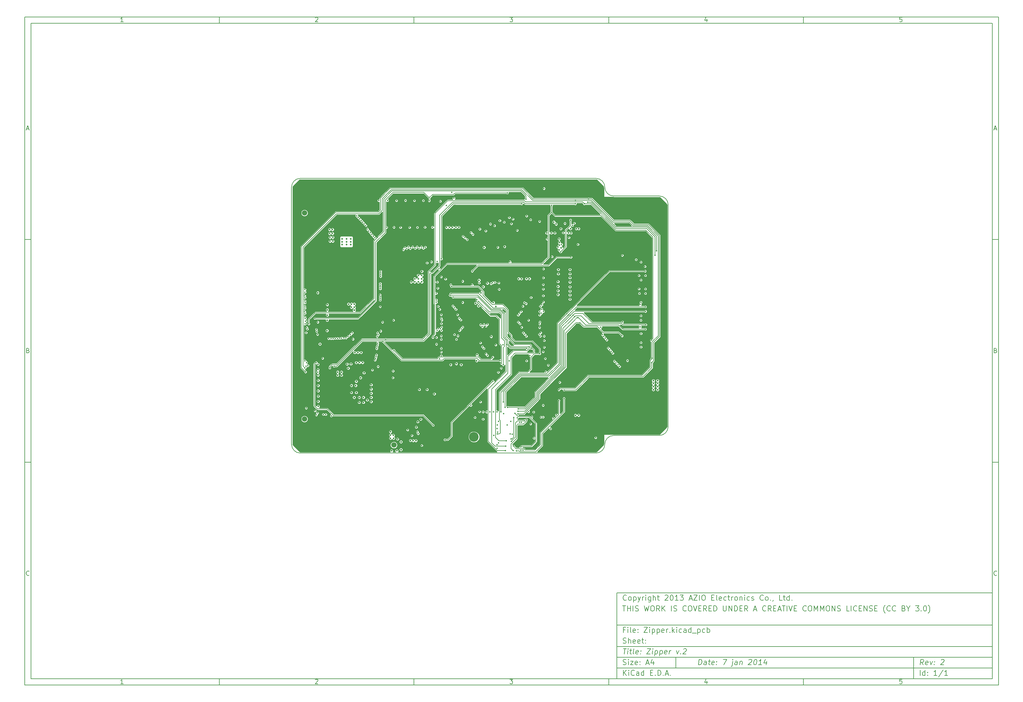
<source format=gbr>
G04 (created by PCBNEW (2013-07-07 BZR 4022)-stable) date 1/7/2014 4:23:33 PM*
%MOIN*%
G04 Gerber Fmt 3.4, Leading zero omitted, Abs format*
%FSLAX34Y34*%
G01*
G70*
G90*
G04 APERTURE LIST*
%ADD10C,0.00590551*%
%ADD11C,0.00787402*%
%ADD12C,0.019685*%
%ADD13C,0.2362*%
%ADD14C,0.23622*%
%ADD15C,0.0591*%
%ADD16C,0.0432*%
%ADD17C,0.0472*%
%ADD18R,0.0597X0.0597*%
%ADD19C,0.0597*%
%ADD20C,0.1079*%
%ADD21C,0.0866*%
%ADD22C,0.181102*%
%ADD23C,0.0590551*%
%ADD24C,0.015748*%
%ADD25C,0.00393701*%
%ADD26C,0.01*%
G04 APERTURE END LIST*
G54D10*
X4000Y-4000D02*
X112930Y-4000D01*
X112930Y-78680D01*
X4000Y-78680D01*
X4000Y-4000D01*
X4700Y-4700D02*
X112230Y-4700D01*
X112230Y-77980D01*
X4700Y-77980D01*
X4700Y-4700D01*
X25780Y-4000D02*
X25780Y-4700D01*
X15032Y-4552D02*
X14747Y-4552D01*
X14890Y-4552D02*
X14890Y-4052D01*
X14842Y-4123D01*
X14794Y-4171D01*
X14747Y-4195D01*
X25780Y-78680D02*
X25780Y-77980D01*
X15032Y-78532D02*
X14747Y-78532D01*
X14890Y-78532D02*
X14890Y-78032D01*
X14842Y-78103D01*
X14794Y-78151D01*
X14747Y-78175D01*
X47560Y-4000D02*
X47560Y-4700D01*
X36527Y-4100D02*
X36550Y-4076D01*
X36598Y-4052D01*
X36717Y-4052D01*
X36765Y-4076D01*
X36789Y-4100D01*
X36812Y-4147D01*
X36812Y-4195D01*
X36789Y-4266D01*
X36503Y-4552D01*
X36812Y-4552D01*
X47560Y-78680D02*
X47560Y-77980D01*
X36527Y-78080D02*
X36550Y-78056D01*
X36598Y-78032D01*
X36717Y-78032D01*
X36765Y-78056D01*
X36789Y-78080D01*
X36812Y-78127D01*
X36812Y-78175D01*
X36789Y-78246D01*
X36503Y-78532D01*
X36812Y-78532D01*
X69340Y-4000D02*
X69340Y-4700D01*
X58283Y-4052D02*
X58592Y-4052D01*
X58426Y-4242D01*
X58497Y-4242D01*
X58545Y-4266D01*
X58569Y-4290D01*
X58592Y-4338D01*
X58592Y-4457D01*
X58569Y-4504D01*
X58545Y-4528D01*
X58497Y-4552D01*
X58354Y-4552D01*
X58307Y-4528D01*
X58283Y-4504D01*
X69340Y-78680D02*
X69340Y-77980D01*
X58283Y-78032D02*
X58592Y-78032D01*
X58426Y-78222D01*
X58497Y-78222D01*
X58545Y-78246D01*
X58569Y-78270D01*
X58592Y-78318D01*
X58592Y-78437D01*
X58569Y-78484D01*
X58545Y-78508D01*
X58497Y-78532D01*
X58354Y-78532D01*
X58307Y-78508D01*
X58283Y-78484D01*
X91120Y-4000D02*
X91120Y-4700D01*
X80325Y-4219D02*
X80325Y-4552D01*
X80206Y-4028D02*
X80087Y-4385D01*
X80396Y-4385D01*
X91120Y-78680D02*
X91120Y-77980D01*
X80325Y-78199D02*
X80325Y-78532D01*
X80206Y-78008D02*
X80087Y-78365D01*
X80396Y-78365D01*
X102129Y-4052D02*
X101890Y-4052D01*
X101867Y-4290D01*
X101890Y-4266D01*
X101938Y-4242D01*
X102057Y-4242D01*
X102105Y-4266D01*
X102129Y-4290D01*
X102152Y-4338D01*
X102152Y-4457D01*
X102129Y-4504D01*
X102105Y-4528D01*
X102057Y-4552D01*
X101938Y-4552D01*
X101890Y-4528D01*
X101867Y-4504D01*
X102129Y-78032D02*
X101890Y-78032D01*
X101867Y-78270D01*
X101890Y-78246D01*
X101938Y-78222D01*
X102057Y-78222D01*
X102105Y-78246D01*
X102129Y-78270D01*
X102152Y-78318D01*
X102152Y-78437D01*
X102129Y-78484D01*
X102105Y-78508D01*
X102057Y-78532D01*
X101938Y-78532D01*
X101890Y-78508D01*
X101867Y-78484D01*
X4000Y-28890D02*
X4700Y-28890D01*
X4230Y-16509D02*
X4469Y-16509D01*
X4183Y-16652D02*
X4350Y-16152D01*
X4516Y-16652D01*
X112930Y-28890D02*
X112230Y-28890D01*
X112460Y-16509D02*
X112699Y-16509D01*
X112413Y-16652D02*
X112580Y-16152D01*
X112746Y-16652D01*
X4000Y-53780D02*
X4700Y-53780D01*
X4385Y-41280D02*
X4457Y-41304D01*
X4480Y-41328D01*
X4504Y-41375D01*
X4504Y-41447D01*
X4480Y-41494D01*
X4457Y-41518D01*
X4409Y-41542D01*
X4219Y-41542D01*
X4219Y-41042D01*
X4385Y-41042D01*
X4433Y-41066D01*
X4457Y-41090D01*
X4480Y-41137D01*
X4480Y-41185D01*
X4457Y-41232D01*
X4433Y-41256D01*
X4385Y-41280D01*
X4219Y-41280D01*
X112930Y-53780D02*
X112230Y-53780D01*
X112615Y-41280D02*
X112687Y-41304D01*
X112710Y-41328D01*
X112734Y-41375D01*
X112734Y-41447D01*
X112710Y-41494D01*
X112687Y-41518D01*
X112639Y-41542D01*
X112449Y-41542D01*
X112449Y-41042D01*
X112615Y-41042D01*
X112663Y-41066D01*
X112687Y-41090D01*
X112710Y-41137D01*
X112710Y-41185D01*
X112687Y-41232D01*
X112663Y-41256D01*
X112615Y-41280D01*
X112449Y-41280D01*
X4504Y-66384D02*
X4480Y-66408D01*
X4409Y-66432D01*
X4361Y-66432D01*
X4290Y-66408D01*
X4242Y-66360D01*
X4219Y-66313D01*
X4195Y-66218D01*
X4195Y-66146D01*
X4219Y-66051D01*
X4242Y-66003D01*
X4290Y-65956D01*
X4361Y-65932D01*
X4409Y-65932D01*
X4480Y-65956D01*
X4504Y-65980D01*
X112734Y-66384D02*
X112710Y-66408D01*
X112639Y-66432D01*
X112591Y-66432D01*
X112520Y-66408D01*
X112472Y-66360D01*
X112449Y-66313D01*
X112425Y-66218D01*
X112425Y-66146D01*
X112449Y-66051D01*
X112472Y-66003D01*
X112520Y-65956D01*
X112591Y-65932D01*
X112639Y-65932D01*
X112710Y-65956D01*
X112734Y-65980D01*
X79380Y-76422D02*
X79455Y-75822D01*
X79597Y-75822D01*
X79680Y-75851D01*
X79730Y-75908D01*
X79751Y-75965D01*
X79765Y-76080D01*
X79755Y-76165D01*
X79712Y-76280D01*
X79676Y-76337D01*
X79612Y-76394D01*
X79522Y-76422D01*
X79380Y-76422D01*
X80237Y-76422D02*
X80276Y-76108D01*
X80255Y-76051D01*
X80201Y-76022D01*
X80087Y-76022D01*
X80026Y-76051D01*
X80240Y-76394D02*
X80180Y-76422D01*
X80037Y-76422D01*
X79983Y-76394D01*
X79962Y-76337D01*
X79969Y-76280D01*
X80005Y-76222D01*
X80065Y-76194D01*
X80208Y-76194D01*
X80269Y-76165D01*
X80487Y-76022D02*
X80715Y-76022D01*
X80597Y-75822D02*
X80533Y-76337D01*
X80555Y-76394D01*
X80608Y-76422D01*
X80665Y-76422D01*
X81097Y-76394D02*
X81037Y-76422D01*
X80922Y-76422D01*
X80869Y-76394D01*
X80847Y-76337D01*
X80876Y-76108D01*
X80912Y-76051D01*
X80972Y-76022D01*
X81087Y-76022D01*
X81140Y-76051D01*
X81162Y-76108D01*
X81155Y-76165D01*
X80862Y-76222D01*
X81387Y-76365D02*
X81412Y-76394D01*
X81380Y-76422D01*
X81355Y-76394D01*
X81387Y-76365D01*
X81380Y-76422D01*
X81426Y-76051D02*
X81451Y-76080D01*
X81419Y-76108D01*
X81394Y-76080D01*
X81426Y-76051D01*
X81419Y-76108D01*
X82140Y-75822D02*
X82540Y-75822D01*
X82208Y-76422D01*
X83201Y-76022D02*
X83137Y-76537D01*
X83101Y-76594D01*
X83040Y-76622D01*
X83012Y-76622D01*
X83226Y-75822D02*
X83194Y-75851D01*
X83219Y-75880D01*
X83251Y-75851D01*
X83226Y-75822D01*
X83219Y-75880D01*
X83694Y-76422D02*
X83733Y-76108D01*
X83712Y-76051D01*
X83658Y-76022D01*
X83544Y-76022D01*
X83483Y-76051D01*
X83697Y-76394D02*
X83637Y-76422D01*
X83494Y-76422D01*
X83440Y-76394D01*
X83419Y-76337D01*
X83426Y-76280D01*
X83462Y-76222D01*
X83522Y-76194D01*
X83665Y-76194D01*
X83726Y-76165D01*
X84030Y-76022D02*
X83980Y-76422D01*
X84022Y-76080D02*
X84055Y-76051D01*
X84115Y-76022D01*
X84201Y-76022D01*
X84255Y-76051D01*
X84276Y-76108D01*
X84237Y-76422D01*
X85019Y-75880D02*
X85051Y-75851D01*
X85112Y-75822D01*
X85255Y-75822D01*
X85308Y-75851D01*
X85333Y-75880D01*
X85355Y-75937D01*
X85347Y-75994D01*
X85308Y-76080D01*
X84922Y-76422D01*
X85294Y-76422D01*
X85740Y-75822D02*
X85797Y-75822D01*
X85851Y-75851D01*
X85876Y-75880D01*
X85897Y-75937D01*
X85912Y-76051D01*
X85894Y-76194D01*
X85851Y-76308D01*
X85815Y-76365D01*
X85783Y-76394D01*
X85722Y-76422D01*
X85665Y-76422D01*
X85612Y-76394D01*
X85587Y-76365D01*
X85565Y-76308D01*
X85551Y-76194D01*
X85569Y-76051D01*
X85612Y-75937D01*
X85647Y-75880D01*
X85680Y-75851D01*
X85740Y-75822D01*
X86437Y-76422D02*
X86094Y-76422D01*
X86265Y-76422D02*
X86340Y-75822D01*
X86272Y-75908D01*
X86208Y-75965D01*
X86147Y-75994D01*
X87001Y-76022D02*
X86951Y-76422D01*
X86887Y-75794D02*
X86690Y-76222D01*
X87062Y-76222D01*
X70972Y-77622D02*
X70972Y-77022D01*
X71315Y-77622D02*
X71058Y-77280D01*
X71315Y-77022D02*
X70972Y-77365D01*
X71572Y-77622D02*
X71572Y-77222D01*
X71572Y-77022D02*
X71544Y-77051D01*
X71572Y-77080D01*
X71601Y-77051D01*
X71572Y-77022D01*
X71572Y-77080D01*
X72201Y-77565D02*
X72172Y-77594D01*
X72087Y-77622D01*
X72030Y-77622D01*
X71944Y-77594D01*
X71887Y-77537D01*
X71858Y-77480D01*
X71830Y-77365D01*
X71830Y-77280D01*
X71858Y-77165D01*
X71887Y-77108D01*
X71944Y-77051D01*
X72030Y-77022D01*
X72087Y-77022D01*
X72172Y-77051D01*
X72201Y-77080D01*
X72715Y-77622D02*
X72715Y-77308D01*
X72687Y-77251D01*
X72630Y-77222D01*
X72515Y-77222D01*
X72458Y-77251D01*
X72715Y-77594D02*
X72658Y-77622D01*
X72515Y-77622D01*
X72458Y-77594D01*
X72430Y-77537D01*
X72430Y-77480D01*
X72458Y-77422D01*
X72515Y-77394D01*
X72658Y-77394D01*
X72715Y-77365D01*
X73258Y-77622D02*
X73258Y-77022D01*
X73258Y-77594D02*
X73201Y-77622D01*
X73087Y-77622D01*
X73030Y-77594D01*
X73001Y-77565D01*
X72972Y-77508D01*
X72972Y-77337D01*
X73001Y-77280D01*
X73030Y-77251D01*
X73087Y-77222D01*
X73201Y-77222D01*
X73258Y-77251D01*
X74001Y-77308D02*
X74201Y-77308D01*
X74287Y-77622D02*
X74001Y-77622D01*
X74001Y-77022D01*
X74287Y-77022D01*
X74544Y-77565D02*
X74572Y-77594D01*
X74544Y-77622D01*
X74515Y-77594D01*
X74544Y-77565D01*
X74544Y-77622D01*
X74829Y-77622D02*
X74829Y-77022D01*
X74972Y-77022D01*
X75058Y-77051D01*
X75115Y-77108D01*
X75144Y-77165D01*
X75172Y-77280D01*
X75172Y-77365D01*
X75144Y-77480D01*
X75115Y-77537D01*
X75058Y-77594D01*
X74972Y-77622D01*
X74829Y-77622D01*
X75429Y-77565D02*
X75458Y-77594D01*
X75429Y-77622D01*
X75401Y-77594D01*
X75429Y-77565D01*
X75429Y-77622D01*
X75687Y-77451D02*
X75972Y-77451D01*
X75629Y-77622D02*
X75829Y-77022D01*
X76029Y-77622D01*
X76229Y-77565D02*
X76258Y-77594D01*
X76229Y-77622D01*
X76201Y-77594D01*
X76229Y-77565D01*
X76229Y-77622D01*
X104522Y-76422D02*
X104358Y-76137D01*
X104180Y-76422D02*
X104255Y-75822D01*
X104483Y-75822D01*
X104537Y-75851D01*
X104562Y-75880D01*
X104583Y-75937D01*
X104572Y-76022D01*
X104537Y-76080D01*
X104505Y-76108D01*
X104444Y-76137D01*
X104215Y-76137D01*
X105012Y-76394D02*
X104951Y-76422D01*
X104837Y-76422D01*
X104783Y-76394D01*
X104762Y-76337D01*
X104790Y-76108D01*
X104826Y-76051D01*
X104887Y-76022D01*
X105001Y-76022D01*
X105055Y-76051D01*
X105076Y-76108D01*
X105069Y-76165D01*
X104776Y-76222D01*
X105287Y-76022D02*
X105380Y-76422D01*
X105572Y-76022D01*
X105758Y-76365D02*
X105783Y-76394D01*
X105751Y-76422D01*
X105726Y-76394D01*
X105758Y-76365D01*
X105751Y-76422D01*
X105797Y-76051D02*
X105822Y-76080D01*
X105790Y-76108D01*
X105765Y-76080D01*
X105797Y-76051D01*
X105790Y-76108D01*
X106533Y-75880D02*
X106565Y-75851D01*
X106626Y-75822D01*
X106769Y-75822D01*
X106822Y-75851D01*
X106847Y-75880D01*
X106869Y-75937D01*
X106862Y-75994D01*
X106822Y-76080D01*
X106437Y-76422D01*
X106808Y-76422D01*
X70944Y-76394D02*
X71030Y-76422D01*
X71172Y-76422D01*
X71230Y-76394D01*
X71258Y-76365D01*
X71287Y-76308D01*
X71287Y-76251D01*
X71258Y-76194D01*
X71230Y-76165D01*
X71172Y-76137D01*
X71058Y-76108D01*
X71001Y-76080D01*
X70972Y-76051D01*
X70944Y-75994D01*
X70944Y-75937D01*
X70972Y-75880D01*
X71001Y-75851D01*
X71058Y-75822D01*
X71201Y-75822D01*
X71287Y-75851D01*
X71544Y-76422D02*
X71544Y-76022D01*
X71544Y-75822D02*
X71515Y-75851D01*
X71544Y-75880D01*
X71572Y-75851D01*
X71544Y-75822D01*
X71544Y-75880D01*
X71772Y-76022D02*
X72087Y-76022D01*
X71772Y-76422D01*
X72087Y-76422D01*
X72544Y-76394D02*
X72487Y-76422D01*
X72372Y-76422D01*
X72315Y-76394D01*
X72287Y-76337D01*
X72287Y-76108D01*
X72315Y-76051D01*
X72372Y-76022D01*
X72487Y-76022D01*
X72544Y-76051D01*
X72572Y-76108D01*
X72572Y-76165D01*
X72287Y-76222D01*
X72830Y-76365D02*
X72858Y-76394D01*
X72830Y-76422D01*
X72801Y-76394D01*
X72830Y-76365D01*
X72830Y-76422D01*
X72830Y-76051D02*
X72858Y-76080D01*
X72830Y-76108D01*
X72801Y-76080D01*
X72830Y-76051D01*
X72830Y-76108D01*
X73544Y-76251D02*
X73830Y-76251D01*
X73487Y-76422D02*
X73687Y-75822D01*
X73887Y-76422D01*
X74344Y-76022D02*
X74344Y-76422D01*
X74201Y-75794D02*
X74058Y-76222D01*
X74430Y-76222D01*
X104172Y-77622D02*
X104172Y-77022D01*
X104715Y-77622D02*
X104715Y-77022D01*
X104715Y-77594D02*
X104658Y-77622D01*
X104544Y-77622D01*
X104487Y-77594D01*
X104458Y-77565D01*
X104430Y-77508D01*
X104430Y-77337D01*
X104458Y-77280D01*
X104487Y-77251D01*
X104544Y-77222D01*
X104658Y-77222D01*
X104715Y-77251D01*
X105001Y-77565D02*
X105030Y-77594D01*
X105001Y-77622D01*
X104972Y-77594D01*
X105001Y-77565D01*
X105001Y-77622D01*
X105001Y-77251D02*
X105030Y-77280D01*
X105001Y-77308D01*
X104972Y-77280D01*
X105001Y-77251D01*
X105001Y-77308D01*
X106058Y-77622D02*
X105715Y-77622D01*
X105887Y-77622D02*
X105887Y-77022D01*
X105829Y-77108D01*
X105772Y-77165D01*
X105715Y-77194D01*
X106744Y-76994D02*
X106230Y-77765D01*
X107258Y-77622D02*
X106915Y-77622D01*
X107087Y-77622D02*
X107087Y-77022D01*
X107029Y-77108D01*
X106972Y-77165D01*
X106915Y-77194D01*
X70969Y-74622D02*
X71312Y-74622D01*
X71065Y-75222D02*
X71140Y-74622D01*
X71437Y-75222D02*
X71487Y-74822D01*
X71512Y-74622D02*
X71480Y-74651D01*
X71505Y-74680D01*
X71537Y-74651D01*
X71512Y-74622D01*
X71505Y-74680D01*
X71687Y-74822D02*
X71915Y-74822D01*
X71797Y-74622D02*
X71733Y-75137D01*
X71755Y-75194D01*
X71808Y-75222D01*
X71865Y-75222D01*
X72151Y-75222D02*
X72097Y-75194D01*
X72076Y-75137D01*
X72140Y-74622D01*
X72612Y-75194D02*
X72551Y-75222D01*
X72437Y-75222D01*
X72383Y-75194D01*
X72362Y-75137D01*
X72390Y-74908D01*
X72426Y-74851D01*
X72487Y-74822D01*
X72601Y-74822D01*
X72655Y-74851D01*
X72676Y-74908D01*
X72669Y-74965D01*
X72376Y-75022D01*
X72901Y-75165D02*
X72926Y-75194D01*
X72894Y-75222D01*
X72869Y-75194D01*
X72901Y-75165D01*
X72894Y-75222D01*
X72940Y-74851D02*
X72965Y-74880D01*
X72933Y-74908D01*
X72908Y-74880D01*
X72940Y-74851D01*
X72933Y-74908D01*
X73655Y-74622D02*
X74055Y-74622D01*
X73580Y-75222D01*
X73980Y-75222D01*
X74208Y-75222D02*
X74258Y-74822D01*
X74283Y-74622D02*
X74251Y-74651D01*
X74276Y-74680D01*
X74308Y-74651D01*
X74283Y-74622D01*
X74276Y-74680D01*
X74544Y-74822D02*
X74469Y-75422D01*
X74540Y-74851D02*
X74601Y-74822D01*
X74715Y-74822D01*
X74769Y-74851D01*
X74794Y-74880D01*
X74815Y-74937D01*
X74794Y-75108D01*
X74758Y-75165D01*
X74726Y-75194D01*
X74665Y-75222D01*
X74551Y-75222D01*
X74497Y-75194D01*
X75087Y-74822D02*
X75012Y-75422D01*
X75083Y-74851D02*
X75144Y-74822D01*
X75258Y-74822D01*
X75312Y-74851D01*
X75337Y-74880D01*
X75358Y-74937D01*
X75337Y-75108D01*
X75301Y-75165D01*
X75269Y-75194D01*
X75208Y-75222D01*
X75094Y-75222D01*
X75040Y-75194D01*
X75812Y-75194D02*
X75751Y-75222D01*
X75637Y-75222D01*
X75583Y-75194D01*
X75562Y-75137D01*
X75590Y-74908D01*
X75626Y-74851D01*
X75687Y-74822D01*
X75801Y-74822D01*
X75855Y-74851D01*
X75876Y-74908D01*
X75869Y-74965D01*
X75576Y-75022D01*
X76094Y-75222D02*
X76144Y-74822D01*
X76130Y-74937D02*
X76165Y-74880D01*
X76197Y-74851D01*
X76258Y-74822D01*
X76315Y-74822D01*
X76915Y-74822D02*
X77008Y-75222D01*
X77201Y-74822D01*
X77387Y-75165D02*
X77412Y-75194D01*
X77380Y-75222D01*
X77355Y-75194D01*
X77387Y-75165D01*
X77380Y-75222D01*
X77705Y-74680D02*
X77737Y-74651D01*
X77797Y-74622D01*
X77940Y-74622D01*
X77994Y-74651D01*
X78019Y-74680D01*
X78040Y-74737D01*
X78033Y-74794D01*
X77994Y-74880D01*
X77608Y-75222D01*
X77980Y-75222D01*
X71172Y-72508D02*
X70972Y-72508D01*
X70972Y-72822D02*
X70972Y-72222D01*
X71258Y-72222D01*
X71487Y-72822D02*
X71487Y-72422D01*
X71487Y-72222D02*
X71458Y-72251D01*
X71487Y-72280D01*
X71515Y-72251D01*
X71487Y-72222D01*
X71487Y-72280D01*
X71858Y-72822D02*
X71801Y-72794D01*
X71772Y-72737D01*
X71772Y-72222D01*
X72315Y-72794D02*
X72258Y-72822D01*
X72144Y-72822D01*
X72087Y-72794D01*
X72058Y-72737D01*
X72058Y-72508D01*
X72087Y-72451D01*
X72144Y-72422D01*
X72258Y-72422D01*
X72315Y-72451D01*
X72344Y-72508D01*
X72344Y-72565D01*
X72058Y-72622D01*
X72601Y-72765D02*
X72630Y-72794D01*
X72601Y-72822D01*
X72572Y-72794D01*
X72601Y-72765D01*
X72601Y-72822D01*
X72601Y-72451D02*
X72630Y-72480D01*
X72601Y-72508D01*
X72572Y-72480D01*
X72601Y-72451D01*
X72601Y-72508D01*
X73287Y-72222D02*
X73687Y-72222D01*
X73287Y-72822D01*
X73687Y-72822D01*
X73915Y-72822D02*
X73915Y-72422D01*
X73915Y-72222D02*
X73887Y-72251D01*
X73915Y-72280D01*
X73944Y-72251D01*
X73915Y-72222D01*
X73915Y-72280D01*
X74201Y-72422D02*
X74201Y-73022D01*
X74201Y-72451D02*
X74258Y-72422D01*
X74372Y-72422D01*
X74430Y-72451D01*
X74458Y-72480D01*
X74487Y-72537D01*
X74487Y-72708D01*
X74458Y-72765D01*
X74430Y-72794D01*
X74372Y-72822D01*
X74258Y-72822D01*
X74201Y-72794D01*
X74744Y-72422D02*
X74744Y-73022D01*
X74744Y-72451D02*
X74801Y-72422D01*
X74915Y-72422D01*
X74972Y-72451D01*
X75001Y-72480D01*
X75030Y-72537D01*
X75030Y-72708D01*
X75001Y-72765D01*
X74972Y-72794D01*
X74915Y-72822D01*
X74801Y-72822D01*
X74744Y-72794D01*
X75515Y-72794D02*
X75458Y-72822D01*
X75344Y-72822D01*
X75287Y-72794D01*
X75258Y-72737D01*
X75258Y-72508D01*
X75287Y-72451D01*
X75344Y-72422D01*
X75458Y-72422D01*
X75515Y-72451D01*
X75544Y-72508D01*
X75544Y-72565D01*
X75258Y-72622D01*
X75801Y-72822D02*
X75801Y-72422D01*
X75801Y-72537D02*
X75830Y-72480D01*
X75858Y-72451D01*
X75915Y-72422D01*
X75972Y-72422D01*
X76172Y-72765D02*
X76201Y-72794D01*
X76172Y-72822D01*
X76144Y-72794D01*
X76172Y-72765D01*
X76172Y-72822D01*
X76458Y-72822D02*
X76458Y-72222D01*
X76515Y-72594D02*
X76687Y-72822D01*
X76687Y-72422D02*
X76458Y-72651D01*
X76944Y-72822D02*
X76944Y-72422D01*
X76944Y-72222D02*
X76915Y-72251D01*
X76944Y-72280D01*
X76972Y-72251D01*
X76944Y-72222D01*
X76944Y-72280D01*
X77487Y-72794D02*
X77430Y-72822D01*
X77315Y-72822D01*
X77258Y-72794D01*
X77230Y-72765D01*
X77201Y-72708D01*
X77201Y-72537D01*
X77230Y-72480D01*
X77258Y-72451D01*
X77315Y-72422D01*
X77430Y-72422D01*
X77487Y-72451D01*
X78001Y-72822D02*
X78001Y-72508D01*
X77972Y-72451D01*
X77915Y-72422D01*
X77801Y-72422D01*
X77744Y-72451D01*
X78001Y-72794D02*
X77944Y-72822D01*
X77801Y-72822D01*
X77744Y-72794D01*
X77715Y-72737D01*
X77715Y-72680D01*
X77744Y-72622D01*
X77801Y-72594D01*
X77944Y-72594D01*
X78001Y-72565D01*
X78544Y-72822D02*
X78544Y-72222D01*
X78544Y-72794D02*
X78487Y-72822D01*
X78372Y-72822D01*
X78315Y-72794D01*
X78287Y-72765D01*
X78258Y-72708D01*
X78258Y-72537D01*
X78287Y-72480D01*
X78315Y-72451D01*
X78372Y-72422D01*
X78487Y-72422D01*
X78544Y-72451D01*
X78687Y-72880D02*
X79144Y-72880D01*
X79287Y-72422D02*
X79287Y-73022D01*
X79287Y-72451D02*
X79344Y-72422D01*
X79458Y-72422D01*
X79515Y-72451D01*
X79544Y-72480D01*
X79572Y-72537D01*
X79572Y-72708D01*
X79544Y-72765D01*
X79515Y-72794D01*
X79458Y-72822D01*
X79344Y-72822D01*
X79287Y-72794D01*
X80087Y-72794D02*
X80030Y-72822D01*
X79915Y-72822D01*
X79858Y-72794D01*
X79830Y-72765D01*
X79801Y-72708D01*
X79801Y-72537D01*
X79830Y-72480D01*
X79858Y-72451D01*
X79915Y-72422D01*
X80030Y-72422D01*
X80087Y-72451D01*
X80344Y-72822D02*
X80344Y-72222D01*
X80344Y-72451D02*
X80401Y-72422D01*
X80515Y-72422D01*
X80572Y-72451D01*
X80601Y-72480D01*
X80630Y-72537D01*
X80630Y-72708D01*
X80601Y-72765D01*
X80572Y-72794D01*
X80515Y-72822D01*
X80401Y-72822D01*
X80344Y-72794D01*
X70944Y-73994D02*
X71030Y-74022D01*
X71172Y-74022D01*
X71230Y-73994D01*
X71258Y-73965D01*
X71287Y-73908D01*
X71287Y-73851D01*
X71258Y-73794D01*
X71230Y-73765D01*
X71172Y-73737D01*
X71058Y-73708D01*
X71001Y-73680D01*
X70972Y-73651D01*
X70944Y-73594D01*
X70944Y-73537D01*
X70972Y-73480D01*
X71001Y-73451D01*
X71058Y-73422D01*
X71201Y-73422D01*
X71287Y-73451D01*
X71544Y-74022D02*
X71544Y-73422D01*
X71801Y-74022D02*
X71801Y-73708D01*
X71772Y-73651D01*
X71715Y-73622D01*
X71630Y-73622D01*
X71572Y-73651D01*
X71544Y-73680D01*
X72315Y-73994D02*
X72258Y-74022D01*
X72144Y-74022D01*
X72087Y-73994D01*
X72058Y-73937D01*
X72058Y-73708D01*
X72087Y-73651D01*
X72144Y-73622D01*
X72258Y-73622D01*
X72315Y-73651D01*
X72344Y-73708D01*
X72344Y-73765D01*
X72058Y-73822D01*
X72830Y-73994D02*
X72772Y-74022D01*
X72658Y-74022D01*
X72601Y-73994D01*
X72572Y-73937D01*
X72572Y-73708D01*
X72601Y-73651D01*
X72658Y-73622D01*
X72772Y-73622D01*
X72830Y-73651D01*
X72858Y-73708D01*
X72858Y-73765D01*
X72572Y-73822D01*
X73030Y-73622D02*
X73258Y-73622D01*
X73115Y-73422D02*
X73115Y-73937D01*
X73144Y-73994D01*
X73201Y-74022D01*
X73258Y-74022D01*
X73458Y-73965D02*
X73487Y-73994D01*
X73458Y-74022D01*
X73430Y-73994D01*
X73458Y-73965D01*
X73458Y-74022D01*
X73458Y-73651D02*
X73487Y-73680D01*
X73458Y-73708D01*
X73430Y-73680D01*
X73458Y-73651D01*
X73458Y-73708D01*
X70887Y-69822D02*
X71230Y-69822D01*
X71058Y-70422D02*
X71058Y-69822D01*
X71430Y-70422D02*
X71430Y-69822D01*
X71430Y-70108D02*
X71772Y-70108D01*
X71772Y-70422D02*
X71772Y-69822D01*
X72058Y-70422D02*
X72058Y-69822D01*
X72315Y-70394D02*
X72401Y-70422D01*
X72544Y-70422D01*
X72601Y-70394D01*
X72629Y-70365D01*
X72658Y-70308D01*
X72658Y-70251D01*
X72629Y-70194D01*
X72601Y-70165D01*
X72544Y-70137D01*
X72429Y-70108D01*
X72372Y-70080D01*
X72344Y-70051D01*
X72315Y-69994D01*
X72315Y-69937D01*
X72344Y-69880D01*
X72372Y-69851D01*
X72429Y-69822D01*
X72572Y-69822D01*
X72658Y-69851D01*
X73315Y-69822D02*
X73458Y-70422D01*
X73572Y-69994D01*
X73687Y-70422D01*
X73830Y-69822D01*
X74172Y-69822D02*
X74287Y-69822D01*
X74344Y-69851D01*
X74401Y-69908D01*
X74430Y-70022D01*
X74430Y-70222D01*
X74401Y-70337D01*
X74344Y-70394D01*
X74287Y-70422D01*
X74172Y-70422D01*
X74115Y-70394D01*
X74058Y-70337D01*
X74030Y-70222D01*
X74030Y-70022D01*
X74058Y-69908D01*
X74115Y-69851D01*
X74172Y-69822D01*
X75029Y-70422D02*
X74829Y-70137D01*
X74687Y-70422D02*
X74687Y-69822D01*
X74915Y-69822D01*
X74972Y-69851D01*
X75001Y-69880D01*
X75029Y-69937D01*
X75029Y-70022D01*
X75001Y-70080D01*
X74972Y-70108D01*
X74915Y-70137D01*
X74687Y-70137D01*
X75287Y-70422D02*
X75287Y-69822D01*
X75629Y-70422D02*
X75372Y-70080D01*
X75629Y-69822D02*
X75287Y-70165D01*
X76344Y-70422D02*
X76344Y-69822D01*
X76601Y-70394D02*
X76687Y-70422D01*
X76829Y-70422D01*
X76887Y-70394D01*
X76915Y-70365D01*
X76944Y-70308D01*
X76944Y-70251D01*
X76915Y-70194D01*
X76887Y-70165D01*
X76829Y-70137D01*
X76715Y-70108D01*
X76658Y-70080D01*
X76629Y-70051D01*
X76601Y-69994D01*
X76601Y-69937D01*
X76629Y-69880D01*
X76658Y-69851D01*
X76715Y-69822D01*
X76858Y-69822D01*
X76944Y-69851D01*
X78001Y-70365D02*
X77972Y-70394D01*
X77887Y-70422D01*
X77830Y-70422D01*
X77744Y-70394D01*
X77687Y-70337D01*
X77658Y-70280D01*
X77630Y-70165D01*
X77630Y-70080D01*
X77658Y-69965D01*
X77687Y-69908D01*
X77744Y-69851D01*
X77830Y-69822D01*
X77887Y-69822D01*
X77972Y-69851D01*
X78001Y-69880D01*
X78372Y-69822D02*
X78487Y-69822D01*
X78544Y-69851D01*
X78601Y-69908D01*
X78630Y-70022D01*
X78630Y-70222D01*
X78601Y-70337D01*
X78544Y-70394D01*
X78487Y-70422D01*
X78372Y-70422D01*
X78315Y-70394D01*
X78258Y-70337D01*
X78230Y-70222D01*
X78230Y-70022D01*
X78258Y-69908D01*
X78315Y-69851D01*
X78372Y-69822D01*
X78801Y-69822D02*
X79001Y-70422D01*
X79201Y-69822D01*
X79401Y-70108D02*
X79601Y-70108D01*
X79687Y-70422D02*
X79401Y-70422D01*
X79401Y-69822D01*
X79687Y-69822D01*
X80287Y-70422D02*
X80087Y-70137D01*
X79944Y-70422D02*
X79944Y-69822D01*
X80172Y-69822D01*
X80229Y-69851D01*
X80258Y-69880D01*
X80287Y-69937D01*
X80287Y-70022D01*
X80258Y-70080D01*
X80229Y-70108D01*
X80172Y-70137D01*
X79944Y-70137D01*
X80544Y-70108D02*
X80744Y-70108D01*
X80829Y-70422D02*
X80544Y-70422D01*
X80544Y-69822D01*
X80829Y-69822D01*
X81087Y-70422D02*
X81087Y-69822D01*
X81229Y-69822D01*
X81315Y-69851D01*
X81372Y-69908D01*
X81401Y-69965D01*
X81429Y-70080D01*
X81429Y-70165D01*
X81401Y-70280D01*
X81372Y-70337D01*
X81315Y-70394D01*
X81229Y-70422D01*
X81087Y-70422D01*
X82144Y-69822D02*
X82144Y-70308D01*
X82172Y-70365D01*
X82201Y-70394D01*
X82258Y-70422D01*
X82372Y-70422D01*
X82429Y-70394D01*
X82458Y-70365D01*
X82487Y-70308D01*
X82487Y-69822D01*
X82772Y-70422D02*
X82772Y-69822D01*
X83115Y-70422D01*
X83115Y-69822D01*
X83401Y-70422D02*
X83401Y-69822D01*
X83544Y-69822D01*
X83629Y-69851D01*
X83687Y-69908D01*
X83715Y-69965D01*
X83744Y-70080D01*
X83744Y-70165D01*
X83715Y-70280D01*
X83687Y-70337D01*
X83629Y-70394D01*
X83544Y-70422D01*
X83401Y-70422D01*
X84001Y-70108D02*
X84201Y-70108D01*
X84287Y-70422D02*
X84001Y-70422D01*
X84001Y-69822D01*
X84287Y-69822D01*
X84887Y-70422D02*
X84687Y-70137D01*
X84544Y-70422D02*
X84544Y-69822D01*
X84772Y-69822D01*
X84829Y-69851D01*
X84858Y-69880D01*
X84887Y-69937D01*
X84887Y-70022D01*
X84858Y-70080D01*
X84829Y-70108D01*
X84772Y-70137D01*
X84544Y-70137D01*
X85572Y-70251D02*
X85858Y-70251D01*
X85515Y-70422D02*
X85715Y-69822D01*
X85915Y-70422D01*
X86915Y-70365D02*
X86887Y-70394D01*
X86801Y-70422D01*
X86744Y-70422D01*
X86658Y-70394D01*
X86601Y-70337D01*
X86572Y-70280D01*
X86544Y-70165D01*
X86544Y-70080D01*
X86572Y-69965D01*
X86601Y-69908D01*
X86658Y-69851D01*
X86744Y-69822D01*
X86801Y-69822D01*
X86887Y-69851D01*
X86915Y-69880D01*
X87515Y-70422D02*
X87315Y-70137D01*
X87172Y-70422D02*
X87172Y-69822D01*
X87401Y-69822D01*
X87458Y-69851D01*
X87487Y-69880D01*
X87515Y-69937D01*
X87515Y-70022D01*
X87487Y-70080D01*
X87458Y-70108D01*
X87401Y-70137D01*
X87172Y-70137D01*
X87772Y-70108D02*
X87972Y-70108D01*
X88058Y-70422D02*
X87772Y-70422D01*
X87772Y-69822D01*
X88058Y-69822D01*
X88287Y-70251D02*
X88572Y-70251D01*
X88229Y-70422D02*
X88429Y-69822D01*
X88629Y-70422D01*
X88744Y-69822D02*
X89087Y-69822D01*
X88915Y-70422D02*
X88915Y-69822D01*
X89287Y-70422D02*
X89287Y-69822D01*
X89487Y-69822D02*
X89687Y-70422D01*
X89887Y-69822D01*
X90087Y-70108D02*
X90287Y-70108D01*
X90372Y-70422D02*
X90087Y-70422D01*
X90087Y-69822D01*
X90372Y-69822D01*
X91429Y-70365D02*
X91401Y-70394D01*
X91315Y-70422D01*
X91258Y-70422D01*
X91172Y-70394D01*
X91115Y-70337D01*
X91087Y-70280D01*
X91058Y-70165D01*
X91058Y-70080D01*
X91087Y-69965D01*
X91115Y-69908D01*
X91172Y-69851D01*
X91258Y-69822D01*
X91315Y-69822D01*
X91401Y-69851D01*
X91429Y-69880D01*
X91801Y-69822D02*
X91915Y-69822D01*
X91972Y-69851D01*
X92029Y-69908D01*
X92058Y-70022D01*
X92058Y-70222D01*
X92029Y-70337D01*
X91972Y-70394D01*
X91915Y-70422D01*
X91801Y-70422D01*
X91744Y-70394D01*
X91687Y-70337D01*
X91658Y-70222D01*
X91658Y-70022D01*
X91687Y-69908D01*
X91744Y-69851D01*
X91801Y-69822D01*
X92315Y-70422D02*
X92315Y-69822D01*
X92515Y-70251D01*
X92715Y-69822D01*
X92715Y-70422D01*
X93001Y-70422D02*
X93001Y-69822D01*
X93201Y-70251D01*
X93401Y-69822D01*
X93401Y-70422D01*
X93801Y-69822D02*
X93915Y-69822D01*
X93972Y-69851D01*
X94029Y-69908D01*
X94058Y-70022D01*
X94058Y-70222D01*
X94029Y-70337D01*
X93972Y-70394D01*
X93915Y-70422D01*
X93801Y-70422D01*
X93744Y-70394D01*
X93687Y-70337D01*
X93658Y-70222D01*
X93658Y-70022D01*
X93687Y-69908D01*
X93744Y-69851D01*
X93801Y-69822D01*
X94315Y-70422D02*
X94315Y-69822D01*
X94658Y-70422D01*
X94658Y-69822D01*
X94915Y-70394D02*
X95001Y-70422D01*
X95144Y-70422D01*
X95201Y-70394D01*
X95229Y-70365D01*
X95258Y-70308D01*
X95258Y-70251D01*
X95229Y-70194D01*
X95201Y-70165D01*
X95144Y-70137D01*
X95029Y-70108D01*
X94972Y-70080D01*
X94944Y-70051D01*
X94915Y-69994D01*
X94915Y-69937D01*
X94944Y-69880D01*
X94972Y-69851D01*
X95029Y-69822D01*
X95172Y-69822D01*
X95258Y-69851D01*
X96258Y-70422D02*
X95972Y-70422D01*
X95972Y-69822D01*
X96458Y-70422D02*
X96458Y-69822D01*
X97087Y-70365D02*
X97058Y-70394D01*
X96972Y-70422D01*
X96915Y-70422D01*
X96829Y-70394D01*
X96772Y-70337D01*
X96744Y-70280D01*
X96715Y-70165D01*
X96715Y-70080D01*
X96744Y-69965D01*
X96772Y-69908D01*
X96829Y-69851D01*
X96915Y-69822D01*
X96972Y-69822D01*
X97058Y-69851D01*
X97087Y-69880D01*
X97344Y-70108D02*
X97544Y-70108D01*
X97629Y-70422D02*
X97344Y-70422D01*
X97344Y-69822D01*
X97629Y-69822D01*
X97887Y-70422D02*
X97887Y-69822D01*
X98229Y-70422D01*
X98229Y-69822D01*
X98487Y-70394D02*
X98572Y-70422D01*
X98715Y-70422D01*
X98772Y-70394D01*
X98801Y-70365D01*
X98829Y-70308D01*
X98829Y-70251D01*
X98801Y-70194D01*
X98772Y-70165D01*
X98715Y-70137D01*
X98601Y-70108D01*
X98544Y-70080D01*
X98515Y-70051D01*
X98487Y-69994D01*
X98487Y-69937D01*
X98515Y-69880D01*
X98544Y-69851D01*
X98601Y-69822D01*
X98744Y-69822D01*
X98829Y-69851D01*
X99087Y-70108D02*
X99287Y-70108D01*
X99372Y-70422D02*
X99087Y-70422D01*
X99087Y-69822D01*
X99372Y-69822D01*
X100258Y-70651D02*
X100229Y-70622D01*
X100172Y-70537D01*
X100144Y-70480D01*
X100115Y-70394D01*
X100087Y-70251D01*
X100087Y-70137D01*
X100115Y-69994D01*
X100144Y-69908D01*
X100172Y-69851D01*
X100229Y-69765D01*
X100258Y-69737D01*
X100829Y-70365D02*
X100801Y-70394D01*
X100715Y-70422D01*
X100658Y-70422D01*
X100572Y-70394D01*
X100515Y-70337D01*
X100487Y-70280D01*
X100458Y-70165D01*
X100458Y-70080D01*
X100487Y-69965D01*
X100515Y-69908D01*
X100572Y-69851D01*
X100658Y-69822D01*
X100715Y-69822D01*
X100801Y-69851D01*
X100829Y-69880D01*
X101429Y-70365D02*
X101401Y-70394D01*
X101315Y-70422D01*
X101258Y-70422D01*
X101172Y-70394D01*
X101115Y-70337D01*
X101087Y-70280D01*
X101058Y-70165D01*
X101058Y-70080D01*
X101087Y-69965D01*
X101115Y-69908D01*
X101172Y-69851D01*
X101258Y-69822D01*
X101315Y-69822D01*
X101401Y-69851D01*
X101429Y-69880D01*
X102344Y-70108D02*
X102429Y-70137D01*
X102458Y-70165D01*
X102487Y-70222D01*
X102487Y-70308D01*
X102458Y-70365D01*
X102429Y-70394D01*
X102372Y-70422D01*
X102144Y-70422D01*
X102144Y-69822D01*
X102344Y-69822D01*
X102401Y-69851D01*
X102429Y-69880D01*
X102458Y-69937D01*
X102458Y-69994D01*
X102429Y-70051D01*
X102401Y-70080D01*
X102344Y-70108D01*
X102144Y-70108D01*
X102858Y-70137D02*
X102858Y-70422D01*
X102658Y-69822D02*
X102858Y-70137D01*
X103058Y-69822D01*
X103658Y-69822D02*
X104029Y-69822D01*
X103829Y-70051D01*
X103915Y-70051D01*
X103972Y-70080D01*
X104001Y-70108D01*
X104029Y-70165D01*
X104029Y-70308D01*
X104001Y-70365D01*
X103972Y-70394D01*
X103915Y-70422D01*
X103744Y-70422D01*
X103687Y-70394D01*
X103658Y-70365D01*
X104287Y-70365D02*
X104315Y-70394D01*
X104287Y-70422D01*
X104258Y-70394D01*
X104287Y-70365D01*
X104287Y-70422D01*
X104687Y-69822D02*
X104744Y-69822D01*
X104801Y-69851D01*
X104829Y-69880D01*
X104858Y-69937D01*
X104887Y-70051D01*
X104887Y-70194D01*
X104858Y-70308D01*
X104829Y-70365D01*
X104801Y-70394D01*
X104744Y-70422D01*
X104687Y-70422D01*
X104629Y-70394D01*
X104601Y-70365D01*
X104572Y-70308D01*
X104544Y-70194D01*
X104544Y-70051D01*
X104572Y-69937D01*
X104601Y-69880D01*
X104629Y-69851D01*
X104687Y-69822D01*
X105087Y-70651D02*
X105115Y-70622D01*
X105172Y-70537D01*
X105201Y-70480D01*
X105229Y-70394D01*
X105258Y-70251D01*
X105258Y-70137D01*
X105229Y-69994D01*
X105201Y-69908D01*
X105172Y-69851D01*
X105115Y-69765D01*
X105087Y-69737D01*
X71315Y-69165D02*
X71287Y-69194D01*
X71201Y-69222D01*
X71144Y-69222D01*
X71058Y-69194D01*
X71001Y-69137D01*
X70972Y-69080D01*
X70944Y-68965D01*
X70944Y-68880D01*
X70972Y-68765D01*
X71001Y-68708D01*
X71058Y-68651D01*
X71144Y-68622D01*
X71201Y-68622D01*
X71287Y-68651D01*
X71315Y-68680D01*
X71658Y-69222D02*
X71601Y-69194D01*
X71572Y-69165D01*
X71544Y-69108D01*
X71544Y-68937D01*
X71572Y-68880D01*
X71601Y-68851D01*
X71658Y-68822D01*
X71744Y-68822D01*
X71801Y-68851D01*
X71830Y-68880D01*
X71858Y-68937D01*
X71858Y-69108D01*
X71830Y-69165D01*
X71801Y-69194D01*
X71744Y-69222D01*
X71658Y-69222D01*
X72115Y-68822D02*
X72115Y-69422D01*
X72115Y-68851D02*
X72172Y-68822D01*
X72287Y-68822D01*
X72344Y-68851D01*
X72372Y-68880D01*
X72401Y-68937D01*
X72401Y-69108D01*
X72372Y-69165D01*
X72344Y-69194D01*
X72287Y-69222D01*
X72172Y-69222D01*
X72115Y-69194D01*
X72601Y-68822D02*
X72744Y-69222D01*
X72887Y-68822D02*
X72744Y-69222D01*
X72687Y-69365D01*
X72658Y-69394D01*
X72601Y-69422D01*
X73115Y-69222D02*
X73115Y-68822D01*
X73115Y-68937D02*
X73144Y-68880D01*
X73172Y-68851D01*
X73230Y-68822D01*
X73287Y-68822D01*
X73487Y-69222D02*
X73487Y-68822D01*
X73487Y-68622D02*
X73458Y-68651D01*
X73487Y-68680D01*
X73515Y-68651D01*
X73487Y-68622D01*
X73487Y-68680D01*
X74030Y-68822D02*
X74030Y-69308D01*
X74001Y-69365D01*
X73972Y-69394D01*
X73915Y-69422D01*
X73830Y-69422D01*
X73772Y-69394D01*
X74030Y-69194D02*
X73972Y-69222D01*
X73858Y-69222D01*
X73801Y-69194D01*
X73772Y-69165D01*
X73744Y-69108D01*
X73744Y-68937D01*
X73772Y-68880D01*
X73801Y-68851D01*
X73858Y-68822D01*
X73972Y-68822D01*
X74030Y-68851D01*
X74315Y-69222D02*
X74315Y-68622D01*
X74572Y-69222D02*
X74572Y-68908D01*
X74544Y-68851D01*
X74487Y-68822D01*
X74401Y-68822D01*
X74344Y-68851D01*
X74315Y-68880D01*
X74772Y-68822D02*
X75001Y-68822D01*
X74858Y-68622D02*
X74858Y-69137D01*
X74887Y-69194D01*
X74944Y-69222D01*
X75001Y-69222D01*
X75630Y-68680D02*
X75658Y-68651D01*
X75715Y-68622D01*
X75858Y-68622D01*
X75915Y-68651D01*
X75944Y-68680D01*
X75972Y-68737D01*
X75972Y-68794D01*
X75944Y-68880D01*
X75601Y-69222D01*
X75972Y-69222D01*
X76344Y-68622D02*
X76401Y-68622D01*
X76458Y-68651D01*
X76487Y-68680D01*
X76515Y-68737D01*
X76544Y-68851D01*
X76544Y-68994D01*
X76515Y-69108D01*
X76487Y-69165D01*
X76458Y-69194D01*
X76401Y-69222D01*
X76344Y-69222D01*
X76287Y-69194D01*
X76258Y-69165D01*
X76230Y-69108D01*
X76201Y-68994D01*
X76201Y-68851D01*
X76230Y-68737D01*
X76258Y-68680D01*
X76287Y-68651D01*
X76344Y-68622D01*
X77115Y-69222D02*
X76772Y-69222D01*
X76944Y-69222D02*
X76944Y-68622D01*
X76887Y-68708D01*
X76830Y-68765D01*
X76772Y-68794D01*
X77315Y-68622D02*
X77687Y-68622D01*
X77487Y-68851D01*
X77572Y-68851D01*
X77630Y-68880D01*
X77658Y-68908D01*
X77687Y-68965D01*
X77687Y-69108D01*
X77658Y-69165D01*
X77630Y-69194D01*
X77572Y-69222D01*
X77401Y-69222D01*
X77344Y-69194D01*
X77315Y-69165D01*
X78372Y-69051D02*
X78658Y-69051D01*
X78315Y-69222D02*
X78515Y-68622D01*
X78715Y-69222D01*
X78858Y-68622D02*
X79258Y-68622D01*
X78858Y-69222D01*
X79258Y-69222D01*
X79487Y-69222D02*
X79487Y-68622D01*
X79887Y-68622D02*
X80001Y-68622D01*
X80058Y-68651D01*
X80115Y-68708D01*
X80144Y-68822D01*
X80144Y-69022D01*
X80115Y-69137D01*
X80058Y-69194D01*
X80001Y-69222D01*
X79887Y-69222D01*
X79830Y-69194D01*
X79772Y-69137D01*
X79744Y-69022D01*
X79744Y-68822D01*
X79772Y-68708D01*
X79830Y-68651D01*
X79887Y-68622D01*
X80858Y-68908D02*
X81058Y-68908D01*
X81144Y-69222D02*
X80858Y-69222D01*
X80858Y-68622D01*
X81144Y-68622D01*
X81487Y-69222D02*
X81430Y-69194D01*
X81401Y-69137D01*
X81401Y-68622D01*
X81944Y-69194D02*
X81887Y-69222D01*
X81772Y-69222D01*
X81715Y-69194D01*
X81687Y-69137D01*
X81687Y-68908D01*
X81715Y-68851D01*
X81772Y-68822D01*
X81887Y-68822D01*
X81944Y-68851D01*
X81972Y-68908D01*
X81972Y-68965D01*
X81687Y-69022D01*
X82487Y-69194D02*
X82430Y-69222D01*
X82315Y-69222D01*
X82258Y-69194D01*
X82230Y-69165D01*
X82201Y-69108D01*
X82201Y-68937D01*
X82230Y-68880D01*
X82258Y-68851D01*
X82315Y-68822D01*
X82430Y-68822D01*
X82487Y-68851D01*
X82658Y-68822D02*
X82887Y-68822D01*
X82744Y-68622D02*
X82744Y-69137D01*
X82772Y-69194D01*
X82830Y-69222D01*
X82887Y-69222D01*
X83087Y-69222D02*
X83087Y-68822D01*
X83087Y-68937D02*
X83115Y-68880D01*
X83144Y-68851D01*
X83201Y-68822D01*
X83258Y-68822D01*
X83544Y-69222D02*
X83487Y-69194D01*
X83458Y-69165D01*
X83430Y-69108D01*
X83430Y-68937D01*
X83458Y-68880D01*
X83487Y-68851D01*
X83544Y-68822D01*
X83630Y-68822D01*
X83687Y-68851D01*
X83715Y-68880D01*
X83744Y-68937D01*
X83744Y-69108D01*
X83715Y-69165D01*
X83687Y-69194D01*
X83630Y-69222D01*
X83544Y-69222D01*
X84001Y-68822D02*
X84001Y-69222D01*
X84001Y-68880D02*
X84030Y-68851D01*
X84087Y-68822D01*
X84172Y-68822D01*
X84230Y-68851D01*
X84258Y-68908D01*
X84258Y-69222D01*
X84544Y-69222D02*
X84544Y-68822D01*
X84544Y-68622D02*
X84515Y-68651D01*
X84544Y-68680D01*
X84572Y-68651D01*
X84544Y-68622D01*
X84544Y-68680D01*
X85087Y-69194D02*
X85030Y-69222D01*
X84915Y-69222D01*
X84858Y-69194D01*
X84830Y-69165D01*
X84801Y-69108D01*
X84801Y-68937D01*
X84830Y-68880D01*
X84858Y-68851D01*
X84915Y-68822D01*
X85030Y-68822D01*
X85087Y-68851D01*
X85315Y-69194D02*
X85372Y-69222D01*
X85487Y-69222D01*
X85544Y-69194D01*
X85572Y-69137D01*
X85572Y-69108D01*
X85544Y-69051D01*
X85487Y-69022D01*
X85401Y-69022D01*
X85344Y-68994D01*
X85315Y-68937D01*
X85315Y-68908D01*
X85344Y-68851D01*
X85401Y-68822D01*
X85487Y-68822D01*
X85544Y-68851D01*
X86630Y-69165D02*
X86601Y-69194D01*
X86515Y-69222D01*
X86458Y-69222D01*
X86372Y-69194D01*
X86315Y-69137D01*
X86287Y-69080D01*
X86258Y-68965D01*
X86258Y-68880D01*
X86287Y-68765D01*
X86315Y-68708D01*
X86372Y-68651D01*
X86458Y-68622D01*
X86515Y-68622D01*
X86601Y-68651D01*
X86630Y-68680D01*
X86972Y-69222D02*
X86915Y-69194D01*
X86887Y-69165D01*
X86858Y-69108D01*
X86858Y-68937D01*
X86887Y-68880D01*
X86915Y-68851D01*
X86972Y-68822D01*
X87058Y-68822D01*
X87115Y-68851D01*
X87144Y-68880D01*
X87172Y-68937D01*
X87172Y-69108D01*
X87144Y-69165D01*
X87115Y-69194D01*
X87058Y-69222D01*
X86972Y-69222D01*
X87430Y-69165D02*
X87458Y-69194D01*
X87430Y-69222D01*
X87401Y-69194D01*
X87430Y-69165D01*
X87430Y-69222D01*
X87744Y-69194D02*
X87744Y-69222D01*
X87715Y-69280D01*
X87687Y-69308D01*
X88744Y-69222D02*
X88458Y-69222D01*
X88458Y-68622D01*
X88858Y-68822D02*
X89087Y-68822D01*
X88944Y-68622D02*
X88944Y-69137D01*
X88972Y-69194D01*
X89030Y-69222D01*
X89087Y-69222D01*
X89544Y-69222D02*
X89544Y-68622D01*
X89544Y-69194D02*
X89487Y-69222D01*
X89372Y-69222D01*
X89315Y-69194D01*
X89287Y-69165D01*
X89258Y-69108D01*
X89258Y-68937D01*
X89287Y-68880D01*
X89315Y-68851D01*
X89372Y-68822D01*
X89487Y-68822D01*
X89544Y-68851D01*
X89830Y-69165D02*
X89858Y-69194D01*
X89830Y-69222D01*
X89801Y-69194D01*
X89830Y-69165D01*
X89830Y-69222D01*
X70230Y-68380D02*
X70230Y-77980D01*
X70230Y-71980D02*
X112230Y-71980D01*
X70230Y-68380D02*
X112230Y-68380D01*
X70230Y-74380D02*
X112230Y-74380D01*
X103430Y-75580D02*
X103430Y-77980D01*
X70230Y-76780D02*
X112230Y-76780D01*
X70230Y-75580D02*
X112230Y-75580D01*
X76830Y-75580D02*
X76830Y-76780D01*
G54D11*
X68897Y-23031D02*
G75*
G03X69881Y-24015I984J0D01*
G74*
G01*
X68897Y-23031D02*
G75*
G03X67913Y-22047I-984J0D01*
G74*
G01*
X34842Y-22047D02*
G75*
G03X33858Y-23031I0J-984D01*
G74*
G01*
X33858Y-51771D02*
G75*
G03X34842Y-52755I984J0D01*
G74*
G01*
X67913Y-52755D02*
G75*
G03X68897Y-51771I0J984D01*
G74*
G01*
X69881Y-50787D02*
G75*
G03X68897Y-51771I0J-984D01*
G74*
G01*
X75000Y-50787D02*
G75*
G03X75984Y-49803I0J984D01*
G74*
G01*
X75984Y-25000D02*
G75*
G03X75000Y-24015I-984J0D01*
G74*
G01*
X69881Y-50787D02*
X75000Y-50787D01*
X69881Y-24015D02*
X75000Y-24015D01*
X75984Y-25000D02*
X75984Y-49803D01*
X34842Y-22047D02*
X67913Y-22047D01*
X33858Y-51771D02*
X33858Y-23031D01*
X34842Y-52755D02*
X67913Y-52755D01*
G54D12*
X70787Y-43854D03*
X69255Y-43854D03*
X68610Y-43858D03*
X68051Y-43822D03*
X67834Y-44496D03*
X65165Y-47409D03*
X65354Y-47074D03*
X65346Y-46460D03*
X65897Y-46748D03*
X65972Y-46086D03*
X58527Y-46562D03*
X63661Y-29724D03*
X63779Y-30039D03*
X63818Y-29212D03*
X63779Y-28818D03*
X64842Y-28149D03*
X65118Y-28149D03*
X62401Y-28149D03*
X63307Y-28149D03*
X62913Y-28149D03*
X63818Y-29527D03*
X64015Y-29803D03*
X63661Y-35039D03*
X63661Y-34606D03*
X63661Y-33582D03*
X63661Y-34133D03*
X63700Y-32716D03*
X63700Y-32244D03*
X63452Y-27161D03*
X65066Y-27673D03*
X63976Y-27677D03*
X65984Y-27677D03*
X65708Y-27677D03*
X63188Y-26929D03*
X46771Y-51653D03*
X44921Y-50354D03*
X45708Y-51181D03*
X46102Y-51496D03*
X46102Y-52362D03*
X45629Y-52480D03*
X45039Y-52480D03*
X44917Y-50744D03*
X45236Y-50748D03*
X45275Y-51102D03*
X44917Y-51098D03*
X39011Y-44051D03*
X39444Y-44051D03*
X39444Y-43696D03*
X39011Y-43696D03*
X41452Y-42622D03*
X41807Y-42622D03*
X68169Y-23582D03*
X67165Y-24015D03*
X68248Y-24173D03*
X67145Y-25118D03*
X53051Y-24232D03*
X53562Y-22440D03*
X45511Y-22460D03*
X51574Y-22440D03*
X44074Y-22480D03*
X47342Y-22460D03*
X55236Y-22460D03*
X49074Y-22460D03*
X56751Y-22440D03*
X60314Y-43188D03*
X62519Y-37972D03*
X59625Y-42047D03*
X59625Y-42637D03*
X63051Y-37775D03*
X62303Y-38484D03*
X62204Y-37401D03*
X62460Y-36909D03*
X62303Y-39153D03*
X63031Y-38700D03*
X62421Y-39704D03*
X62992Y-39173D03*
X68287Y-39212D03*
X67578Y-37224D03*
X66023Y-38543D03*
X66653Y-38897D03*
X68248Y-34940D03*
X67933Y-35334D03*
X67578Y-36633D03*
X66751Y-35413D03*
X72539Y-35629D03*
X72480Y-34625D03*
X72480Y-35137D03*
X72637Y-33897D03*
X72559Y-36673D03*
X72500Y-36122D03*
X72578Y-37657D03*
X72559Y-37125D03*
X69094Y-40767D03*
X68484Y-40728D03*
X69074Y-40374D03*
X68484Y-40354D03*
X68543Y-41850D03*
X69370Y-41850D03*
X68543Y-42224D03*
X69370Y-42224D03*
X67740Y-45720D03*
X72480Y-39173D03*
X67669Y-45850D03*
X72480Y-38681D03*
X72775Y-39881D03*
X72539Y-41318D03*
X72066Y-40137D03*
X72637Y-41870D03*
X75570Y-42637D03*
X66043Y-39074D03*
X75570Y-41653D03*
X66476Y-40118D03*
X69744Y-37342D03*
X75570Y-39704D03*
X66456Y-39527D03*
X75570Y-40688D03*
X72047Y-43838D03*
X72677Y-43858D03*
X72145Y-44468D03*
X72696Y-44468D03*
X72716Y-45866D03*
X72165Y-45866D03*
X72696Y-45314D03*
X72145Y-45314D03*
X72185Y-46417D03*
X72716Y-46358D03*
X72204Y-46948D03*
X72716Y-46948D03*
X72834Y-48188D03*
X72145Y-48129D03*
X73484Y-48188D03*
X74448Y-48188D03*
X67578Y-45728D03*
X67708Y-46011D03*
X69291Y-44960D03*
X70236Y-44566D03*
X69921Y-47362D03*
X70590Y-48129D03*
X70531Y-47362D03*
X69291Y-47362D03*
X69940Y-48149D03*
X73503Y-48858D03*
X74468Y-48897D03*
X73543Y-49389D03*
X36417Y-48622D03*
X35767Y-49212D03*
X37283Y-48720D03*
X36437Y-49212D03*
X53287Y-32263D03*
X51456Y-32283D03*
X52460Y-33425D03*
X54763Y-32913D03*
X56181Y-32834D03*
X56437Y-37618D03*
X41870Y-25570D03*
X42578Y-25570D03*
X43051Y-22795D03*
X42795Y-22381D03*
X40708Y-22322D03*
X41200Y-25570D03*
X55413Y-32480D03*
X57972Y-29724D03*
X56161Y-30334D03*
X56476Y-30334D03*
X60629Y-27874D03*
X61259Y-27874D03*
X60629Y-26968D03*
X60984Y-28169D03*
X59842Y-26889D03*
X60137Y-27224D03*
X58090Y-28759D03*
X60059Y-27874D03*
X53700Y-30748D03*
X56397Y-31318D03*
X56023Y-31318D03*
X53681Y-29409D03*
X51397Y-28976D03*
X51082Y-29468D03*
X54173Y-30629D03*
X51023Y-30354D03*
X57086Y-28149D03*
X56141Y-28070D03*
X57086Y-27440D03*
X56535Y-27716D03*
X56397Y-28858D03*
X57086Y-28858D03*
X54606Y-28661D03*
X55157Y-28897D03*
X70452Y-30590D03*
X69842Y-30590D03*
X70433Y-30098D03*
X69842Y-30098D03*
X69330Y-28858D03*
X69901Y-28917D03*
X69803Y-29468D03*
X70295Y-29468D03*
X66889Y-28838D03*
X66377Y-29153D03*
X66102Y-29625D03*
X66082Y-30393D03*
X67460Y-28720D03*
X68090Y-28838D03*
X68661Y-29311D03*
X69114Y-31535D03*
X72165Y-29901D03*
X66023Y-28858D03*
X72716Y-29389D03*
X72460Y-28110D03*
X72755Y-28405D03*
X72185Y-28818D03*
X72145Y-28366D03*
X72185Y-29370D03*
X67244Y-31633D03*
X66653Y-31437D03*
X68031Y-31476D03*
X68720Y-30767D03*
X66220Y-30964D03*
X70610Y-31102D03*
X69862Y-31102D03*
X69980Y-31791D03*
X69212Y-33799D03*
X67618Y-33759D03*
X70787Y-31929D03*
X68149Y-32500D03*
X67618Y-34960D03*
X66633Y-32283D03*
X70078Y-32618D03*
X69153Y-32342D03*
X66437Y-27086D03*
X65807Y-27086D03*
X67066Y-27086D03*
X66279Y-28090D03*
X66082Y-26732D03*
X66751Y-26732D03*
X65492Y-26732D03*
X67657Y-26673D03*
X68267Y-22775D03*
X63149Y-22480D03*
X67027Y-22480D03*
X61909Y-22480D03*
X60216Y-22480D03*
X64980Y-22480D03*
X58385Y-22421D03*
X66043Y-22480D03*
X68149Y-26003D03*
X67145Y-25511D03*
X70374Y-25649D03*
X67185Y-26003D03*
X52145Y-25078D03*
X52125Y-26023D03*
X52145Y-23976D03*
X52125Y-25531D03*
X68267Y-27559D03*
X67086Y-28090D03*
X68641Y-28110D03*
X68996Y-27677D03*
X70708Y-28602D03*
X70708Y-28129D03*
X69311Y-28110D03*
X70019Y-28110D03*
X75511Y-36023D03*
X75531Y-30157D03*
X75511Y-34606D03*
X75551Y-28622D03*
X75551Y-31929D03*
X75531Y-37460D03*
X75531Y-33267D03*
X75551Y-38582D03*
X72539Y-32145D03*
X72440Y-32637D03*
X72736Y-31692D03*
X72027Y-31830D03*
X72066Y-30846D03*
X69783Y-34094D03*
X72755Y-30944D03*
X72421Y-30275D03*
X75551Y-47440D03*
X74783Y-47637D03*
X75551Y-46811D03*
X74409Y-47165D03*
X72519Y-47618D03*
X73937Y-47716D03*
X75098Y-48188D03*
X75570Y-48188D03*
X75570Y-44291D03*
X74330Y-43858D03*
X75511Y-46122D03*
X75570Y-43464D03*
X72263Y-42598D03*
X72677Y-42598D03*
X72204Y-43110D03*
X72677Y-43110D03*
X72480Y-48759D03*
X70078Y-49212D03*
X70984Y-48622D03*
X70610Y-49035D03*
X69724Y-49685D03*
X70433Y-49744D03*
X72657Y-50511D03*
X70511Y-50472D03*
X68248Y-49271D03*
X68287Y-50118D03*
X68287Y-50787D03*
X68444Y-51515D03*
X69724Y-50472D03*
X68759Y-50452D03*
X65885Y-50984D03*
X65885Y-50374D03*
X73838Y-50019D03*
X74625Y-49980D03*
X75000Y-49311D03*
X74212Y-49409D03*
X73464Y-50511D03*
X74350Y-50511D03*
X72952Y-50019D03*
X72893Y-49350D03*
X69881Y-46574D03*
X69330Y-46574D03*
X70551Y-46574D03*
X69291Y-45807D03*
X69901Y-44960D03*
X70511Y-44960D03*
X69921Y-45787D03*
X70551Y-45787D03*
X63070Y-45787D03*
X62677Y-45807D03*
X63248Y-45000D03*
X62814Y-45295D03*
X60531Y-44625D03*
X60787Y-44862D03*
X59759Y-45897D03*
X59893Y-45736D03*
X54685Y-40708D03*
X54232Y-41003D03*
X54370Y-40000D03*
X54685Y-40255D03*
X54173Y-38937D03*
X54704Y-39232D03*
X54271Y-39468D03*
X54232Y-40531D03*
X62370Y-46500D03*
X63307Y-46830D03*
X62972Y-46377D03*
X62051Y-46862D03*
X62629Y-46862D03*
X67696Y-47381D03*
X67027Y-47381D03*
X68720Y-46594D03*
X68366Y-47066D03*
X67500Y-45881D03*
X67311Y-45700D03*
X68421Y-44685D03*
X68720Y-45177D03*
X51830Y-43385D03*
X51318Y-43366D03*
X53464Y-43366D03*
X52814Y-43366D03*
X67342Y-48110D03*
X69153Y-48129D03*
X67893Y-48818D03*
X68228Y-48129D03*
X65216Y-45216D03*
X64409Y-45255D03*
X64803Y-44901D03*
X64173Y-44862D03*
X64901Y-43937D03*
X65649Y-44862D03*
X64173Y-43858D03*
X65570Y-43937D03*
X67570Y-45779D03*
X65905Y-47362D03*
X68661Y-47421D03*
X67098Y-45759D03*
X67409Y-45968D03*
X67468Y-45791D03*
X67448Y-46070D03*
X66456Y-47204D03*
X69271Y-50118D03*
X68759Y-49665D03*
X69271Y-49212D03*
X68799Y-48799D03*
X67661Y-45818D03*
X67771Y-45799D03*
X67771Y-45720D03*
X67629Y-45688D03*
X50984Y-45531D03*
X50826Y-46043D03*
X52637Y-49645D03*
X52500Y-50059D03*
X50570Y-46437D03*
X51023Y-46653D03*
X50629Y-47106D03*
X51377Y-47106D03*
X53917Y-49665D03*
X52657Y-50472D03*
X53937Y-50216D03*
X53267Y-50629D03*
X55039Y-50649D03*
X55551Y-50649D03*
X54586Y-49685D03*
X54586Y-50216D03*
X52244Y-37755D03*
X51712Y-37952D03*
X51830Y-36673D03*
X51909Y-37224D03*
X52007Y-38405D03*
X52578Y-38425D03*
X51870Y-39232D03*
X52362Y-39271D03*
X51870Y-40275D03*
X51909Y-40807D03*
X51948Y-41594D03*
X52381Y-40807D03*
X54665Y-37736D03*
X54783Y-37066D03*
X54665Y-38503D03*
X52578Y-41574D03*
X43720Y-44862D03*
X43543Y-46732D03*
X43503Y-45157D03*
X43897Y-47086D03*
X43562Y-41397D03*
X44724Y-41417D03*
X44271Y-41397D03*
X44566Y-38838D03*
X45984Y-46614D03*
X53267Y-47086D03*
X45984Y-45118D03*
X45570Y-44685D03*
X53582Y-44921D03*
X53641Y-46771D03*
X43996Y-44645D03*
X45551Y-47027D03*
X46535Y-51417D03*
X46220Y-51082D03*
X45866Y-50708D03*
X45531Y-50354D03*
X43503Y-51318D03*
X43444Y-52007D03*
X44330Y-52500D03*
X43444Y-52500D03*
X52618Y-52401D03*
X52637Y-51456D03*
X56003Y-52322D03*
X55944Y-51850D03*
X43484Y-50511D03*
X44291Y-51200D03*
X54015Y-51732D03*
X53267Y-51240D03*
X35413Y-44468D03*
X35413Y-46161D03*
X35413Y-44114D03*
X35433Y-45807D03*
X35413Y-46555D03*
X35393Y-44862D03*
X35393Y-46909D03*
X35393Y-45216D03*
X35748Y-41338D03*
X35748Y-41712D03*
X35748Y-40885D03*
X35748Y-42047D03*
X34606Y-41003D03*
X35925Y-40000D03*
X34606Y-42027D03*
X35787Y-40433D03*
X41358Y-48917D03*
X38440Y-46846D03*
X40826Y-48917D03*
X40255Y-48897D03*
X43385Y-48937D03*
X43956Y-48937D03*
X45196Y-50039D03*
X44488Y-49251D03*
X38169Y-49212D03*
X37677Y-49212D03*
X38169Y-48858D03*
X36929Y-49035D03*
X35413Y-47992D03*
X35767Y-48228D03*
X34980Y-48484D03*
X35767Y-48759D03*
X34645Y-33110D03*
X44350Y-37755D03*
X34645Y-32618D03*
X44783Y-37283D03*
X45177Y-36889D03*
X34665Y-33700D03*
X45570Y-36535D03*
X34645Y-34232D03*
X43818Y-37814D03*
X43562Y-38366D03*
X43877Y-36771D03*
X45472Y-35846D03*
X43582Y-37303D03*
X44468Y-36771D03*
X44960Y-36023D03*
X44114Y-37283D03*
X46496Y-37263D03*
X46082Y-37244D03*
X43523Y-29232D03*
X43877Y-28917D03*
X45748Y-37814D03*
X46358Y-37795D03*
X45000Y-38405D03*
X45748Y-38405D03*
X44645Y-32066D03*
X43622Y-31889D03*
X43996Y-31535D03*
X43543Y-31122D03*
X45669Y-31299D03*
X46023Y-30925D03*
X44645Y-31633D03*
X45236Y-31574D03*
X35649Y-33858D03*
X35354Y-34173D03*
X36555Y-25177D03*
X35570Y-25196D03*
X35551Y-38464D03*
X36574Y-37440D03*
X36476Y-33503D03*
X35669Y-33503D03*
X35787Y-26338D03*
X36456Y-26358D03*
X35787Y-25885D03*
X36456Y-25885D03*
X47775Y-51358D03*
X47145Y-51338D03*
X47460Y-51358D03*
X49822Y-46141D03*
X48149Y-45649D03*
X49015Y-45649D03*
X40236Y-36102D03*
X40866Y-36771D03*
X40551Y-36456D03*
X40551Y-36102D03*
X38149Y-28622D03*
X38464Y-28622D03*
X38464Y-29055D03*
X38149Y-29055D03*
X38110Y-28188D03*
X38425Y-28188D03*
X38425Y-27755D03*
X38110Y-27755D03*
X40866Y-36102D03*
X40866Y-36456D03*
X51185Y-27523D03*
X51858Y-27523D03*
X52232Y-27519D03*
X52570Y-27515D03*
X51500Y-27523D03*
X47244Y-33622D03*
X47637Y-33267D03*
X47637Y-33622D03*
X48031Y-32874D03*
X48031Y-33622D03*
X48031Y-33267D03*
X48425Y-33267D03*
X48425Y-33622D03*
X48425Y-32874D03*
X38129Y-30098D03*
X39035Y-29881D03*
X74330Y-44645D03*
X74330Y-44960D03*
X74803Y-44960D03*
X74803Y-44645D03*
X74803Y-45314D03*
X74803Y-45669D03*
X74330Y-45669D03*
X74330Y-45314D03*
X39763Y-33385D03*
X38818Y-32834D03*
X39763Y-32834D03*
X39291Y-32834D03*
X38818Y-33385D03*
X39291Y-33385D03*
X34192Y-23460D03*
X34933Y-22346D03*
X60078Y-38818D03*
X54251Y-29606D03*
X54055Y-28779D03*
X38129Y-30472D03*
X39783Y-30019D03*
X38937Y-30216D03*
X40216Y-34862D03*
X38421Y-50216D03*
X40314Y-52283D03*
X43208Y-50826D03*
X43070Y-52362D03*
X40157Y-50629D03*
X39370Y-50629D03*
X40157Y-51574D03*
X39370Y-51574D03*
X38425Y-51574D03*
X38425Y-50629D03*
X43228Y-51574D03*
X42814Y-50314D03*
X39374Y-50196D03*
X43897Y-52500D03*
X40145Y-50204D03*
X37401Y-52362D03*
X37562Y-50834D03*
X37637Y-51574D03*
X34645Y-51889D03*
X34566Y-50944D03*
X35771Y-49964D03*
X36960Y-50204D03*
X34173Y-50393D03*
X34173Y-48818D03*
X34173Y-45669D03*
X34173Y-47244D03*
X34173Y-51732D03*
X34881Y-52440D03*
X34952Y-50377D03*
X34173Y-44251D03*
X34173Y-42834D03*
X34173Y-40393D03*
X34173Y-41653D03*
X34173Y-35826D03*
X34173Y-34566D03*
X34173Y-37322D03*
X34173Y-39055D03*
X34173Y-29212D03*
X34173Y-28110D03*
X34173Y-25905D03*
X34173Y-27007D03*
X34173Y-31338D03*
X34173Y-30314D03*
X34173Y-32440D03*
X34173Y-33543D03*
X61102Y-30976D03*
X61110Y-29275D03*
X58248Y-29547D03*
X61291Y-29826D03*
X61338Y-30472D03*
X60625Y-31354D03*
X58744Y-29000D03*
X60078Y-35511D03*
X60078Y-34881D03*
X59606Y-37322D03*
X60078Y-38031D03*
X59606Y-38031D03*
X60078Y-37322D03*
X59527Y-34015D03*
X60078Y-36614D03*
X69212Y-24330D03*
X75511Y-24960D03*
X74645Y-25590D03*
X72992Y-24960D03*
X72755Y-24409D03*
X72834Y-25669D03*
X69212Y-25118D03*
X69685Y-25669D03*
X75118Y-24566D03*
X73700Y-24409D03*
X74645Y-24409D03*
X73700Y-25590D03*
X75511Y-25590D03*
X68543Y-23070D03*
X34468Y-22818D03*
X34409Y-25196D03*
X42145Y-24921D03*
X42893Y-24488D03*
X39370Y-23858D03*
X40236Y-23858D03*
X38425Y-23858D03*
X37559Y-23858D03*
X41397Y-24921D03*
X40236Y-22598D03*
X38425Y-22598D03*
X39291Y-22598D03*
X37559Y-22598D03*
X40846Y-24606D03*
X34409Y-24488D03*
X34645Y-23948D03*
X40177Y-23228D03*
X39889Y-24299D03*
X35118Y-24803D03*
X36850Y-24881D03*
X70314Y-25118D03*
X70472Y-24409D03*
X69842Y-24566D03*
X74645Y-24960D03*
X73700Y-24960D03*
X75039Y-50295D03*
X75433Y-48897D03*
X75433Y-49685D03*
X53464Y-33070D03*
X52539Y-51988D03*
X54311Y-52362D03*
X54606Y-51673D03*
X55570Y-51240D03*
X55039Y-51279D03*
X59685Y-49921D03*
X60078Y-49921D03*
X60078Y-50314D03*
X60078Y-50787D03*
X59291Y-50314D03*
X59291Y-49921D03*
X59685Y-50314D03*
X59685Y-50787D03*
X48818Y-50708D03*
X48818Y-50314D03*
X49212Y-50314D03*
X59291Y-50787D03*
X49212Y-50708D03*
X56220Y-35039D03*
X55826Y-34645D03*
X55826Y-35039D03*
X56220Y-34645D03*
G54D13*
X36107Y-23427D03*
X41737Y-23427D03*
X41737Y-51427D03*
X36107Y-51427D03*
G54D14*
X59775Y-30094D03*
X44736Y-30094D03*
X59775Y-45842D03*
X44736Y-45842D03*
X52429Y-45889D03*
X67468Y-45889D03*
X52429Y-30141D03*
X67468Y-30141D03*
G54D12*
X65606Y-48535D03*
X65968Y-48523D03*
X40059Y-42803D03*
X41629Y-41507D03*
X40933Y-41511D03*
X41279Y-41507D03*
X40500Y-42783D03*
X40192Y-43263D03*
X41102Y-42637D03*
X51653Y-42874D03*
X52283Y-42755D03*
X52834Y-42874D03*
X59259Y-33263D03*
X59574Y-33275D03*
X60460Y-33263D03*
X60129Y-33259D03*
X65000Y-32244D03*
X65000Y-34173D03*
X65000Y-33149D03*
X65000Y-33622D03*
X65000Y-35551D03*
X65000Y-34645D03*
X65000Y-32716D03*
X65000Y-35078D03*
X42755Y-45118D03*
X42755Y-45590D03*
X42755Y-46062D03*
X42755Y-46535D03*
X42755Y-47007D03*
X42334Y-46818D03*
X40866Y-46535D03*
X41417Y-46535D03*
X41889Y-46535D03*
X41417Y-47086D03*
X41889Y-47086D03*
X40551Y-45984D03*
X41102Y-45984D03*
X40551Y-45196D03*
X41023Y-45196D03*
X41102Y-44724D03*
X41574Y-44330D03*
X41968Y-43779D03*
X48425Y-32440D03*
X39527Y-28818D03*
X40000Y-28818D03*
X40472Y-28818D03*
X39527Y-29448D03*
X40000Y-29448D03*
X40472Y-29133D03*
X40000Y-29133D03*
X39527Y-29133D03*
X40472Y-29448D03*
G54D15*
X35305Y-25916D03*
X35305Y-48939D03*
G54D16*
X52287Y-43366D03*
G54D17*
X52287Y-32972D03*
G54D16*
X59917Y-32617D03*
G54D17*
X59917Y-43011D03*
G54D18*
X44299Y-51849D03*
G54D19*
X45299Y-51849D03*
G54D20*
X54251Y-50944D03*
G54D21*
X53251Y-49944D03*
X53251Y-51944D03*
X55251Y-51944D03*
X55251Y-49944D03*
G54D22*
X71653Y-49681D03*
G54D23*
X72440Y-26696D03*
X71240Y-48106D03*
G54D22*
X71653Y-25122D03*
G54D24*
X42901Y-43456D03*
X62023Y-32169D03*
X45259Y-37901D03*
X45216Y-43582D03*
X45188Y-44334D03*
G54D12*
X36783Y-34830D03*
X36834Y-47527D03*
X36826Y-46972D03*
X36838Y-46381D03*
X36822Y-45795D03*
X36826Y-45208D03*
X36822Y-44614D03*
X36814Y-44023D03*
X36811Y-43425D03*
X36814Y-42838D03*
X37031Y-40562D03*
X37822Y-39066D03*
X37842Y-37913D03*
X37850Y-36161D03*
X37858Y-37330D03*
X37850Y-36732D03*
G54D24*
X56610Y-33669D03*
G54D12*
X56425Y-35917D03*
X56716Y-36362D03*
X54437Y-36003D03*
X55755Y-33759D03*
X54826Y-33429D03*
X54763Y-36307D03*
X54610Y-41748D03*
X56185Y-39724D03*
X54555Y-42433D03*
X55291Y-34165D03*
X55039Y-34846D03*
X47972Y-49248D03*
X47807Y-49846D03*
X48307Y-48976D03*
G54D24*
X59744Y-52440D03*
X59527Y-52440D03*
X60974Y-51082D03*
X60362Y-48118D03*
X62830Y-50035D03*
X61751Y-48740D03*
X61992Y-48732D03*
X63149Y-48826D03*
X63464Y-48484D03*
X51665Y-33937D03*
X60523Y-41834D03*
X45830Y-36200D03*
X49653Y-32854D03*
X49645Y-34035D03*
X49645Y-36200D03*
X49622Y-36791D03*
X45141Y-32070D03*
X49649Y-35019D03*
X49657Y-32263D03*
X45826Y-35019D03*
X46578Y-36791D03*
X48110Y-44291D03*
X47677Y-44901D03*
X48523Y-44901D03*
X47204Y-44015D03*
G54D12*
X40881Y-40236D03*
G54D24*
X66456Y-43484D03*
X66500Y-42271D03*
X66362Y-41314D03*
X72834Y-30645D03*
X72846Y-30153D03*
X72826Y-28645D03*
X72842Y-28153D03*
X71685Y-27267D03*
X72023Y-29149D03*
X72031Y-29653D03*
X72007Y-31149D03*
X72043Y-32653D03*
X72838Y-32149D03*
X72846Y-33649D03*
X72881Y-35334D03*
X72850Y-36653D03*
X72854Y-38149D03*
X72846Y-39653D03*
X72862Y-41149D03*
X74354Y-43059D03*
X74059Y-43649D03*
X71980Y-47153D03*
X72862Y-45653D03*
X74015Y-46149D03*
X72854Y-46657D03*
X74003Y-47153D03*
X66440Y-44070D03*
X63192Y-48279D03*
X61401Y-48716D03*
X49645Y-38665D03*
X49641Y-39251D03*
X49641Y-40433D03*
X49629Y-41417D03*
X49645Y-42594D03*
X49637Y-43188D03*
X45814Y-43188D03*
X45826Y-42598D03*
X45921Y-41417D03*
X45905Y-40433D03*
X45814Y-39251D03*
X45814Y-38661D03*
X62712Y-42279D03*
X63925Y-44070D03*
X62527Y-43480D03*
X62629Y-41314D03*
X62614Y-40133D03*
X62633Y-39543D03*
X62594Y-32582D03*
X62598Y-31992D03*
X66425Y-31992D03*
X66421Y-32582D03*
X66334Y-33740D03*
X66374Y-34716D03*
X66318Y-35929D03*
X66425Y-36586D03*
X62677Y-36523D03*
X62590Y-35929D03*
X62578Y-34748D03*
X62586Y-33763D03*
X72047Y-34161D03*
X72066Y-35649D03*
X72051Y-38653D03*
X72062Y-37145D03*
X70944Y-34582D03*
X70921Y-36074D03*
X70952Y-37570D03*
X71401Y-39220D03*
X71448Y-39909D03*
X70940Y-40574D03*
X67311Y-50629D03*
X64433Y-48716D03*
X62992Y-50669D03*
G54D12*
X51622Y-40039D03*
X51657Y-38669D03*
G54D24*
X49291Y-52322D03*
X56622Y-31299D03*
X62059Y-50842D03*
X61559Y-50082D03*
X55956Y-42027D03*
X54610Y-41200D03*
X54433Y-37157D03*
X57677Y-36913D03*
X56425Y-37216D03*
X55118Y-32570D03*
X54248Y-31314D03*
X65856Y-49754D03*
X66212Y-50098D03*
G54D12*
X65098Y-48767D03*
G54D24*
X60098Y-52236D03*
X50984Y-50708D03*
X49948Y-50381D03*
X47334Y-49527D03*
X58248Y-41358D03*
X58244Y-40472D03*
X58248Y-39783D03*
X58236Y-38996D03*
X58236Y-38503D03*
X58240Y-37519D03*
X58240Y-36629D03*
X58244Y-36141D03*
X58240Y-35157D03*
X59200Y-34267D03*
X59228Y-33653D03*
X61618Y-33582D03*
X60606Y-34236D03*
X60622Y-34586D03*
X60570Y-34988D03*
X60641Y-36141D03*
X60562Y-36803D03*
X60649Y-37519D03*
X60677Y-38503D03*
X61602Y-38996D03*
X60641Y-39881D03*
X60665Y-40476D03*
X60602Y-41248D03*
X61909Y-41925D03*
X67149Y-49685D03*
X67165Y-51118D03*
X52047Y-51889D03*
X38866Y-47137D03*
X42988Y-44279D03*
X39000Y-44622D03*
X53015Y-34629D03*
X53944Y-35515D03*
X53956Y-36102D03*
X53968Y-36988D03*
X53964Y-37484D03*
X53000Y-38464D03*
X53980Y-39350D03*
X53964Y-39842D03*
X53960Y-40826D03*
X54055Y-41598D03*
X52992Y-42350D03*
X51574Y-42366D03*
X51629Y-41547D03*
X51562Y-40826D03*
X51562Y-39334D03*
X51551Y-37480D03*
X51562Y-36984D03*
X51570Y-36102D03*
X51885Y-35539D03*
X50594Y-34133D03*
X50555Y-33803D03*
X51909Y-35318D03*
X57771Y-52480D03*
X60185Y-41047D03*
X56858Y-52196D03*
X49492Y-31381D03*
X49598Y-27515D03*
X73437Y-34905D03*
X35350Y-42448D03*
X57803Y-51992D03*
X60452Y-40866D03*
X51578Y-35118D03*
X56858Y-51826D03*
X50137Y-31350D03*
X51169Y-25070D03*
X73440Y-34401D03*
X37322Y-42153D03*
X57893Y-51385D03*
X60645Y-41055D03*
X51673Y-34921D03*
X35531Y-42641D03*
X50610Y-31043D03*
X59598Y-24885D03*
X73437Y-32905D03*
X35688Y-42980D03*
X57003Y-51614D03*
X51740Y-34133D03*
X61614Y-41653D03*
X56881Y-50622D03*
X62940Y-25074D03*
X49669Y-39826D03*
X36622Y-42641D03*
X49696Y-49637D03*
X74086Y-40153D03*
X54846Y-33740D03*
X54791Y-35811D03*
X57535Y-42881D03*
X74681Y-30153D03*
X66980Y-24728D03*
X57177Y-42413D03*
X38602Y-43039D03*
X65602Y-24889D03*
X57322Y-42724D03*
X54586Y-35594D03*
X54055Y-33937D03*
X74503Y-30649D03*
X56362Y-42031D03*
X45299Y-41263D03*
X44377Y-40039D03*
X66598Y-24889D03*
X38129Y-43236D03*
X67874Y-51023D03*
X59389Y-49307D03*
X57972Y-49606D03*
X58377Y-49204D03*
X59586Y-49318D03*
X60736Y-48708D03*
X59515Y-52090D03*
X57303Y-43251D03*
X58834Y-48295D03*
X60590Y-49488D03*
X56980Y-43720D03*
X58417Y-51173D03*
X58708Y-48787D03*
X62000Y-47413D03*
X58547Y-50629D03*
X58452Y-51437D03*
X59901Y-49137D03*
X60106Y-49019D03*
X58653Y-52488D03*
X60940Y-48165D03*
X58326Y-50614D03*
X48417Y-51901D03*
X46838Y-50157D03*
X58444Y-27118D03*
X62429Y-28826D03*
X56925Y-29751D03*
X64885Y-28657D03*
X56692Y-40661D03*
X56377Y-44708D03*
X50996Y-51267D03*
X54988Y-47023D03*
X57594Y-48354D03*
X54996Y-38413D03*
X54988Y-40425D03*
X64641Y-37169D03*
X63944Y-30263D03*
X65066Y-26696D03*
X73405Y-32413D03*
X57283Y-48137D03*
X35500Y-47720D03*
X35555Y-38708D03*
X60358Y-37889D03*
X58295Y-31381D03*
X70854Y-30653D03*
X57996Y-23673D03*
X36452Y-37688D03*
X49251Y-24547D03*
X57039Y-33724D03*
X62992Y-30807D03*
X72944Y-40897D03*
X70551Y-43074D03*
X61633Y-38114D03*
X46543Y-29783D03*
X44496Y-27519D03*
X35358Y-34767D03*
X43809Y-32618D03*
X50657Y-37885D03*
X72937Y-33405D03*
X68787Y-39724D03*
X61688Y-39685D03*
X48818Y-29732D03*
X48775Y-27503D03*
X35381Y-37724D03*
X43769Y-35669D03*
X50059Y-35889D03*
X72720Y-32905D03*
X68618Y-39527D03*
X62118Y-40173D03*
X60122Y-39688D03*
X48602Y-29858D03*
X48598Y-24535D03*
X35338Y-37527D03*
X43769Y-35472D03*
X51901Y-36299D03*
X50062Y-35637D03*
X72940Y-40401D03*
X70366Y-42877D03*
X62287Y-43677D03*
X59212Y-38106D03*
X35354Y-34484D03*
X46358Y-30011D03*
X43598Y-24527D03*
X43809Y-32421D03*
X50338Y-32141D03*
X52775Y-37874D03*
X72944Y-39397D03*
X70157Y-42677D03*
X61590Y-38318D03*
X46929Y-29716D03*
X45307Y-27515D03*
X35346Y-35362D03*
X43809Y-33011D03*
X50586Y-37685D03*
X72846Y-38653D03*
X69964Y-42480D03*
X59405Y-38307D03*
X62566Y-42917D03*
X46732Y-29901D03*
X44598Y-24519D03*
X35311Y-35165D03*
X43809Y-32814D03*
X50590Y-33051D03*
X52598Y-37677D03*
X72933Y-37905D03*
X69787Y-41594D03*
X61598Y-38720D03*
X47401Y-29716D03*
X46047Y-27527D03*
X35366Y-35956D03*
X43779Y-33996D03*
X50598Y-37283D03*
X72940Y-37401D03*
X69625Y-41397D03*
X62236Y-42177D03*
X59590Y-38700D03*
X47133Y-29877D03*
X45598Y-24523D03*
X43779Y-33799D03*
X35350Y-35744D03*
X50157Y-33637D03*
X52417Y-37283D03*
X72858Y-36153D03*
X69448Y-41200D03*
X61728Y-39291D03*
X47901Y-29704D03*
X47051Y-27523D03*
X35362Y-36547D03*
X43779Y-34389D03*
X50425Y-36700D03*
X72940Y-35897D03*
X69275Y-41007D03*
X61996Y-41425D03*
X59775Y-39295D03*
X47685Y-29870D03*
X46598Y-24515D03*
X43779Y-34192D03*
X35338Y-36346D03*
X52244Y-36696D03*
X50216Y-34318D03*
X72767Y-34905D03*
X69114Y-40118D03*
X61574Y-39484D03*
X48374Y-29708D03*
X47933Y-27531D03*
X35358Y-37133D03*
X43769Y-35275D03*
X50251Y-36362D03*
X72720Y-34393D03*
X68948Y-39921D03*
X62122Y-40921D03*
X59944Y-39488D03*
X48118Y-29862D03*
X47602Y-24523D03*
X35326Y-36933D03*
X43759Y-35078D03*
X50051Y-34889D03*
X52074Y-36496D03*
X73393Y-31901D03*
X60149Y-42440D03*
X58228Y-42440D03*
X53500Y-28897D03*
X52015Y-24255D03*
X51775Y-23622D03*
X35409Y-38011D03*
X52992Y-33543D03*
X72937Y-31405D03*
X68444Y-38681D03*
X62106Y-39677D03*
X49015Y-31496D03*
X50492Y-24606D03*
X35377Y-38318D03*
X43769Y-36387D03*
X50610Y-38271D03*
X59019Y-52503D03*
X64334Y-46649D03*
X56165Y-33814D03*
X35421Y-43677D03*
X74161Y-42637D03*
X67078Y-24330D03*
X64334Y-45696D03*
X58673Y-51960D03*
X63755Y-46870D03*
X63854Y-44842D03*
X56362Y-33712D03*
X35362Y-43240D03*
X63755Y-45681D03*
X65598Y-24511D03*
X74177Y-42153D03*
X56476Y-50791D03*
X55279Y-48964D03*
X47318Y-50783D03*
X55590Y-38566D03*
X55590Y-41653D03*
X65271Y-27307D03*
X65511Y-37527D03*
X73480Y-38401D03*
X59200Y-47822D03*
X55275Y-48145D03*
X37685Y-48437D03*
X36763Y-39488D03*
X56842Y-50000D03*
X55374Y-38374D03*
X55370Y-41062D03*
X64429Y-27078D03*
X65051Y-37330D03*
X73456Y-36913D03*
X57751Y-47637D03*
X36625Y-48480D03*
X56062Y-48157D03*
X35614Y-38901D03*
X48011Y-50582D03*
X56925Y-50397D03*
X55196Y-40866D03*
X55192Y-38614D03*
X65881Y-37618D03*
X65484Y-27066D03*
X73440Y-38901D03*
X59192Y-48094D03*
X55669Y-48145D03*
X37409Y-48433D03*
X36665Y-39137D03*
X54370Y-48771D03*
X55771Y-38358D03*
X55771Y-41850D03*
X57539Y-47047D03*
X64236Y-28133D03*
X64838Y-37303D03*
X73437Y-36401D03*
X54881Y-48122D03*
X38299Y-48598D03*
X36633Y-38921D03*
X47925Y-50381D03*
X56874Y-49606D03*
X60598Y-26673D03*
X65330Y-37350D03*
X70874Y-38086D03*
X58027Y-47637D03*
X36763Y-48259D03*
X56456Y-48153D03*
X35476Y-39299D03*
X59098Y-48807D03*
X57000Y-49200D03*
X61598Y-26850D03*
X64062Y-29433D03*
X66118Y-38196D03*
X65885Y-29433D03*
X70826Y-39649D03*
X59177Y-48374D03*
X56850Y-48149D03*
X35492Y-43039D03*
X36488Y-48023D03*
X36779Y-43700D03*
X53913Y-47421D03*
X57070Y-34444D03*
X57503Y-40657D03*
X52992Y-35913D03*
X59090Y-27850D03*
X72401Y-31133D03*
X60074Y-24370D03*
X35775Y-38318D03*
X54066Y-32409D03*
X65118Y-30854D03*
X62031Y-36917D03*
X43179Y-28690D03*
X53240Y-28692D03*
X40728Y-40011D03*
X43826Y-39114D03*
X50263Y-38858D03*
X61614Y-37322D03*
X41486Y-26594D03*
X58618Y-26594D03*
X43257Y-42164D03*
X38503Y-39950D03*
X50637Y-38669D03*
X59208Y-37322D03*
X62019Y-33165D03*
X58216Y-26425D03*
X41318Y-26425D03*
X43188Y-42361D03*
X38267Y-39950D03*
X50598Y-41862D03*
X53000Y-38673D03*
X61838Y-36665D03*
X60094Y-36043D03*
X43011Y-28523D03*
X53031Y-28519D03*
X40649Y-39311D03*
X43474Y-39311D03*
X52070Y-39503D03*
X50141Y-39055D03*
X61862Y-36173D03*
X42834Y-28326D03*
X54137Y-28314D03*
X43559Y-39511D03*
X40448Y-39511D03*
X50602Y-40039D03*
X59897Y-35940D03*
X62027Y-35858D03*
X42667Y-28120D03*
X53921Y-28098D03*
X40188Y-39704D03*
X43434Y-39704D03*
X50062Y-39834D03*
X52299Y-40039D03*
X61681Y-36338D03*
X39956Y-39885D03*
X43484Y-40492D03*
X42490Y-27933D03*
X55578Y-27917D03*
X50602Y-39649D03*
X59724Y-36338D03*
X62011Y-35165D03*
X42322Y-27716D03*
X43455Y-40689D03*
X54913Y-27712D03*
X39704Y-39891D03*
X50066Y-40582D03*
X52468Y-39649D03*
X61610Y-36929D03*
X39458Y-39901D03*
X42155Y-27332D03*
X43405Y-40885D03*
X56559Y-27338D03*
X50610Y-39055D03*
X62015Y-34417D03*
X59547Y-36925D03*
X39242Y-39921D03*
X43375Y-41082D03*
X41988Y-27135D03*
X56098Y-27141D03*
X50602Y-41039D03*
X52653Y-39059D03*
X61787Y-37125D03*
X43346Y-41771D03*
X38996Y-39931D03*
X57637Y-26937D03*
X41820Y-26938D03*
X50515Y-38858D03*
X62003Y-33917D03*
X59374Y-37122D03*
X57141Y-26767D03*
X38740Y-39940D03*
X43307Y-41968D03*
X41653Y-26771D03*
X50590Y-41452D03*
X52834Y-38862D03*
X71433Y-42409D03*
X51082Y-33291D03*
X62094Y-23181D03*
X36795Y-38114D03*
X44035Y-38114D03*
X60645Y-35362D03*
X60141Y-26251D03*
X41145Y-26251D03*
X43533Y-43080D03*
X38001Y-39950D03*
X50413Y-42204D03*
G54D12*
X57681Y-29677D03*
X55393Y-29763D03*
G54D11*
X51909Y-35318D02*
X54696Y-35318D01*
X54696Y-35318D02*
X56204Y-36826D01*
X56204Y-36826D02*
X57185Y-36826D01*
X57543Y-37185D02*
X57543Y-39653D01*
X57543Y-39653D02*
X57543Y-39704D01*
X57185Y-36826D02*
X57543Y-37185D01*
X57543Y-39653D02*
X57543Y-39826D01*
X57543Y-39826D02*
X57870Y-40153D01*
X55858Y-51444D02*
X56893Y-52480D01*
X56893Y-52480D02*
X57771Y-52480D01*
X55858Y-51444D02*
X55858Y-51409D01*
X55858Y-51397D02*
X55858Y-51409D01*
X55858Y-51409D02*
X55858Y-51421D01*
X55858Y-51354D02*
X55858Y-45622D01*
X55858Y-51354D02*
X55858Y-51397D01*
X57870Y-40551D02*
X57870Y-43610D01*
X57870Y-43610D02*
X55858Y-45622D01*
X60011Y-41011D02*
X60149Y-41011D01*
X57870Y-43610D02*
X55858Y-45622D01*
X55858Y-45622D02*
X55858Y-49594D01*
X57870Y-40539D02*
X57870Y-40551D01*
X60149Y-41011D02*
X60185Y-41047D01*
X58342Y-41011D02*
X60011Y-41011D01*
X60011Y-41011D02*
X60015Y-41011D01*
X57870Y-40539D02*
X58342Y-41011D01*
X57870Y-40153D02*
X57870Y-40539D01*
X56244Y-51618D02*
X56618Y-51992D01*
X56618Y-51992D02*
X57803Y-51992D01*
X60452Y-40866D02*
X60452Y-41051D01*
X56244Y-45625D02*
X56244Y-51555D01*
X58031Y-43838D02*
X56244Y-45625D01*
X58031Y-41956D02*
X58031Y-43838D01*
X58669Y-41318D02*
X58031Y-41956D01*
X60185Y-41318D02*
X58669Y-41318D01*
X60452Y-41051D02*
X60185Y-41318D01*
X56244Y-51555D02*
X56244Y-51618D01*
X60106Y-40866D02*
X60452Y-40866D01*
X58389Y-40866D02*
X60106Y-40866D01*
X58062Y-40539D02*
X58389Y-40866D01*
X58062Y-40137D02*
X58062Y-40539D01*
X57700Y-39775D02*
X58062Y-40137D01*
X57700Y-37165D02*
X57700Y-39775D01*
X57228Y-36692D02*
X57700Y-37165D01*
X56259Y-36692D02*
X57228Y-36692D01*
X54685Y-35118D02*
X56259Y-36692D01*
X51578Y-35118D02*
X54685Y-35118D01*
X60814Y-41055D02*
X60976Y-41216D01*
X60814Y-41055D02*
X60645Y-41055D01*
X57035Y-51385D02*
X57893Y-51385D01*
X56665Y-51015D02*
X57035Y-51385D01*
X56665Y-45692D02*
X56665Y-51015D01*
X58413Y-43944D02*
X56665Y-45692D01*
X58413Y-42039D02*
X58413Y-43944D01*
X58858Y-41594D02*
X58413Y-42039D01*
X60877Y-41594D02*
X58858Y-41594D01*
X60976Y-41496D02*
X60877Y-41594D01*
X60976Y-41216D02*
X60976Y-41496D01*
X60031Y-40618D02*
X60547Y-40618D01*
X60547Y-40618D02*
X60645Y-40716D01*
X60645Y-40716D02*
X60645Y-41055D01*
X57618Y-36547D02*
X57889Y-36818D01*
X57889Y-36818D02*
X57889Y-39720D01*
X57889Y-39720D02*
X58787Y-40618D01*
X58787Y-40618D02*
X60031Y-40618D01*
X51673Y-34921D02*
X54779Y-34921D01*
X54779Y-34921D02*
X56405Y-36547D01*
X56405Y-36547D02*
X57618Y-36547D01*
X50610Y-31043D02*
X50610Y-26236D01*
X51960Y-24885D02*
X59598Y-24885D01*
X50610Y-26236D02*
X51960Y-24885D01*
X61614Y-41653D02*
X61614Y-41070D01*
X54744Y-34133D02*
X51740Y-34133D01*
X55283Y-34673D02*
X54744Y-34133D01*
X55283Y-35122D02*
X55283Y-34673D01*
X56322Y-36161D02*
X55283Y-35122D01*
X57468Y-36161D02*
X56322Y-36161D01*
X58043Y-36736D02*
X57468Y-36161D01*
X58043Y-39204D02*
X58043Y-36736D01*
X58425Y-39586D02*
X58043Y-39204D01*
X58425Y-39826D02*
X58425Y-39586D01*
X58842Y-40244D02*
X58425Y-39826D01*
X60787Y-40244D02*
X58842Y-40244D01*
X61614Y-41070D02*
X60787Y-40244D01*
X61614Y-41653D02*
X61015Y-41653D01*
X57094Y-50622D02*
X56881Y-50622D01*
X57212Y-50503D02*
X57094Y-50622D01*
X57212Y-49125D02*
X57212Y-50503D01*
X57118Y-49031D02*
X57212Y-49125D01*
X57118Y-45917D02*
X57118Y-49031D01*
X59307Y-43728D02*
X57118Y-45917D01*
X60283Y-43728D02*
X59307Y-43728D01*
X60629Y-43381D02*
X60283Y-43728D01*
X60629Y-42039D02*
X60629Y-43381D01*
X61015Y-41653D02*
X60629Y-42039D01*
X62598Y-26889D02*
X62598Y-26181D01*
X62598Y-26181D02*
X62940Y-25838D01*
X64082Y-26220D02*
X63307Y-26220D01*
X63307Y-26220D02*
X62940Y-25854D01*
X62940Y-25854D02*
X62940Y-25838D01*
X62940Y-25838D02*
X62940Y-25074D01*
X49669Y-39826D02*
X49669Y-39661D01*
X62598Y-30862D02*
X62598Y-26889D01*
X61850Y-31610D02*
X62598Y-30862D01*
X51220Y-31610D02*
X61850Y-31610D01*
X49838Y-32992D02*
X51220Y-31610D01*
X49838Y-36047D02*
X49838Y-32992D01*
X49893Y-36102D02*
X49838Y-36047D01*
X49893Y-39437D02*
X49893Y-36102D01*
X49669Y-39661D02*
X49893Y-39437D01*
X49692Y-49637D02*
X48586Y-48531D01*
X48586Y-48531D02*
X38543Y-48531D01*
X38543Y-48531D02*
X37830Y-47818D01*
X37830Y-47818D02*
X36755Y-47818D01*
X36755Y-47818D02*
X36401Y-47464D01*
X36401Y-47464D02*
X36401Y-42763D01*
X36401Y-42763D02*
X36523Y-42641D01*
X36523Y-42641D02*
X36622Y-42641D01*
X49696Y-49637D02*
X49692Y-49637D01*
X74295Y-28622D02*
X74283Y-28622D01*
X70102Y-27830D02*
X68492Y-26220D01*
X73492Y-27830D02*
X70102Y-27830D01*
X74283Y-28622D02*
X73492Y-27830D01*
X62598Y-26893D02*
X62598Y-26716D01*
X64082Y-26220D02*
X68492Y-26220D01*
X74295Y-28622D02*
X74295Y-39944D01*
X74295Y-39944D02*
X74086Y-40153D01*
X57535Y-40968D02*
X57681Y-40822D01*
X57681Y-40822D02*
X57681Y-40200D01*
X57681Y-40200D02*
X57346Y-39866D01*
X57346Y-39866D02*
X57346Y-37216D01*
X57346Y-37216D02*
X57114Y-36984D01*
X57114Y-36984D02*
X55964Y-36984D01*
X55964Y-36984D02*
X54791Y-35811D01*
X57535Y-42881D02*
X57535Y-40968D01*
X67405Y-24728D02*
X70157Y-27480D01*
X70157Y-27480D02*
X73637Y-27480D01*
X73637Y-27480D02*
X74681Y-28523D01*
X74681Y-28523D02*
X74681Y-30153D01*
X66980Y-24728D02*
X67405Y-24728D01*
X44273Y-40494D02*
X44269Y-40494D01*
X44269Y-40494D02*
X43976Y-40200D01*
X57177Y-42413D02*
X54858Y-42413D01*
X46157Y-42377D02*
X44273Y-40494D01*
X44273Y-40494D02*
X44263Y-40484D01*
X50744Y-42377D02*
X46157Y-42377D01*
X50956Y-42165D02*
X50744Y-42377D01*
X54610Y-42165D02*
X50956Y-42165D01*
X54858Y-42413D02*
X54610Y-42165D01*
X38917Y-43039D02*
X38602Y-43039D01*
X41755Y-40200D02*
X38917Y-43039D01*
X43976Y-40200D02*
X41755Y-40200D01*
X59972Y-24889D02*
X59807Y-24724D01*
X65602Y-24889D02*
X59972Y-24889D01*
X48602Y-40200D02*
X43976Y-40200D01*
X49350Y-39452D02*
X48602Y-40200D01*
X49350Y-32700D02*
X49350Y-39452D01*
X49464Y-32586D02*
X49350Y-32700D01*
X49633Y-32586D02*
X49464Y-32586D01*
X50401Y-31818D02*
X49633Y-32586D01*
X50401Y-26188D02*
X50401Y-31818D01*
X51866Y-24724D02*
X50401Y-26188D01*
X59807Y-24724D02*
X51866Y-24724D01*
X57322Y-42724D02*
X57322Y-42562D01*
X54586Y-35846D02*
X54586Y-35594D01*
X56133Y-37393D02*
X54586Y-35846D01*
X56720Y-37393D02*
X56133Y-37393D01*
X57122Y-37795D02*
X56720Y-37393D01*
X57122Y-40507D02*
X57122Y-37795D01*
X57358Y-40744D02*
X57122Y-40507D01*
X57358Y-42527D02*
X57358Y-40744D01*
X57322Y-42562D02*
X57358Y-42527D01*
X74503Y-30649D02*
X74503Y-28570D01*
X67370Y-24889D02*
X66598Y-24889D01*
X70122Y-27641D02*
X67370Y-24889D01*
X73574Y-27641D02*
X70122Y-27641D01*
X74503Y-28570D02*
X73574Y-27641D01*
X45299Y-41263D02*
X46255Y-42220D01*
X56102Y-42291D02*
X56362Y-42031D01*
X55035Y-42291D02*
X56102Y-42291D01*
X54767Y-42023D02*
X55035Y-42291D01*
X50535Y-42023D02*
X54767Y-42023D01*
X50523Y-42011D02*
X50535Y-42023D01*
X50370Y-42011D02*
X50523Y-42011D01*
X50161Y-42220D02*
X50370Y-42011D01*
X46255Y-42220D02*
X50161Y-42220D01*
X38129Y-43098D02*
X38389Y-42838D01*
X38389Y-42838D02*
X38921Y-42838D01*
X38921Y-42838D02*
X41720Y-40039D01*
X41720Y-40039D02*
X44377Y-40039D01*
X44377Y-40039D02*
X48523Y-40039D01*
X48523Y-40039D02*
X49196Y-39366D01*
X49196Y-39366D02*
X49196Y-32444D01*
X49196Y-32444D02*
X49909Y-31732D01*
X49909Y-31732D02*
X49909Y-25937D01*
X49909Y-25937D02*
X51311Y-24535D01*
X51311Y-24535D02*
X59901Y-24535D01*
X59901Y-24535D02*
X60059Y-24692D01*
X60059Y-24692D02*
X66401Y-24692D01*
X66401Y-24692D02*
X66598Y-24889D01*
X38129Y-43236D02*
X38129Y-43098D01*
X59515Y-52090D02*
X59515Y-52019D01*
X59055Y-48515D02*
X59062Y-48515D01*
X59062Y-48515D02*
X59228Y-48681D01*
X59228Y-48681D02*
X60440Y-48681D01*
X60440Y-48681D02*
X61181Y-49421D01*
X61181Y-49421D02*
X61181Y-51484D01*
X61181Y-51484D02*
X60692Y-51972D01*
X60692Y-51972D02*
X59834Y-51972D01*
X58834Y-48295D02*
X59055Y-48515D01*
X59598Y-51972D02*
X59834Y-51972D01*
X59515Y-52019D02*
X59598Y-51972D01*
X58417Y-51173D02*
X58511Y-51173D01*
X58712Y-48791D02*
X58708Y-48787D01*
X58712Y-50972D02*
X58712Y-48791D01*
X58511Y-51173D02*
X58712Y-50972D01*
X58594Y-51295D02*
X58594Y-51291D01*
X58594Y-51295D02*
X58452Y-51437D01*
X58897Y-50988D02*
X58897Y-49370D01*
X58594Y-51291D02*
X58897Y-50988D01*
X59901Y-49137D02*
X59129Y-49137D01*
X59129Y-49137D02*
X58897Y-49370D01*
X59783Y-49519D02*
X59192Y-49519D01*
X60106Y-49196D02*
X59783Y-49519D01*
X58744Y-51425D02*
X58409Y-51759D01*
X58409Y-51759D02*
X58409Y-52244D01*
X58409Y-52244D02*
X58653Y-52488D01*
X60106Y-49019D02*
X60106Y-49196D01*
X59047Y-51122D02*
X58744Y-51425D01*
X59047Y-49665D02*
X59047Y-51122D01*
X59192Y-49519D02*
X59047Y-49665D01*
X56377Y-44708D02*
X51763Y-49322D01*
X51763Y-49322D02*
X51763Y-50850D01*
X51763Y-50850D02*
X51346Y-51267D01*
X51346Y-51267D02*
X50996Y-51267D01*
X64708Y-37106D02*
X64645Y-37169D01*
X64641Y-37169D02*
X64645Y-37169D01*
X65066Y-27295D02*
X64531Y-27830D01*
X64531Y-27830D02*
X64531Y-29677D01*
X64531Y-29677D02*
X63944Y-30263D01*
X65066Y-26696D02*
X65066Y-27295D01*
X64708Y-37106D02*
X69401Y-32413D01*
X73405Y-32413D02*
X69401Y-32413D01*
X57283Y-45964D02*
X57283Y-48137D01*
X59377Y-43870D02*
X57283Y-45964D01*
X62389Y-43870D02*
X59377Y-43870D01*
X63614Y-42645D02*
X62389Y-43870D01*
X63614Y-38200D02*
X63614Y-42645D01*
X63938Y-37875D02*
X63614Y-38200D01*
X64708Y-37106D02*
X63938Y-37875D01*
X57996Y-23673D02*
X52129Y-23673D01*
X49633Y-23830D02*
X49251Y-24212D01*
X51972Y-23830D02*
X49633Y-23830D01*
X52129Y-23673D02*
X51972Y-23830D01*
X48500Y-23622D02*
X48661Y-23622D01*
X45196Y-23622D02*
X48500Y-23622D01*
X44330Y-24488D02*
X45196Y-23622D01*
X44330Y-28118D02*
X44330Y-24488D01*
X43259Y-29188D02*
X44330Y-28118D01*
X43259Y-35736D02*
X43259Y-29188D01*
X41307Y-37688D02*
X43259Y-35736D01*
X36452Y-37688D02*
X41307Y-37688D01*
X48661Y-23622D02*
X49251Y-24212D01*
X49251Y-24212D02*
X49251Y-24547D01*
X59299Y-52503D02*
X59397Y-52602D01*
X59019Y-52503D02*
X59299Y-52503D01*
X64334Y-48106D02*
X64334Y-46649D01*
X61874Y-50566D02*
X64334Y-48106D01*
X61874Y-51917D02*
X61874Y-50566D01*
X61188Y-52602D02*
X61874Y-51917D01*
X59397Y-52602D02*
X61188Y-52602D01*
X34960Y-33622D02*
X34960Y-43216D01*
X34960Y-43216D02*
X35421Y-43677D01*
X67078Y-24330D02*
X60885Y-24330D01*
X34960Y-29681D02*
X34960Y-33622D01*
X34960Y-33622D02*
X34960Y-33625D01*
X38818Y-25822D02*
X34960Y-29681D01*
X43570Y-25822D02*
X38818Y-25822D01*
X43807Y-25586D02*
X43570Y-25822D01*
X43807Y-24244D02*
X43807Y-25586D01*
X44889Y-23161D02*
X43807Y-24244D01*
X59716Y-23161D02*
X44889Y-23161D01*
X60885Y-24330D02*
X59716Y-23161D01*
X67078Y-24330D02*
X67429Y-24330D01*
X74346Y-42452D02*
X74161Y-42637D01*
X74346Y-40385D02*
X74346Y-42452D01*
X75003Y-39728D02*
X74346Y-40385D01*
X75003Y-28409D02*
X75003Y-39728D01*
X73803Y-27208D02*
X75003Y-28409D01*
X72141Y-27208D02*
X73803Y-27208D01*
X71708Y-26775D02*
X72141Y-27208D01*
X69874Y-26775D02*
X71708Y-26775D01*
X67429Y-24330D02*
X69874Y-26775D01*
X65637Y-45696D02*
X67125Y-44208D01*
X67125Y-44208D02*
X73165Y-44208D01*
X73165Y-44208D02*
X74161Y-43212D01*
X74161Y-43212D02*
X74161Y-42637D01*
X64334Y-45696D02*
X65637Y-45696D01*
X59870Y-52271D02*
X58984Y-52271D01*
X63755Y-48448D02*
X61712Y-50492D01*
X61712Y-50492D02*
X61712Y-51795D01*
X61712Y-51795D02*
X61094Y-52413D01*
X61094Y-52413D02*
X60011Y-52413D01*
X60011Y-52413D02*
X59870Y-52271D01*
X63755Y-48448D02*
X63755Y-46870D01*
X58984Y-52271D02*
X58673Y-51960D01*
X35362Y-43240D02*
X35358Y-43240D01*
X65586Y-24523D02*
X65598Y-24511D01*
X60834Y-24523D02*
X65586Y-24523D01*
X59622Y-23311D02*
X60834Y-24523D01*
X45027Y-23311D02*
X59622Y-23311D01*
X44011Y-24326D02*
X45027Y-23311D01*
X44011Y-25622D02*
X44011Y-24326D01*
X43622Y-26011D02*
X44011Y-25622D01*
X38877Y-26011D02*
X43622Y-26011D01*
X35133Y-29755D02*
X38877Y-26011D01*
X35133Y-43015D02*
X35133Y-29755D01*
X35358Y-43240D02*
X35133Y-43015D01*
X73984Y-42405D02*
X73984Y-43145D01*
X73984Y-43145D02*
X73047Y-44082D01*
X73047Y-44082D02*
X67015Y-44082D01*
X67015Y-44082D02*
X65574Y-45523D01*
X65574Y-45523D02*
X63921Y-45523D01*
X74177Y-42212D02*
X73984Y-42405D01*
X74177Y-42212D02*
X74177Y-42153D01*
X63913Y-45523D02*
X63755Y-45681D01*
X63921Y-45523D02*
X63913Y-45523D01*
X74177Y-40326D02*
X74866Y-39637D01*
X74866Y-39637D02*
X74866Y-28484D01*
X74866Y-28484D02*
X73724Y-27342D01*
X73724Y-27342D02*
X72055Y-27342D01*
X72055Y-27342D02*
X71641Y-26929D01*
X71641Y-26929D02*
X69803Y-26929D01*
X69803Y-26929D02*
X67385Y-24511D01*
X67385Y-24511D02*
X65598Y-24511D01*
X74177Y-40326D02*
X74177Y-42153D01*
X65511Y-37527D02*
X65523Y-37527D01*
X65523Y-37527D02*
X65586Y-37464D01*
X65586Y-37460D02*
X65586Y-37464D01*
X65586Y-37460D02*
X65625Y-37421D01*
X65625Y-37421D02*
X66255Y-37421D01*
X66255Y-37421D02*
X67122Y-38287D01*
X67122Y-38287D02*
X70803Y-38287D01*
X70803Y-38287D02*
X70917Y-38401D01*
X73480Y-38401D02*
X70917Y-38401D01*
X64220Y-43011D02*
X64220Y-43086D01*
X60019Y-47822D02*
X61283Y-46559D01*
X61283Y-46559D02*
X61283Y-46023D01*
X61283Y-46023D02*
X63551Y-43755D01*
X59200Y-47822D02*
X60007Y-47822D01*
X60007Y-47822D02*
X60019Y-47822D01*
X64220Y-43086D02*
X63551Y-43755D01*
X64220Y-39236D02*
X64220Y-38826D01*
X64220Y-43011D02*
X64220Y-39236D01*
X64220Y-39236D02*
X64220Y-39232D01*
X64220Y-38826D02*
X65116Y-37931D01*
X65116Y-37931D02*
X65586Y-37460D01*
X65129Y-37251D02*
X65468Y-36913D01*
X65468Y-36913D02*
X70933Y-36913D01*
X65129Y-37255D02*
X65129Y-37251D01*
X65055Y-37330D02*
X65129Y-37255D01*
X64429Y-37952D02*
X65129Y-37251D01*
X62637Y-44161D02*
X63909Y-42889D01*
X63909Y-42889D02*
X63909Y-38472D01*
X63909Y-38472D02*
X64429Y-37952D01*
X65051Y-37330D02*
X65055Y-37330D01*
X57751Y-45933D02*
X59523Y-44161D01*
X59523Y-44161D02*
X62637Y-44161D01*
X70933Y-36913D02*
X71893Y-36913D01*
X73456Y-36913D02*
X71893Y-36913D01*
X57751Y-47637D02*
X57751Y-45933D01*
X65960Y-37625D02*
X65952Y-37618D01*
X65881Y-37618D02*
X65952Y-37618D01*
X66791Y-38456D02*
X65960Y-37625D01*
X66791Y-38456D02*
X70437Y-38456D01*
X70437Y-38456D02*
X70866Y-38885D01*
X70866Y-38885D02*
X70964Y-38885D01*
G54D25*
X70964Y-38885D02*
X70980Y-38901D01*
G54D11*
X73440Y-38901D02*
X70980Y-38901D01*
X59929Y-48094D02*
X61418Y-46605D01*
X59192Y-48094D02*
X59929Y-48094D01*
X59929Y-48094D02*
X59933Y-48094D01*
X61418Y-46605D02*
X61418Y-46077D01*
X61418Y-46077D02*
X61459Y-46036D01*
X64354Y-43141D02*
X64354Y-43102D01*
X64354Y-43141D02*
X61459Y-46036D01*
X64354Y-39389D02*
X64354Y-39066D01*
X65795Y-37625D02*
X65960Y-37625D01*
X64354Y-39066D02*
X65482Y-37938D01*
X65482Y-37938D02*
X65795Y-37625D01*
X64354Y-43102D02*
X64354Y-39389D01*
X64354Y-39389D02*
X64354Y-39385D01*
X57549Y-45911D02*
X57549Y-47037D01*
X57549Y-47037D02*
X57539Y-47047D01*
X64236Y-37905D02*
X64838Y-37303D01*
X64236Y-37905D02*
X64240Y-37905D01*
X64240Y-37905D02*
X64990Y-37155D01*
X63767Y-38381D02*
X64236Y-37905D01*
X64236Y-37905D02*
X64990Y-37155D01*
X64990Y-37155D02*
X65744Y-36405D01*
X63767Y-42818D02*
X63767Y-38381D01*
X62562Y-44023D02*
X63767Y-42818D01*
X59437Y-44023D02*
X62562Y-44023D01*
X65744Y-36405D02*
X70921Y-36405D01*
X70925Y-36401D02*
X73437Y-36401D01*
G54D25*
X70921Y-36405D02*
X70925Y-36401D01*
G54D11*
X73437Y-36401D02*
X73440Y-36401D01*
X57539Y-45921D02*
X57549Y-45911D01*
X57549Y-45911D02*
X59437Y-44023D01*
X65330Y-37350D02*
X65409Y-37271D01*
X65409Y-37275D02*
X65409Y-37271D01*
X70809Y-38151D02*
X70874Y-38086D01*
X66448Y-37129D02*
X67470Y-38151D01*
X65555Y-37129D02*
X66448Y-37129D01*
X65409Y-37275D02*
X65555Y-37129D01*
X67470Y-38151D02*
X70809Y-38151D01*
X63988Y-43090D02*
X64062Y-43015D01*
X58027Y-47637D02*
X59980Y-47637D01*
X61118Y-46500D02*
X59980Y-47637D01*
X61118Y-45960D02*
X61118Y-46500D01*
X63982Y-43096D02*
X61118Y-45960D01*
X63988Y-43090D02*
X63982Y-43096D01*
X64062Y-39181D02*
X64062Y-43031D01*
X64062Y-39181D02*
X64062Y-38622D01*
X64062Y-39181D02*
X64062Y-39165D01*
X64062Y-38622D02*
X64746Y-37938D01*
X64746Y-37938D02*
X65409Y-37275D01*
X70452Y-39275D02*
X70826Y-39649D01*
X68716Y-39275D02*
X70452Y-39275D01*
X59858Y-48374D02*
X59858Y-48366D01*
X59177Y-48374D02*
X59858Y-48374D01*
X61551Y-46133D02*
X64527Y-43157D01*
X61551Y-46673D02*
X61551Y-46133D01*
X59858Y-48366D02*
X61551Y-46673D01*
X64527Y-39460D02*
X64527Y-39334D01*
X64527Y-43157D02*
X64527Y-39460D01*
X64527Y-39334D02*
X65685Y-38177D01*
X65685Y-38177D02*
X65897Y-38177D01*
X66102Y-38177D02*
X66515Y-38590D01*
X65897Y-38177D02*
X66102Y-38177D01*
X66515Y-38590D02*
X68031Y-38590D01*
X68031Y-38590D02*
X68716Y-39275D01*
X68716Y-39275D02*
X68724Y-39283D01*
X59059Y-23452D02*
X59547Y-23452D01*
X60074Y-23980D02*
X60074Y-24370D01*
X59547Y-23452D02*
X60074Y-23980D01*
X35775Y-38318D02*
X35775Y-37799D01*
X35775Y-37799D02*
X36503Y-37070D01*
X36503Y-37070D02*
X41500Y-37070D01*
X41500Y-37070D02*
X43090Y-35480D01*
X43090Y-35480D02*
X43090Y-29059D01*
X43090Y-29059D02*
X44177Y-27972D01*
X44177Y-27972D02*
X44177Y-24370D01*
X44177Y-24370D02*
X45094Y-23452D01*
X45094Y-23452D02*
X59059Y-23452D01*
X54708Y-31767D02*
X54066Y-32409D01*
X63507Y-30854D02*
X62594Y-31767D01*
X62594Y-31767D02*
X54708Y-31767D01*
X65118Y-30854D02*
X63507Y-30854D01*
X40650Y-39311D02*
X40649Y-39311D01*
G54D10*
G36*
X50253Y-31757D02*
X49572Y-32438D01*
X49464Y-32438D01*
X49407Y-32449D01*
X49390Y-32460D01*
X50014Y-31837D01*
X50014Y-31837D01*
X50046Y-31789D01*
X50057Y-31732D01*
X50057Y-31732D01*
X50057Y-31520D01*
X50100Y-31538D01*
X50174Y-31538D01*
X50244Y-31509D01*
X50253Y-31500D01*
X50253Y-31757D01*
X50253Y-31757D01*
G37*
G54D26*
X50253Y-31757D02*
X49572Y-32438D01*
X49464Y-32438D01*
X49407Y-32449D01*
X49390Y-32460D01*
X50014Y-31837D01*
X50014Y-31837D01*
X50046Y-31789D01*
X50057Y-31732D01*
X50057Y-31732D01*
X50057Y-31520D01*
X50100Y-31538D01*
X50174Y-31538D01*
X50244Y-31509D01*
X50253Y-31500D01*
X50253Y-31757D01*
G54D10*
G36*
X57198Y-37661D02*
X56825Y-37288D01*
X56777Y-37256D01*
X56720Y-37245D01*
X56195Y-37245D01*
X56082Y-37132D01*
X57052Y-37132D01*
X57198Y-37278D01*
X57198Y-37661D01*
X57198Y-37661D01*
G37*
G54D26*
X57198Y-37661D02*
X56825Y-37288D01*
X56777Y-37256D01*
X56720Y-37245D01*
X56195Y-37245D01*
X56082Y-37132D01*
X57052Y-37132D01*
X57198Y-37278D01*
X57198Y-37661D01*
G54D10*
G36*
X57741Y-36996D02*
X57441Y-36695D01*
X57556Y-36695D01*
X57741Y-36880D01*
X57741Y-36996D01*
X57741Y-36996D01*
G37*
G54D26*
X57741Y-36996D02*
X57441Y-36695D01*
X57556Y-36695D01*
X57741Y-36880D01*
X57741Y-36996D01*
G54D10*
G36*
X58677Y-40717D02*
X58451Y-40717D01*
X58211Y-40477D01*
X58211Y-40252D01*
X58677Y-40717D01*
X58677Y-40717D01*
G37*
G54D26*
X58677Y-40717D02*
X58451Y-40717D01*
X58211Y-40477D01*
X58211Y-40252D01*
X58677Y-40717D01*
G54D10*
G36*
X60042Y-41170D02*
X58669Y-41170D01*
X58612Y-41181D01*
X58583Y-41201D01*
X58564Y-41213D01*
X58018Y-41759D01*
X58018Y-40897D01*
X58237Y-41116D01*
X58285Y-41148D01*
X58342Y-41160D01*
X60011Y-41160D01*
X60015Y-41160D01*
X60032Y-41160D01*
X60042Y-41170D01*
X60042Y-41170D01*
G37*
G54D26*
X60042Y-41170D02*
X58669Y-41170D01*
X58612Y-41181D01*
X58583Y-41201D01*
X58564Y-41213D01*
X58018Y-41759D01*
X58018Y-40897D01*
X58237Y-41116D01*
X58285Y-41148D01*
X58342Y-41160D01*
X60011Y-41160D01*
X60015Y-41160D01*
X60032Y-41160D01*
X60042Y-41170D01*
G54D10*
G36*
X60484Y-42021D02*
X60481Y-42039D01*
X60481Y-43320D01*
X60337Y-43464D01*
X60337Y-42403D01*
X60308Y-42334D01*
X60256Y-42281D01*
X60187Y-42253D01*
X60112Y-42253D01*
X60043Y-42281D01*
X59990Y-42334D01*
X59961Y-42403D01*
X59961Y-42478D01*
X59990Y-42547D01*
X60043Y-42600D01*
X60112Y-42628D01*
X60186Y-42628D01*
X60255Y-42600D01*
X60308Y-42547D01*
X60337Y-42478D01*
X60337Y-42403D01*
X60337Y-43464D01*
X60221Y-43579D01*
X59307Y-43579D01*
X59250Y-43591D01*
X59202Y-43623D01*
X57013Y-45812D01*
X56980Y-45860D01*
X56969Y-45917D01*
X56969Y-48003D01*
X56956Y-47990D01*
X56887Y-47961D01*
X56813Y-47961D01*
X56813Y-45754D01*
X58518Y-44049D01*
X58550Y-44001D01*
X58561Y-43944D01*
X58561Y-43944D01*
X58561Y-42100D01*
X58919Y-41742D01*
X60358Y-41742D01*
X60335Y-41797D01*
X60335Y-41871D01*
X60364Y-41940D01*
X60417Y-41993D01*
X60484Y-42021D01*
X60484Y-42021D01*
G37*
G54D26*
X60484Y-42021D02*
X60481Y-42039D01*
X60481Y-43320D01*
X60337Y-43464D01*
X60337Y-42403D01*
X60308Y-42334D01*
X60256Y-42281D01*
X60187Y-42253D01*
X60112Y-42253D01*
X60043Y-42281D01*
X59990Y-42334D01*
X59961Y-42403D01*
X59961Y-42478D01*
X59990Y-42547D01*
X60043Y-42600D01*
X60112Y-42628D01*
X60186Y-42628D01*
X60255Y-42600D01*
X60308Y-42547D01*
X60337Y-42478D01*
X60337Y-42403D01*
X60337Y-43464D01*
X60221Y-43579D01*
X59307Y-43579D01*
X59250Y-43591D01*
X59202Y-43623D01*
X57013Y-45812D01*
X56980Y-45860D01*
X56969Y-45917D01*
X56969Y-48003D01*
X56956Y-47990D01*
X56887Y-47961D01*
X56813Y-47961D01*
X56813Y-45754D01*
X58518Y-44049D01*
X58550Y-44001D01*
X58561Y-43944D01*
X58561Y-43944D01*
X58561Y-42100D01*
X58919Y-41742D01*
X60358Y-41742D01*
X60335Y-41797D01*
X60335Y-41871D01*
X60364Y-41940D01*
X60417Y-41993D01*
X60484Y-42021D01*
G54D10*
G36*
X60827Y-41434D02*
X60816Y-41446D01*
X60256Y-41446D01*
X60289Y-41423D01*
X60519Y-41194D01*
X60539Y-41214D01*
X60608Y-41242D01*
X60682Y-41242D01*
X60751Y-41214D01*
X60758Y-41208D01*
X60827Y-41278D01*
X60827Y-41434D01*
X60827Y-41434D01*
G37*
G54D26*
X60827Y-41434D02*
X60816Y-41446D01*
X60256Y-41446D01*
X60289Y-41423D01*
X60519Y-41194D01*
X60539Y-41214D01*
X60608Y-41242D01*
X60682Y-41242D01*
X60751Y-41214D01*
X60758Y-41208D01*
X60827Y-41278D01*
X60827Y-41434D01*
G54D10*
G36*
X61032Y-51422D02*
X60778Y-51677D01*
X60778Y-49450D01*
X60749Y-49381D01*
X60697Y-49329D01*
X60628Y-49300D01*
X60553Y-49300D01*
X60484Y-49328D01*
X60431Y-49381D01*
X60402Y-49450D01*
X60402Y-49525D01*
X60431Y-49594D01*
X60484Y-49647D01*
X60553Y-49675D01*
X60627Y-49676D01*
X60696Y-49647D01*
X60749Y-49594D01*
X60778Y-49525D01*
X60778Y-49450D01*
X60778Y-51677D01*
X60631Y-51824D01*
X59834Y-51824D01*
X59598Y-51824D01*
X59588Y-51825D01*
X59579Y-51825D01*
X59561Y-51831D01*
X59541Y-51835D01*
X59533Y-51840D01*
X59524Y-51843D01*
X59442Y-51890D01*
X59427Y-51903D01*
X59410Y-51914D01*
X59405Y-51922D01*
X59398Y-51928D01*
X59389Y-51946D01*
X59380Y-51960D01*
X59356Y-51984D01*
X59327Y-52053D01*
X59327Y-52123D01*
X59045Y-52123D01*
X58861Y-51938D01*
X58861Y-51923D01*
X58832Y-51854D01*
X58779Y-51801D01*
X58710Y-51772D01*
X58636Y-51772D01*
X58585Y-51793D01*
X58849Y-51530D01*
X58849Y-51530D01*
X58849Y-51530D01*
X59152Y-51227D01*
X59152Y-51226D01*
X59184Y-51178D01*
X59195Y-51122D01*
X59195Y-51122D01*
X59195Y-49726D01*
X59254Y-49668D01*
X59783Y-49668D01*
X59840Y-49656D01*
X59888Y-49624D01*
X60211Y-49301D01*
X60243Y-49253D01*
X60254Y-49196D01*
X60254Y-49136D01*
X60265Y-49126D01*
X60294Y-49057D01*
X60294Y-48982D01*
X60265Y-48913D01*
X60212Y-48860D01*
X60143Y-48831D01*
X60069Y-48831D01*
X60000Y-48860D01*
X59947Y-48913D01*
X59931Y-48950D01*
X59864Y-48949D01*
X59795Y-48978D01*
X59784Y-48989D01*
X59149Y-48989D01*
X59204Y-48966D01*
X59257Y-48913D01*
X59286Y-48844D01*
X59286Y-48829D01*
X60379Y-48829D01*
X61032Y-49482D01*
X61032Y-50903D01*
X61012Y-50894D01*
X60937Y-50894D01*
X60868Y-50923D01*
X60815Y-50976D01*
X60786Y-51045D01*
X60786Y-51119D01*
X60815Y-51188D01*
X60868Y-51241D01*
X60937Y-51270D01*
X61011Y-51270D01*
X61032Y-51261D01*
X61032Y-51422D01*
X61032Y-51422D01*
G37*
G54D26*
X61032Y-51422D02*
X60778Y-51677D01*
X60778Y-49450D01*
X60749Y-49381D01*
X60697Y-49329D01*
X60628Y-49300D01*
X60553Y-49300D01*
X60484Y-49328D01*
X60431Y-49381D01*
X60402Y-49450D01*
X60402Y-49525D01*
X60431Y-49594D01*
X60484Y-49647D01*
X60553Y-49675D01*
X60627Y-49676D01*
X60696Y-49647D01*
X60749Y-49594D01*
X60778Y-49525D01*
X60778Y-49450D01*
X60778Y-51677D01*
X60631Y-51824D01*
X59834Y-51824D01*
X59598Y-51824D01*
X59588Y-51825D01*
X59579Y-51825D01*
X59561Y-51831D01*
X59541Y-51835D01*
X59533Y-51840D01*
X59524Y-51843D01*
X59442Y-51890D01*
X59427Y-51903D01*
X59410Y-51914D01*
X59405Y-51922D01*
X59398Y-51928D01*
X59389Y-51946D01*
X59380Y-51960D01*
X59356Y-51984D01*
X59327Y-52053D01*
X59327Y-52123D01*
X59045Y-52123D01*
X58861Y-51938D01*
X58861Y-51923D01*
X58832Y-51854D01*
X58779Y-51801D01*
X58710Y-51772D01*
X58636Y-51772D01*
X58585Y-51793D01*
X58849Y-51530D01*
X58849Y-51530D01*
X58849Y-51530D01*
X59152Y-51227D01*
X59152Y-51226D01*
X59184Y-51178D01*
X59195Y-51122D01*
X59195Y-51122D01*
X59195Y-49726D01*
X59254Y-49668D01*
X59783Y-49668D01*
X59840Y-49656D01*
X59888Y-49624D01*
X60211Y-49301D01*
X60243Y-49253D01*
X60254Y-49196D01*
X60254Y-49136D01*
X60265Y-49126D01*
X60294Y-49057D01*
X60294Y-48982D01*
X60265Y-48913D01*
X60212Y-48860D01*
X60143Y-48831D01*
X60069Y-48831D01*
X60000Y-48860D01*
X59947Y-48913D01*
X59931Y-48950D01*
X59864Y-48949D01*
X59795Y-48978D01*
X59784Y-48989D01*
X59149Y-48989D01*
X59204Y-48966D01*
X59257Y-48913D01*
X59286Y-48844D01*
X59286Y-48829D01*
X60379Y-48829D01*
X61032Y-49482D01*
X61032Y-50903D01*
X61012Y-50894D01*
X60937Y-50894D01*
X60868Y-50923D01*
X60815Y-50976D01*
X60786Y-51045D01*
X60786Y-51119D01*
X60815Y-51188D01*
X60868Y-51241D01*
X60937Y-51270D01*
X61011Y-51270D01*
X61032Y-51261D01*
X61032Y-51422D01*
G54D10*
G36*
X61465Y-41505D02*
X61123Y-41505D01*
X61124Y-41496D01*
X61124Y-41496D01*
X61124Y-41216D01*
X61113Y-41159D01*
X61081Y-41111D01*
X61081Y-41111D01*
X60919Y-40950D01*
X60871Y-40917D01*
X60814Y-40906D01*
X60794Y-40906D01*
X60794Y-40716D01*
X60782Y-40659D01*
X60750Y-40611D01*
X60750Y-40611D01*
X60652Y-40513D01*
X60604Y-40480D01*
X60547Y-40469D01*
X60031Y-40469D01*
X58848Y-40469D01*
X58038Y-39658D01*
X58038Y-39409D01*
X58276Y-39648D01*
X58276Y-39826D01*
X58288Y-39883D01*
X58320Y-39931D01*
X58737Y-40349D01*
X58737Y-40349D01*
X58785Y-40381D01*
X58842Y-40392D01*
X60725Y-40392D01*
X61465Y-41132D01*
X61465Y-41505D01*
X61465Y-41505D01*
G37*
G54D26*
X61465Y-41505D02*
X61123Y-41505D01*
X61124Y-41496D01*
X61124Y-41496D01*
X61124Y-41216D01*
X61113Y-41159D01*
X61081Y-41111D01*
X61081Y-41111D01*
X60919Y-40950D01*
X60871Y-40917D01*
X60814Y-40906D01*
X60794Y-40906D01*
X60794Y-40716D01*
X60782Y-40659D01*
X60750Y-40611D01*
X60750Y-40611D01*
X60652Y-40513D01*
X60604Y-40480D01*
X60547Y-40469D01*
X60031Y-40469D01*
X58848Y-40469D01*
X58038Y-39658D01*
X58038Y-39409D01*
X58276Y-39648D01*
X58276Y-39826D01*
X58288Y-39883D01*
X58320Y-39931D01*
X58737Y-40349D01*
X58737Y-40349D01*
X58785Y-40381D01*
X58842Y-40392D01*
X60725Y-40392D01*
X61465Y-41132D01*
X61465Y-41505D01*
G54D10*
G36*
X62558Y-44309D02*
X61013Y-45855D01*
X60980Y-45903D01*
X60969Y-45960D01*
X60969Y-46438D01*
X59918Y-47489D01*
X58144Y-47489D01*
X58134Y-47478D01*
X58065Y-47450D01*
X57990Y-47449D01*
X57921Y-47478D01*
X57900Y-47499D01*
X57900Y-45994D01*
X59585Y-44309D01*
X62558Y-44309D01*
X62558Y-44309D01*
G37*
G54D26*
X62558Y-44309D02*
X61013Y-45855D01*
X60980Y-45903D01*
X60969Y-45960D01*
X60969Y-46438D01*
X59918Y-47489D01*
X58144Y-47489D01*
X58134Y-47478D01*
X58065Y-47450D01*
X57990Y-47449D01*
X57921Y-47478D01*
X57900Y-47499D01*
X57900Y-45994D01*
X59585Y-44309D01*
X62558Y-44309D01*
G54D10*
G36*
X62792Y-25777D02*
X62493Y-26076D01*
X62461Y-26124D01*
X62450Y-26181D01*
X62450Y-26716D01*
X62450Y-26889D01*
X62450Y-26893D01*
X62450Y-27945D01*
X62443Y-27942D01*
X62360Y-27942D01*
X62284Y-27973D01*
X62225Y-28031D01*
X62194Y-28108D01*
X62194Y-28190D01*
X62225Y-28266D01*
X62283Y-28325D01*
X62360Y-28357D01*
X62442Y-28357D01*
X62450Y-28354D01*
X62450Y-28638D01*
X62391Y-28638D01*
X62322Y-28667D01*
X62270Y-28720D01*
X62241Y-28789D01*
X62241Y-28863D01*
X62269Y-28933D01*
X62322Y-28985D01*
X62391Y-29014D01*
X62450Y-29014D01*
X62450Y-30800D01*
X61788Y-31461D01*
X61786Y-31461D01*
X61786Y-26813D01*
X61757Y-26744D01*
X61704Y-26691D01*
X61635Y-26662D01*
X61561Y-26662D01*
X61492Y-26691D01*
X61439Y-26743D01*
X61410Y-26812D01*
X61410Y-26887D01*
X61439Y-26956D01*
X61491Y-27009D01*
X61560Y-27038D01*
X61635Y-27038D01*
X61704Y-27009D01*
X61757Y-26956D01*
X61786Y-26887D01*
X61786Y-26813D01*
X61786Y-31461D01*
X60786Y-31461D01*
X60786Y-26636D01*
X60757Y-26566D01*
X60704Y-26514D01*
X60635Y-26485D01*
X60561Y-26485D01*
X60492Y-26513D01*
X60439Y-26566D01*
X60410Y-26635D01*
X60410Y-26710D01*
X60439Y-26779D01*
X60491Y-26832D01*
X60560Y-26860D01*
X60635Y-26861D01*
X60704Y-26832D01*
X60757Y-26779D01*
X60786Y-26710D01*
X60786Y-26636D01*
X60786Y-31461D01*
X60329Y-31461D01*
X60329Y-26214D01*
X60301Y-26145D01*
X60248Y-26092D01*
X60179Y-26064D01*
X60104Y-26064D01*
X60035Y-26092D01*
X59982Y-26145D01*
X59953Y-26214D01*
X59953Y-26289D01*
X59982Y-26358D01*
X60035Y-26411D01*
X60104Y-26439D01*
X60178Y-26439D01*
X60247Y-26411D01*
X60300Y-26358D01*
X60329Y-26289D01*
X60329Y-26214D01*
X60329Y-31461D01*
X59278Y-31461D01*
X59278Y-27813D01*
X59249Y-27744D01*
X59197Y-27691D01*
X59128Y-27662D01*
X59053Y-27662D01*
X58984Y-27691D01*
X58931Y-27743D01*
X58902Y-27812D01*
X58902Y-27887D01*
X58931Y-27956D01*
X58984Y-28009D01*
X59053Y-28038D01*
X59127Y-28038D01*
X59196Y-28009D01*
X59249Y-27956D01*
X59278Y-27887D01*
X59278Y-27813D01*
X59278Y-31461D01*
X58805Y-31461D01*
X58805Y-26557D01*
X58777Y-26488D01*
X58724Y-26435D01*
X58655Y-26406D01*
X58580Y-26406D01*
X58511Y-26435D01*
X58458Y-26487D01*
X58430Y-26556D01*
X58430Y-26631D01*
X58458Y-26700D01*
X58511Y-26753D01*
X58580Y-26782D01*
X58655Y-26782D01*
X58724Y-26753D01*
X58777Y-26701D01*
X58805Y-26632D01*
X58805Y-26557D01*
X58805Y-31461D01*
X58632Y-31461D01*
X58632Y-27080D01*
X58604Y-27011D01*
X58551Y-26958D01*
X58482Y-26930D01*
X58407Y-26930D01*
X58404Y-26931D01*
X58404Y-26388D01*
X58375Y-26318D01*
X58323Y-26266D01*
X58254Y-26237D01*
X58179Y-26237D01*
X58110Y-26265D01*
X58057Y-26318D01*
X58028Y-26387D01*
X58028Y-26462D01*
X58057Y-26531D01*
X58110Y-26584D01*
X58179Y-26612D01*
X58253Y-26613D01*
X58322Y-26584D01*
X58375Y-26531D01*
X58404Y-26462D01*
X58404Y-26388D01*
X58404Y-26931D01*
X58338Y-26958D01*
X58285Y-27011D01*
X58257Y-27080D01*
X58257Y-27155D01*
X58285Y-27224D01*
X58338Y-27277D01*
X58407Y-27305D01*
X58482Y-27305D01*
X58551Y-27277D01*
X58603Y-27224D01*
X58632Y-27155D01*
X58632Y-27080D01*
X58632Y-31461D01*
X58465Y-31461D01*
X58483Y-31419D01*
X58483Y-31344D01*
X58454Y-31275D01*
X58401Y-31222D01*
X58332Y-31194D01*
X58258Y-31194D01*
X58189Y-31222D01*
X58136Y-31275D01*
X58107Y-31344D01*
X58107Y-31419D01*
X58125Y-31461D01*
X57888Y-31461D01*
X57888Y-29636D01*
X57857Y-29559D01*
X57825Y-29528D01*
X57825Y-26899D01*
X57797Y-26830D01*
X57744Y-26777D01*
X57675Y-26749D01*
X57600Y-26749D01*
X57531Y-26777D01*
X57478Y-26830D01*
X57450Y-26899D01*
X57449Y-26974D01*
X57478Y-27043D01*
X57531Y-27096D01*
X57600Y-27124D01*
X57674Y-27124D01*
X57744Y-27096D01*
X57796Y-27043D01*
X57825Y-26974D01*
X57825Y-26899D01*
X57825Y-29528D01*
X57798Y-29501D01*
X57722Y-29469D01*
X57640Y-29469D01*
X57563Y-29501D01*
X57505Y-29559D01*
X57473Y-29635D01*
X57473Y-29718D01*
X57505Y-29794D01*
X57563Y-29852D01*
X57639Y-29884D01*
X57722Y-29884D01*
X57798Y-29853D01*
X57856Y-29794D01*
X57888Y-29718D01*
X57888Y-29636D01*
X57888Y-31461D01*
X57329Y-31461D01*
X57329Y-26730D01*
X57301Y-26661D01*
X57248Y-26608D01*
X57179Y-26579D01*
X57104Y-26579D01*
X57035Y-26608D01*
X56982Y-26661D01*
X56953Y-26730D01*
X56953Y-26804D01*
X56982Y-26873D01*
X57035Y-26926D01*
X57104Y-26955D01*
X57178Y-26955D01*
X57247Y-26927D01*
X57300Y-26874D01*
X57329Y-26805D01*
X57329Y-26730D01*
X57329Y-31461D01*
X57113Y-31461D01*
X57113Y-29714D01*
X57084Y-29645D01*
X57031Y-29592D01*
X56962Y-29564D01*
X56888Y-29564D01*
X56818Y-29592D01*
X56766Y-29645D01*
X56746Y-29691D01*
X56746Y-27301D01*
X56718Y-27232D01*
X56665Y-27179D01*
X56596Y-27150D01*
X56521Y-27150D01*
X56452Y-27179D01*
X56399Y-27232D01*
X56371Y-27301D01*
X56371Y-27375D01*
X56399Y-27444D01*
X56452Y-27497D01*
X56521Y-27526D01*
X56596Y-27526D01*
X56665Y-27497D01*
X56718Y-27445D01*
X56746Y-27376D01*
X56746Y-27301D01*
X56746Y-29691D01*
X56737Y-29714D01*
X56737Y-29789D01*
X56765Y-29858D01*
X56818Y-29911D01*
X56887Y-29939D01*
X56962Y-29939D01*
X57031Y-29911D01*
X57084Y-29858D01*
X57112Y-29789D01*
X57113Y-29714D01*
X57113Y-31461D01*
X56286Y-31461D01*
X56286Y-27104D01*
X56257Y-27035D01*
X56204Y-26982D01*
X56135Y-26953D01*
X56061Y-26953D01*
X55992Y-26982D01*
X55939Y-27035D01*
X55910Y-27104D01*
X55910Y-27178D01*
X55939Y-27247D01*
X55991Y-27300D01*
X56060Y-27329D01*
X56135Y-27329D01*
X56204Y-27301D01*
X56257Y-27248D01*
X56286Y-27179D01*
X56286Y-27104D01*
X56286Y-31461D01*
X55766Y-31461D01*
X55766Y-27880D01*
X55738Y-27811D01*
X55685Y-27758D01*
X55616Y-27729D01*
X55541Y-27729D01*
X55472Y-27758D01*
X55419Y-27810D01*
X55390Y-27879D01*
X55390Y-27954D01*
X55419Y-28023D01*
X55472Y-28076D01*
X55541Y-28105D01*
X55615Y-28105D01*
X55684Y-28076D01*
X55737Y-28023D01*
X55766Y-27954D01*
X55766Y-27880D01*
X55766Y-31461D01*
X55601Y-31461D01*
X55601Y-29722D01*
X55569Y-29646D01*
X55511Y-29587D01*
X55435Y-29556D01*
X55352Y-29556D01*
X55276Y-29587D01*
X55217Y-29646D01*
X55186Y-29722D01*
X55186Y-29804D01*
X55217Y-29881D01*
X55276Y-29939D01*
X55352Y-29971D01*
X55434Y-29971D01*
X55511Y-29939D01*
X55569Y-29881D01*
X55601Y-29805D01*
X55601Y-29722D01*
X55601Y-31461D01*
X55101Y-31461D01*
X55101Y-27675D01*
X55072Y-27606D01*
X55019Y-27553D01*
X54950Y-27524D01*
X54876Y-27524D01*
X54807Y-27553D01*
X54754Y-27606D01*
X54725Y-27675D01*
X54725Y-27749D01*
X54754Y-27818D01*
X54806Y-27871D01*
X54875Y-27900D01*
X54950Y-27900D01*
X55019Y-27871D01*
X55072Y-27819D01*
X55101Y-27750D01*
X55101Y-27675D01*
X55101Y-31461D01*
X54325Y-31461D01*
X54325Y-28277D01*
X54297Y-28208D01*
X54244Y-28155D01*
X54175Y-28127D01*
X54109Y-28127D01*
X54109Y-28061D01*
X54080Y-27992D01*
X54027Y-27939D01*
X53958Y-27910D01*
X53884Y-27910D01*
X53815Y-27939D01*
X53762Y-27991D01*
X53733Y-28060D01*
X53733Y-28135D01*
X53761Y-28204D01*
X53814Y-28257D01*
X53883Y-28286D01*
X53950Y-28286D01*
X53949Y-28352D01*
X53978Y-28421D01*
X54031Y-28474D01*
X54100Y-28502D01*
X54174Y-28502D01*
X54244Y-28474D01*
X54296Y-28421D01*
X54325Y-28352D01*
X54325Y-28277D01*
X54325Y-31461D01*
X53687Y-31461D01*
X53687Y-28860D01*
X53659Y-28791D01*
X53606Y-28738D01*
X53537Y-28709D01*
X53462Y-28709D01*
X53427Y-28724D01*
X53427Y-28655D01*
X53399Y-28586D01*
X53346Y-28533D01*
X53277Y-28505D01*
X53219Y-28505D01*
X53219Y-28482D01*
X53190Y-28413D01*
X53138Y-28360D01*
X53069Y-28331D01*
X52994Y-28331D01*
X52925Y-28360D01*
X52872Y-28413D01*
X52843Y-28482D01*
X52843Y-28556D01*
X52872Y-28625D01*
X52924Y-28678D01*
X52993Y-28707D01*
X53052Y-28707D01*
X53052Y-28730D01*
X53080Y-28799D01*
X53133Y-28852D01*
X53202Y-28880D01*
X53277Y-28880D01*
X53312Y-28866D01*
X53312Y-28934D01*
X53340Y-29003D01*
X53393Y-29056D01*
X53462Y-29085D01*
X53537Y-29085D01*
X53606Y-29056D01*
X53659Y-29004D01*
X53687Y-28935D01*
X53687Y-28860D01*
X53687Y-31461D01*
X52778Y-31461D01*
X52778Y-27474D01*
X52746Y-27398D01*
X52688Y-27339D01*
X52612Y-27308D01*
X52529Y-27308D01*
X52453Y-27339D01*
X52399Y-27393D01*
X52349Y-27343D01*
X52273Y-27312D01*
X52191Y-27312D01*
X52114Y-27343D01*
X52056Y-27402D01*
X52044Y-27430D01*
X52034Y-27406D01*
X51975Y-27347D01*
X51899Y-27316D01*
X51817Y-27316D01*
X51740Y-27347D01*
X51682Y-27405D01*
X51679Y-27413D01*
X51675Y-27406D01*
X51617Y-27347D01*
X51541Y-27316D01*
X51458Y-27316D01*
X51382Y-27347D01*
X51342Y-27387D01*
X51302Y-27347D01*
X51226Y-27316D01*
X51143Y-27316D01*
X51067Y-27347D01*
X51009Y-27405D01*
X50977Y-27482D01*
X50977Y-27564D01*
X51009Y-27640D01*
X51067Y-27699D01*
X51143Y-27731D01*
X51226Y-27731D01*
X51302Y-27699D01*
X51342Y-27659D01*
X51382Y-27699D01*
X51458Y-27731D01*
X51541Y-27731D01*
X51617Y-27699D01*
X51675Y-27641D01*
X51679Y-27633D01*
X51682Y-27640D01*
X51740Y-27699D01*
X51816Y-27731D01*
X51899Y-27731D01*
X51975Y-27699D01*
X52034Y-27641D01*
X52046Y-27612D01*
X52056Y-27637D01*
X52114Y-27695D01*
X52190Y-27727D01*
X52273Y-27727D01*
X52349Y-27695D01*
X52403Y-27641D01*
X52453Y-27691D01*
X52529Y-27723D01*
X52611Y-27723D01*
X52688Y-27691D01*
X52746Y-27633D01*
X52778Y-27557D01*
X52778Y-27474D01*
X52778Y-31461D01*
X51220Y-31461D01*
X51163Y-31473D01*
X51115Y-31505D01*
X50523Y-32097D01*
X50497Y-32035D01*
X50446Y-31983D01*
X50506Y-31923D01*
X50506Y-31923D01*
X50538Y-31875D01*
X50549Y-31818D01*
X50550Y-31818D01*
X50550Y-31221D01*
X50572Y-31231D01*
X50647Y-31231D01*
X50716Y-31202D01*
X50769Y-31149D01*
X50797Y-31080D01*
X50798Y-31006D01*
X50769Y-30937D01*
X50758Y-30926D01*
X50758Y-26297D01*
X52022Y-25034D01*
X59481Y-25034D01*
X59491Y-25044D01*
X59560Y-25073D01*
X59635Y-25073D01*
X59704Y-25045D01*
X59757Y-24992D01*
X59786Y-24923D01*
X59786Y-24913D01*
X59867Y-24994D01*
X59867Y-24994D01*
X59915Y-25026D01*
X59972Y-25038D01*
X62753Y-25038D01*
X62753Y-25111D01*
X62781Y-25181D01*
X62792Y-25191D01*
X62792Y-25777D01*
X62792Y-25777D01*
G37*
G54D26*
X62792Y-25777D02*
X62493Y-26076D01*
X62461Y-26124D01*
X62450Y-26181D01*
X62450Y-26716D01*
X62450Y-26889D01*
X62450Y-26893D01*
X62450Y-27945D01*
X62443Y-27942D01*
X62360Y-27942D01*
X62284Y-27973D01*
X62225Y-28031D01*
X62194Y-28108D01*
X62194Y-28190D01*
X62225Y-28266D01*
X62283Y-28325D01*
X62360Y-28357D01*
X62442Y-28357D01*
X62450Y-28354D01*
X62450Y-28638D01*
X62391Y-28638D01*
X62322Y-28667D01*
X62270Y-28720D01*
X62241Y-28789D01*
X62241Y-28863D01*
X62269Y-28933D01*
X62322Y-28985D01*
X62391Y-29014D01*
X62450Y-29014D01*
X62450Y-30800D01*
X61788Y-31461D01*
X61786Y-31461D01*
X61786Y-26813D01*
X61757Y-26744D01*
X61704Y-26691D01*
X61635Y-26662D01*
X61561Y-26662D01*
X61492Y-26691D01*
X61439Y-26743D01*
X61410Y-26812D01*
X61410Y-26887D01*
X61439Y-26956D01*
X61491Y-27009D01*
X61560Y-27038D01*
X61635Y-27038D01*
X61704Y-27009D01*
X61757Y-26956D01*
X61786Y-26887D01*
X61786Y-26813D01*
X61786Y-31461D01*
X60786Y-31461D01*
X60786Y-26636D01*
X60757Y-26566D01*
X60704Y-26514D01*
X60635Y-26485D01*
X60561Y-26485D01*
X60492Y-26513D01*
X60439Y-26566D01*
X60410Y-26635D01*
X60410Y-26710D01*
X60439Y-26779D01*
X60491Y-26832D01*
X60560Y-26860D01*
X60635Y-26861D01*
X60704Y-26832D01*
X60757Y-26779D01*
X60786Y-26710D01*
X60786Y-26636D01*
X60786Y-31461D01*
X60329Y-31461D01*
X60329Y-26214D01*
X60301Y-26145D01*
X60248Y-26092D01*
X60179Y-26064D01*
X60104Y-26064D01*
X60035Y-26092D01*
X59982Y-26145D01*
X59953Y-26214D01*
X59953Y-26289D01*
X59982Y-26358D01*
X60035Y-26411D01*
X60104Y-26439D01*
X60178Y-26439D01*
X60247Y-26411D01*
X60300Y-26358D01*
X60329Y-26289D01*
X60329Y-26214D01*
X60329Y-31461D01*
X59278Y-31461D01*
X59278Y-27813D01*
X59249Y-27744D01*
X59197Y-27691D01*
X59128Y-27662D01*
X59053Y-27662D01*
X58984Y-27691D01*
X58931Y-27743D01*
X58902Y-27812D01*
X58902Y-27887D01*
X58931Y-27956D01*
X58984Y-28009D01*
X59053Y-28038D01*
X59127Y-28038D01*
X59196Y-28009D01*
X59249Y-27956D01*
X59278Y-27887D01*
X59278Y-27813D01*
X59278Y-31461D01*
X58805Y-31461D01*
X58805Y-26557D01*
X58777Y-26488D01*
X58724Y-26435D01*
X58655Y-26406D01*
X58580Y-26406D01*
X58511Y-26435D01*
X58458Y-26487D01*
X58430Y-26556D01*
X58430Y-26631D01*
X58458Y-26700D01*
X58511Y-26753D01*
X58580Y-26782D01*
X58655Y-26782D01*
X58724Y-26753D01*
X58777Y-26701D01*
X58805Y-26632D01*
X58805Y-26557D01*
X58805Y-31461D01*
X58632Y-31461D01*
X58632Y-27080D01*
X58604Y-27011D01*
X58551Y-26958D01*
X58482Y-26930D01*
X58407Y-26930D01*
X58404Y-26931D01*
X58404Y-26388D01*
X58375Y-26318D01*
X58323Y-26266D01*
X58254Y-26237D01*
X58179Y-26237D01*
X58110Y-26265D01*
X58057Y-26318D01*
X58028Y-26387D01*
X58028Y-26462D01*
X58057Y-26531D01*
X58110Y-26584D01*
X58179Y-26612D01*
X58253Y-26613D01*
X58322Y-26584D01*
X58375Y-26531D01*
X58404Y-26462D01*
X58404Y-26388D01*
X58404Y-26931D01*
X58338Y-26958D01*
X58285Y-27011D01*
X58257Y-27080D01*
X58257Y-27155D01*
X58285Y-27224D01*
X58338Y-27277D01*
X58407Y-27305D01*
X58482Y-27305D01*
X58551Y-27277D01*
X58603Y-27224D01*
X58632Y-27155D01*
X58632Y-27080D01*
X58632Y-31461D01*
X58465Y-31461D01*
X58483Y-31419D01*
X58483Y-31344D01*
X58454Y-31275D01*
X58401Y-31222D01*
X58332Y-31194D01*
X58258Y-31194D01*
X58189Y-31222D01*
X58136Y-31275D01*
X58107Y-31344D01*
X58107Y-31419D01*
X58125Y-31461D01*
X57888Y-31461D01*
X57888Y-29636D01*
X57857Y-29559D01*
X57825Y-29528D01*
X57825Y-26899D01*
X57797Y-26830D01*
X57744Y-26777D01*
X57675Y-26749D01*
X57600Y-26749D01*
X57531Y-26777D01*
X57478Y-26830D01*
X57450Y-26899D01*
X57449Y-26974D01*
X57478Y-27043D01*
X57531Y-27096D01*
X57600Y-27124D01*
X57674Y-27124D01*
X57744Y-27096D01*
X57796Y-27043D01*
X57825Y-26974D01*
X57825Y-26899D01*
X57825Y-29528D01*
X57798Y-29501D01*
X57722Y-29469D01*
X57640Y-29469D01*
X57563Y-29501D01*
X57505Y-29559D01*
X57473Y-29635D01*
X57473Y-29718D01*
X57505Y-29794D01*
X57563Y-29852D01*
X57639Y-29884D01*
X57722Y-29884D01*
X57798Y-29853D01*
X57856Y-29794D01*
X57888Y-29718D01*
X57888Y-29636D01*
X57888Y-31461D01*
X57329Y-31461D01*
X57329Y-26730D01*
X57301Y-26661D01*
X57248Y-26608D01*
X57179Y-26579D01*
X57104Y-26579D01*
X57035Y-26608D01*
X56982Y-26661D01*
X56953Y-26730D01*
X56953Y-26804D01*
X56982Y-26873D01*
X57035Y-26926D01*
X57104Y-26955D01*
X57178Y-26955D01*
X57247Y-26927D01*
X57300Y-26874D01*
X57329Y-26805D01*
X57329Y-26730D01*
X57329Y-31461D01*
X57113Y-31461D01*
X57113Y-29714D01*
X57084Y-29645D01*
X57031Y-29592D01*
X56962Y-29564D01*
X56888Y-29564D01*
X56818Y-29592D01*
X56766Y-29645D01*
X56746Y-29691D01*
X56746Y-27301D01*
X56718Y-27232D01*
X56665Y-27179D01*
X56596Y-27150D01*
X56521Y-27150D01*
X56452Y-27179D01*
X56399Y-27232D01*
X56371Y-27301D01*
X56371Y-27375D01*
X56399Y-27444D01*
X56452Y-27497D01*
X56521Y-27526D01*
X56596Y-27526D01*
X56665Y-27497D01*
X56718Y-27445D01*
X56746Y-27376D01*
X56746Y-27301D01*
X56746Y-29691D01*
X56737Y-29714D01*
X56737Y-29789D01*
X56765Y-29858D01*
X56818Y-29911D01*
X56887Y-29939D01*
X56962Y-29939D01*
X57031Y-29911D01*
X57084Y-29858D01*
X57112Y-29789D01*
X57113Y-29714D01*
X57113Y-31461D01*
X56286Y-31461D01*
X56286Y-27104D01*
X56257Y-27035D01*
X56204Y-26982D01*
X56135Y-26953D01*
X56061Y-26953D01*
X55992Y-26982D01*
X55939Y-27035D01*
X55910Y-27104D01*
X55910Y-27178D01*
X55939Y-27247D01*
X55991Y-27300D01*
X56060Y-27329D01*
X56135Y-27329D01*
X56204Y-27301D01*
X56257Y-27248D01*
X56286Y-27179D01*
X56286Y-27104D01*
X56286Y-31461D01*
X55766Y-31461D01*
X55766Y-27880D01*
X55738Y-27811D01*
X55685Y-27758D01*
X55616Y-27729D01*
X55541Y-27729D01*
X55472Y-27758D01*
X55419Y-27810D01*
X55390Y-27879D01*
X55390Y-27954D01*
X55419Y-28023D01*
X55472Y-28076D01*
X55541Y-28105D01*
X55615Y-28105D01*
X55684Y-28076D01*
X55737Y-28023D01*
X55766Y-27954D01*
X55766Y-27880D01*
X55766Y-31461D01*
X55601Y-31461D01*
X55601Y-29722D01*
X55569Y-29646D01*
X55511Y-29587D01*
X55435Y-29556D01*
X55352Y-29556D01*
X55276Y-29587D01*
X55217Y-29646D01*
X55186Y-29722D01*
X55186Y-29804D01*
X55217Y-29881D01*
X55276Y-29939D01*
X55352Y-29971D01*
X55434Y-29971D01*
X55511Y-29939D01*
X55569Y-29881D01*
X55601Y-29805D01*
X55601Y-29722D01*
X55601Y-31461D01*
X55101Y-31461D01*
X55101Y-27675D01*
X55072Y-27606D01*
X55019Y-27553D01*
X54950Y-27524D01*
X54876Y-27524D01*
X54807Y-27553D01*
X54754Y-27606D01*
X54725Y-27675D01*
X54725Y-27749D01*
X54754Y-27818D01*
X54806Y-27871D01*
X54875Y-27900D01*
X54950Y-27900D01*
X55019Y-27871D01*
X55072Y-27819D01*
X55101Y-27750D01*
X55101Y-27675D01*
X55101Y-31461D01*
X54325Y-31461D01*
X54325Y-28277D01*
X54297Y-28208D01*
X54244Y-28155D01*
X54175Y-28127D01*
X54109Y-28127D01*
X54109Y-28061D01*
X54080Y-27992D01*
X54027Y-27939D01*
X53958Y-27910D01*
X53884Y-27910D01*
X53815Y-27939D01*
X53762Y-27991D01*
X53733Y-28060D01*
X53733Y-28135D01*
X53761Y-28204D01*
X53814Y-28257D01*
X53883Y-28286D01*
X53950Y-28286D01*
X53949Y-28352D01*
X53978Y-28421D01*
X54031Y-28474D01*
X54100Y-28502D01*
X54174Y-28502D01*
X54244Y-28474D01*
X54296Y-28421D01*
X54325Y-28352D01*
X54325Y-28277D01*
X54325Y-31461D01*
X53687Y-31461D01*
X53687Y-28860D01*
X53659Y-28791D01*
X53606Y-28738D01*
X53537Y-28709D01*
X53462Y-28709D01*
X53427Y-28724D01*
X53427Y-28655D01*
X53399Y-28586D01*
X53346Y-28533D01*
X53277Y-28505D01*
X53219Y-28505D01*
X53219Y-28482D01*
X53190Y-28413D01*
X53138Y-28360D01*
X53069Y-28331D01*
X52994Y-28331D01*
X52925Y-28360D01*
X52872Y-28413D01*
X52843Y-28482D01*
X52843Y-28556D01*
X52872Y-28625D01*
X52924Y-28678D01*
X52993Y-28707D01*
X53052Y-28707D01*
X53052Y-28730D01*
X53080Y-28799D01*
X53133Y-28852D01*
X53202Y-28880D01*
X53277Y-28880D01*
X53312Y-28866D01*
X53312Y-28934D01*
X53340Y-29003D01*
X53393Y-29056D01*
X53462Y-29085D01*
X53537Y-29085D01*
X53606Y-29056D01*
X53659Y-29004D01*
X53687Y-28935D01*
X53687Y-28860D01*
X53687Y-31461D01*
X52778Y-31461D01*
X52778Y-27474D01*
X52746Y-27398D01*
X52688Y-27339D01*
X52612Y-27308D01*
X52529Y-27308D01*
X52453Y-27339D01*
X52399Y-27393D01*
X52349Y-27343D01*
X52273Y-27312D01*
X52191Y-27312D01*
X52114Y-27343D01*
X52056Y-27402D01*
X52044Y-27430D01*
X52034Y-27406D01*
X51975Y-27347D01*
X51899Y-27316D01*
X51817Y-27316D01*
X51740Y-27347D01*
X51682Y-27405D01*
X51679Y-27413D01*
X51675Y-27406D01*
X51617Y-27347D01*
X51541Y-27316D01*
X51458Y-27316D01*
X51382Y-27347D01*
X51342Y-27387D01*
X51302Y-27347D01*
X51226Y-27316D01*
X51143Y-27316D01*
X51067Y-27347D01*
X51009Y-27405D01*
X50977Y-27482D01*
X50977Y-27564D01*
X51009Y-27640D01*
X51067Y-27699D01*
X51143Y-27731D01*
X51226Y-27731D01*
X51302Y-27699D01*
X51342Y-27659D01*
X51382Y-27699D01*
X51458Y-27731D01*
X51541Y-27731D01*
X51617Y-27699D01*
X51675Y-27641D01*
X51679Y-27633D01*
X51682Y-27640D01*
X51740Y-27699D01*
X51816Y-27731D01*
X51899Y-27731D01*
X51975Y-27699D01*
X52034Y-27641D01*
X52046Y-27612D01*
X52056Y-27637D01*
X52114Y-27695D01*
X52190Y-27727D01*
X52273Y-27727D01*
X52349Y-27695D01*
X52403Y-27641D01*
X52453Y-27691D01*
X52529Y-27723D01*
X52611Y-27723D01*
X52688Y-27691D01*
X52746Y-27633D01*
X52778Y-27557D01*
X52778Y-27474D01*
X52778Y-31461D01*
X51220Y-31461D01*
X51163Y-31473D01*
X51115Y-31505D01*
X50523Y-32097D01*
X50497Y-32035D01*
X50446Y-31983D01*
X50506Y-31923D01*
X50506Y-31923D01*
X50538Y-31875D01*
X50549Y-31818D01*
X50550Y-31818D01*
X50550Y-31221D01*
X50572Y-31231D01*
X50647Y-31231D01*
X50716Y-31202D01*
X50769Y-31149D01*
X50797Y-31080D01*
X50798Y-31006D01*
X50769Y-30937D01*
X50758Y-30926D01*
X50758Y-26297D01*
X52022Y-25034D01*
X59481Y-25034D01*
X59491Y-25044D01*
X59560Y-25073D01*
X59635Y-25073D01*
X59704Y-25045D01*
X59757Y-24992D01*
X59786Y-24923D01*
X59786Y-24913D01*
X59867Y-24994D01*
X59867Y-24994D01*
X59915Y-25026D01*
X59972Y-25038D01*
X62753Y-25038D01*
X62753Y-25111D01*
X62781Y-25181D01*
X62792Y-25191D01*
X62792Y-25777D01*
G54D10*
G36*
X68342Y-26072D02*
X64082Y-26072D01*
X63368Y-26072D01*
X63089Y-25792D01*
X63089Y-25191D01*
X63100Y-25181D01*
X63128Y-25112D01*
X63128Y-25038D01*
X65485Y-25038D01*
X65495Y-25048D01*
X65564Y-25077D01*
X65639Y-25077D01*
X65708Y-25049D01*
X65761Y-24996D01*
X65790Y-24927D01*
X65790Y-24852D01*
X65785Y-24841D01*
X66340Y-24841D01*
X66410Y-24911D01*
X66410Y-24926D01*
X66439Y-24996D01*
X66491Y-25048D01*
X66560Y-25077D01*
X66635Y-25077D01*
X66704Y-25049D01*
X66715Y-25038D01*
X67308Y-25038D01*
X68342Y-26072D01*
X68342Y-26072D01*
G37*
G54D26*
X68342Y-26072D02*
X64082Y-26072D01*
X63368Y-26072D01*
X63089Y-25792D01*
X63089Y-25191D01*
X63100Y-25181D01*
X63128Y-25112D01*
X63128Y-25038D01*
X65485Y-25038D01*
X65495Y-25048D01*
X65564Y-25077D01*
X65639Y-25077D01*
X65708Y-25049D01*
X65761Y-24996D01*
X65790Y-24927D01*
X65790Y-24852D01*
X65785Y-24841D01*
X66340Y-24841D01*
X66410Y-24911D01*
X66410Y-24926D01*
X66439Y-24996D01*
X66491Y-25048D01*
X66560Y-25077D01*
X66635Y-25077D01*
X66704Y-25049D01*
X66715Y-25038D01*
X67308Y-25038D01*
X68342Y-26072D01*
G54D10*
G36*
X71834Y-27331D02*
X70218Y-27331D01*
X69964Y-27077D01*
X71580Y-27077D01*
X71834Y-27331D01*
X71834Y-27331D01*
G37*
G54D26*
X71834Y-27331D02*
X70218Y-27331D01*
X69964Y-27077D01*
X71580Y-27077D01*
X71834Y-27331D01*
G54D10*
G36*
X72686Y-38550D02*
X72658Y-38616D01*
X72658Y-38690D01*
X72684Y-38753D01*
X71028Y-38753D01*
X71021Y-38748D01*
X70964Y-38737D01*
X70927Y-38737D01*
X70626Y-38435D01*
X70741Y-38435D01*
X70812Y-38506D01*
X70812Y-38506D01*
X70831Y-38519D01*
X70860Y-38538D01*
X70917Y-38549D01*
X70917Y-38550D01*
X72686Y-38550D01*
X72686Y-38550D01*
G37*
G54D26*
X72686Y-38550D02*
X72658Y-38616D01*
X72658Y-38690D01*
X72684Y-38753D01*
X71028Y-38753D01*
X71021Y-38748D01*
X70964Y-38737D01*
X70927Y-38737D01*
X70626Y-38435D01*
X70741Y-38435D01*
X70812Y-38506D01*
X70812Y-38506D01*
X70831Y-38519D01*
X70860Y-38538D01*
X70917Y-38549D01*
X70917Y-38550D01*
X72686Y-38550D01*
G54D10*
G36*
X75835Y-49786D02*
X75822Y-49854D01*
X75051Y-50625D01*
X75010Y-50633D01*
X75010Y-45628D01*
X74979Y-45551D01*
X74920Y-45493D01*
X74917Y-45492D01*
X74920Y-45490D01*
X74978Y-45432D01*
X75010Y-45356D01*
X75010Y-45273D01*
X74979Y-45197D01*
X74920Y-45139D01*
X74917Y-45137D01*
X74920Y-45136D01*
X74978Y-45078D01*
X75010Y-45002D01*
X75010Y-44919D01*
X74979Y-44843D01*
X74939Y-44803D01*
X74978Y-44763D01*
X75010Y-44687D01*
X75010Y-44604D01*
X74979Y-44528D01*
X74920Y-44469D01*
X74844Y-44438D01*
X74762Y-44438D01*
X74685Y-44469D01*
X74627Y-44527D01*
X74595Y-44604D01*
X74595Y-44686D01*
X74627Y-44763D01*
X74667Y-44803D01*
X74627Y-44842D01*
X74595Y-44919D01*
X74595Y-45001D01*
X74627Y-45078D01*
X74685Y-45136D01*
X74688Y-45137D01*
X74685Y-45138D01*
X74627Y-45197D01*
X74595Y-45273D01*
X74595Y-45356D01*
X74627Y-45432D01*
X74685Y-45490D01*
X74688Y-45492D01*
X74685Y-45493D01*
X74627Y-45551D01*
X74595Y-45627D01*
X74595Y-45710D01*
X74627Y-45786D01*
X74685Y-45845D01*
X74761Y-45876D01*
X74844Y-45876D01*
X74920Y-45845D01*
X74978Y-45786D01*
X75010Y-45710D01*
X75010Y-45628D01*
X75010Y-50633D01*
X74985Y-50638D01*
X74538Y-50638D01*
X74538Y-45628D01*
X74506Y-45551D01*
X74448Y-45493D01*
X74445Y-45492D01*
X74448Y-45490D01*
X74506Y-45432D01*
X74538Y-45356D01*
X74538Y-45273D01*
X74506Y-45197D01*
X74448Y-45139D01*
X74445Y-45137D01*
X74448Y-45136D01*
X74506Y-45078D01*
X74538Y-45002D01*
X74538Y-44919D01*
X74506Y-44843D01*
X74466Y-44803D01*
X74506Y-44763D01*
X74538Y-44687D01*
X74538Y-44604D01*
X74506Y-44528D01*
X74448Y-44469D01*
X74372Y-44438D01*
X74289Y-44438D01*
X74213Y-44469D01*
X74154Y-44527D01*
X74123Y-44604D01*
X74123Y-44686D01*
X74154Y-44763D01*
X74194Y-44803D01*
X74154Y-44842D01*
X74123Y-44919D01*
X74123Y-45001D01*
X74154Y-45078D01*
X74213Y-45136D01*
X74216Y-45137D01*
X74213Y-45138D01*
X74154Y-45197D01*
X74123Y-45273D01*
X74123Y-45356D01*
X74154Y-45432D01*
X74213Y-45490D01*
X74216Y-45492D01*
X74213Y-45493D01*
X74154Y-45551D01*
X74123Y-45627D01*
X74123Y-45710D01*
X74154Y-45786D01*
X74213Y-45845D01*
X74289Y-45876D01*
X74371Y-45876D01*
X74448Y-45845D01*
X74506Y-45786D01*
X74538Y-45710D01*
X74538Y-45628D01*
X74538Y-50638D01*
X69881Y-50638D01*
X69865Y-50642D01*
X69853Y-50642D01*
X69769Y-50658D01*
X68768Y-50658D01*
X68768Y-51657D01*
X68752Y-51741D01*
X68751Y-51742D01*
X68735Y-51823D01*
X68061Y-52497D01*
X68061Y-50986D01*
X68033Y-50917D01*
X67980Y-50864D01*
X67911Y-50835D01*
X67836Y-50835D01*
X67767Y-50864D01*
X67714Y-50917D01*
X67686Y-50986D01*
X67686Y-51060D01*
X67714Y-51129D01*
X67767Y-51182D01*
X67836Y-51211D01*
X67911Y-51211D01*
X67980Y-51182D01*
X68033Y-51130D01*
X68061Y-51061D01*
X68061Y-50986D01*
X68061Y-52497D01*
X67964Y-52594D01*
X67898Y-52607D01*
X66176Y-52607D01*
X66176Y-48482D01*
X66144Y-48406D01*
X66086Y-48347D01*
X66009Y-48316D01*
X65927Y-48316D01*
X65851Y-48347D01*
X65792Y-48405D01*
X65784Y-48424D01*
X65782Y-48418D01*
X65723Y-48359D01*
X65647Y-48327D01*
X65565Y-48327D01*
X65488Y-48359D01*
X65430Y-48417D01*
X65398Y-48493D01*
X65398Y-48576D01*
X65430Y-48652D01*
X65488Y-48711D01*
X65564Y-48742D01*
X65647Y-48742D01*
X65723Y-48711D01*
X65782Y-48653D01*
X65789Y-48634D01*
X65792Y-48640D01*
X65850Y-48699D01*
X65927Y-48731D01*
X66009Y-48731D01*
X66085Y-48699D01*
X66144Y-48641D01*
X66175Y-48565D01*
X66176Y-48482D01*
X66176Y-52607D01*
X61393Y-52607D01*
X61978Y-52022D01*
X61978Y-52022D01*
X62011Y-51974D01*
X62022Y-51917D01*
X62022Y-51917D01*
X62022Y-50628D01*
X62642Y-50007D01*
X62642Y-50072D01*
X62671Y-50141D01*
X62724Y-50194D01*
X62793Y-50223D01*
X62867Y-50223D01*
X62936Y-50194D01*
X62989Y-50141D01*
X63018Y-50072D01*
X63018Y-49998D01*
X62990Y-49929D01*
X62937Y-49876D01*
X62868Y-49847D01*
X62803Y-49847D01*
X64439Y-48211D01*
X64439Y-48211D01*
X64471Y-48163D01*
X64483Y-48106D01*
X64483Y-48106D01*
X64483Y-46766D01*
X64493Y-46756D01*
X64522Y-46687D01*
X64522Y-46612D01*
X64493Y-46543D01*
X64441Y-46490D01*
X64372Y-46461D01*
X64297Y-46461D01*
X64228Y-46490D01*
X64175Y-46543D01*
X64146Y-46612D01*
X64146Y-46686D01*
X64175Y-46755D01*
X64186Y-46766D01*
X64186Y-48044D01*
X63904Y-48326D01*
X63904Y-46987D01*
X63915Y-46976D01*
X63943Y-46907D01*
X63943Y-46832D01*
X63915Y-46763D01*
X63862Y-46710D01*
X63793Y-46682D01*
X63718Y-46682D01*
X63649Y-46710D01*
X63596Y-46763D01*
X63568Y-46832D01*
X63568Y-46907D01*
X63596Y-46976D01*
X63607Y-46987D01*
X63607Y-48361D01*
X63571Y-48325D01*
X63502Y-48296D01*
X63427Y-48296D01*
X63358Y-48324D01*
X63305Y-48377D01*
X63276Y-48446D01*
X63276Y-48521D01*
X63305Y-48590D01*
X63354Y-48640D01*
X63291Y-48703D01*
X63256Y-48667D01*
X63187Y-48639D01*
X63112Y-48638D01*
X63043Y-48667D01*
X62990Y-48720D01*
X62961Y-48789D01*
X62961Y-48863D01*
X62990Y-48933D01*
X63026Y-48968D01*
X62187Y-49806D01*
X62187Y-47376D01*
X62159Y-47307D01*
X62106Y-47254D01*
X62037Y-47225D01*
X61962Y-47225D01*
X61893Y-47254D01*
X61840Y-47306D01*
X61812Y-47375D01*
X61812Y-47450D01*
X61840Y-47519D01*
X61893Y-47572D01*
X61962Y-47601D01*
X62037Y-47601D01*
X62106Y-47572D01*
X62159Y-47519D01*
X62187Y-47450D01*
X62187Y-47376D01*
X62187Y-49806D01*
X62179Y-49814D01*
X62179Y-48695D01*
X62151Y-48626D01*
X62098Y-48573D01*
X62029Y-48544D01*
X61954Y-48544D01*
X61885Y-48572D01*
X61868Y-48590D01*
X61858Y-48581D01*
X61789Y-48552D01*
X61714Y-48552D01*
X61645Y-48580D01*
X61592Y-48633D01*
X61564Y-48702D01*
X61564Y-48777D01*
X61592Y-48846D01*
X61645Y-48899D01*
X61714Y-48927D01*
X61789Y-48927D01*
X61858Y-48899D01*
X61875Y-48881D01*
X61885Y-48891D01*
X61954Y-48920D01*
X62029Y-48920D01*
X62098Y-48891D01*
X62151Y-48838D01*
X62179Y-48769D01*
X62179Y-48695D01*
X62179Y-49814D01*
X61607Y-50387D01*
X61575Y-50435D01*
X61564Y-50492D01*
X61564Y-51733D01*
X61033Y-52264D01*
X60073Y-52264D01*
X59975Y-52166D01*
X59926Y-52134D01*
X59870Y-52123D01*
X59703Y-52123D01*
X59703Y-52120D01*
X59834Y-52120D01*
X60692Y-52120D01*
X60749Y-52109D01*
X60797Y-52077D01*
X61286Y-51589D01*
X61286Y-51589D01*
X61318Y-51541D01*
X61329Y-51484D01*
X61329Y-51484D01*
X61329Y-49421D01*
X61318Y-49364D01*
X61286Y-49316D01*
X61286Y-49316D01*
X61128Y-49159D01*
X61128Y-48128D01*
X61100Y-48059D01*
X61047Y-48006D01*
X60978Y-47977D01*
X60903Y-47977D01*
X60834Y-48006D01*
X60781Y-48058D01*
X60753Y-48127D01*
X60753Y-48202D01*
X60781Y-48271D01*
X60834Y-48324D01*
X60903Y-48353D01*
X60978Y-48353D01*
X61047Y-48324D01*
X61100Y-48271D01*
X61128Y-48202D01*
X61128Y-48128D01*
X61128Y-49159D01*
X60839Y-48869D01*
X60842Y-48867D01*
X60895Y-48815D01*
X60923Y-48746D01*
X60924Y-48671D01*
X60895Y-48602D01*
X60842Y-48549D01*
X60773Y-48520D01*
X60699Y-48520D01*
X60629Y-48549D01*
X60577Y-48602D01*
X60575Y-48605D01*
X60545Y-48576D01*
X60497Y-48543D01*
X60440Y-48532D01*
X59289Y-48532D01*
X59286Y-48529D01*
X59294Y-48522D01*
X59858Y-48522D01*
X59915Y-48511D01*
X59963Y-48478D01*
X59979Y-48455D01*
X60206Y-48227D01*
X60255Y-48277D01*
X60324Y-48305D01*
X60399Y-48305D01*
X60468Y-48277D01*
X60521Y-48224D01*
X60549Y-48155D01*
X60550Y-48080D01*
X60521Y-48011D01*
X60472Y-47962D01*
X61656Y-46778D01*
X61688Y-46730D01*
X61699Y-46673D01*
X61699Y-46673D01*
X61699Y-46195D01*
X64632Y-43262D01*
X64632Y-43262D01*
X64664Y-43214D01*
X64675Y-43157D01*
X64675Y-43157D01*
X64675Y-39460D01*
X64675Y-39396D01*
X65746Y-38325D01*
X65897Y-38325D01*
X65981Y-38325D01*
X66011Y-38355D01*
X66080Y-38384D01*
X66099Y-38384D01*
X66410Y-38695D01*
X66458Y-38727D01*
X66515Y-38738D01*
X67970Y-38738D01*
X68573Y-39342D01*
X68511Y-39368D01*
X68458Y-39421D01*
X68430Y-39490D01*
X68430Y-39564D01*
X68458Y-39633D01*
X68511Y-39686D01*
X68580Y-39715D01*
X68599Y-39715D01*
X68599Y-39761D01*
X68628Y-39830D01*
X68680Y-39883D01*
X68749Y-39912D01*
X68761Y-39912D01*
X68760Y-39958D01*
X68789Y-40027D01*
X68842Y-40080D01*
X68911Y-40109D01*
X68926Y-40109D01*
X68926Y-40155D01*
X68954Y-40224D01*
X69007Y-40277D01*
X69076Y-40305D01*
X69151Y-40305D01*
X69220Y-40277D01*
X69273Y-40224D01*
X69301Y-40155D01*
X69302Y-40080D01*
X69273Y-40011D01*
X69220Y-39958D01*
X69151Y-39930D01*
X69136Y-39930D01*
X69136Y-39884D01*
X69108Y-39815D01*
X69055Y-39762D01*
X68986Y-39733D01*
X68975Y-39733D01*
X68975Y-39687D01*
X68946Y-39618D01*
X68893Y-39565D01*
X68824Y-39536D01*
X68805Y-39536D01*
X68805Y-39490D01*
X68778Y-39424D01*
X70391Y-39424D01*
X70638Y-39671D01*
X70638Y-39686D01*
X70667Y-39755D01*
X70720Y-39808D01*
X70789Y-39837D01*
X70863Y-39837D01*
X70933Y-39808D01*
X70985Y-39756D01*
X71014Y-39687D01*
X71014Y-39612D01*
X70986Y-39543D01*
X70933Y-39490D01*
X70864Y-39461D01*
X70848Y-39461D01*
X70557Y-39170D01*
X70509Y-39138D01*
X70452Y-39127D01*
X68778Y-39127D01*
X68508Y-38857D01*
X68551Y-38840D01*
X68603Y-38787D01*
X68632Y-38718D01*
X68632Y-38643D01*
X68616Y-38605D01*
X70375Y-38605D01*
X70761Y-38990D01*
X70761Y-38990D01*
X70809Y-39022D01*
X70866Y-39034D01*
X70866Y-39034D01*
X70916Y-39034D01*
X70923Y-39038D01*
X70980Y-39050D01*
X73323Y-39050D01*
X73334Y-39060D01*
X73403Y-39089D01*
X73478Y-39089D01*
X73547Y-39060D01*
X73600Y-39008D01*
X73628Y-38939D01*
X73628Y-38864D01*
X73600Y-38795D01*
X73547Y-38742D01*
X73478Y-38713D01*
X73403Y-38713D01*
X73334Y-38742D01*
X73323Y-38753D01*
X73008Y-38753D01*
X73034Y-38691D01*
X73034Y-38616D01*
X73006Y-38550D01*
X73363Y-38550D01*
X73373Y-38560D01*
X73442Y-38589D01*
X73517Y-38589D01*
X73586Y-38560D01*
X73639Y-38508D01*
X73668Y-38439D01*
X73668Y-38364D01*
X73639Y-38295D01*
X73586Y-38242D01*
X73517Y-38213D01*
X73443Y-38213D01*
X73374Y-38242D01*
X73363Y-38253D01*
X73128Y-38253D01*
X73128Y-37364D01*
X73100Y-37295D01*
X73047Y-37242D01*
X72978Y-37213D01*
X72903Y-37213D01*
X72834Y-37242D01*
X72781Y-37295D01*
X72753Y-37364D01*
X72753Y-37438D01*
X72781Y-37507D01*
X72834Y-37560D01*
X72903Y-37589D01*
X72978Y-37589D01*
X73047Y-37560D01*
X73100Y-37508D01*
X73128Y-37439D01*
X73128Y-37364D01*
X73128Y-38253D01*
X73120Y-38253D01*
X73120Y-37868D01*
X73092Y-37799D01*
X73039Y-37746D01*
X72970Y-37717D01*
X72895Y-37717D01*
X72826Y-37746D01*
X72773Y-37798D01*
X72745Y-37867D01*
X72745Y-37942D01*
X72773Y-38011D01*
X72826Y-38064D01*
X72895Y-38093D01*
X72970Y-38093D01*
X73039Y-38064D01*
X73092Y-38012D01*
X73120Y-37943D01*
X73120Y-37868D01*
X73120Y-38253D01*
X70978Y-38253D01*
X70974Y-38248D01*
X70980Y-38245D01*
X71033Y-38193D01*
X71061Y-38124D01*
X71061Y-38049D01*
X71033Y-37980D01*
X70980Y-37927D01*
X70911Y-37898D01*
X70836Y-37898D01*
X70767Y-37927D01*
X70714Y-37980D01*
X70705Y-38003D01*
X67531Y-38003D01*
X66590Y-37061D01*
X70933Y-37061D01*
X71893Y-37061D01*
X73339Y-37061D01*
X73350Y-37072D01*
X73419Y-37101D01*
X73493Y-37101D01*
X73562Y-37072D01*
X73615Y-37019D01*
X73644Y-36950D01*
X73644Y-36876D01*
X73628Y-36838D01*
X73628Y-34364D01*
X73624Y-34354D01*
X73624Y-32868D01*
X73596Y-32799D01*
X73543Y-32746D01*
X73474Y-32717D01*
X73399Y-32717D01*
X73330Y-32746D01*
X73277Y-32798D01*
X73249Y-32867D01*
X73249Y-32942D01*
X73277Y-33011D01*
X73330Y-33064D01*
X73399Y-33093D01*
X73474Y-33093D01*
X73543Y-33064D01*
X73596Y-33012D01*
X73624Y-32943D01*
X73624Y-32868D01*
X73624Y-34354D01*
X73600Y-34295D01*
X73547Y-34242D01*
X73478Y-34213D01*
X73403Y-34213D01*
X73334Y-34242D01*
X73281Y-34295D01*
X73253Y-34364D01*
X73253Y-34438D01*
X73281Y-34507D01*
X73334Y-34560D01*
X73403Y-34589D01*
X73478Y-34589D01*
X73547Y-34560D01*
X73600Y-34508D01*
X73628Y-34439D01*
X73628Y-34364D01*
X73628Y-36838D01*
X73615Y-36807D01*
X73563Y-36754D01*
X73494Y-36725D01*
X73419Y-36725D01*
X73350Y-36754D01*
X73339Y-36764D01*
X71893Y-36764D01*
X70933Y-36764D01*
X65592Y-36764D01*
X65804Y-36553D01*
X70921Y-36553D01*
X70941Y-36550D01*
X73319Y-36550D01*
X73330Y-36560D01*
X73399Y-36589D01*
X73474Y-36589D01*
X73543Y-36560D01*
X73596Y-36508D01*
X73624Y-36439D01*
X73624Y-36364D01*
X73624Y-34868D01*
X73596Y-34799D01*
X73543Y-34746D01*
X73474Y-34717D01*
X73399Y-34717D01*
X73330Y-34746D01*
X73277Y-34798D01*
X73249Y-34867D01*
X73249Y-34942D01*
X73277Y-35011D01*
X73330Y-35064D01*
X73399Y-35093D01*
X73474Y-35093D01*
X73543Y-35064D01*
X73596Y-35012D01*
X73624Y-34943D01*
X73624Y-34868D01*
X73624Y-36364D01*
X73596Y-36295D01*
X73543Y-36242D01*
X73474Y-36213D01*
X73399Y-36213D01*
X73330Y-36242D01*
X73319Y-36253D01*
X73020Y-36253D01*
X73046Y-36191D01*
X73046Y-36116D01*
X73025Y-36065D01*
X73047Y-36056D01*
X73100Y-36004D01*
X73128Y-35935D01*
X73128Y-35860D01*
X73124Y-35850D01*
X73124Y-33368D01*
X73096Y-33299D01*
X73043Y-33246D01*
X72974Y-33217D01*
X72908Y-33217D01*
X72908Y-32868D01*
X72879Y-32799D01*
X72826Y-32746D01*
X72757Y-32717D01*
X72683Y-32717D01*
X72614Y-32746D01*
X72561Y-32798D01*
X72532Y-32867D01*
X72532Y-32942D01*
X72561Y-33011D01*
X72613Y-33064D01*
X72682Y-33093D01*
X72757Y-33093D01*
X72826Y-33064D01*
X72879Y-33012D01*
X72908Y-32943D01*
X72908Y-32868D01*
X72908Y-33217D01*
X72899Y-33217D01*
X72830Y-33246D01*
X72777Y-33298D01*
X72749Y-33367D01*
X72749Y-33442D01*
X72777Y-33511D01*
X72830Y-33564D01*
X72899Y-33593D01*
X72974Y-33593D01*
X73043Y-33564D01*
X73096Y-33512D01*
X73124Y-33443D01*
X73124Y-33368D01*
X73124Y-35850D01*
X73100Y-35791D01*
X73047Y-35738D01*
X72978Y-35709D01*
X72955Y-35709D01*
X72955Y-34868D01*
X72927Y-34799D01*
X72908Y-34780D01*
X72908Y-34356D01*
X72879Y-34287D01*
X72826Y-34234D01*
X72757Y-34205D01*
X72683Y-34205D01*
X72614Y-34234D01*
X72561Y-34287D01*
X72532Y-34356D01*
X72532Y-34430D01*
X72561Y-34499D01*
X72613Y-34552D01*
X72682Y-34581D01*
X72757Y-34581D01*
X72826Y-34552D01*
X72879Y-34500D01*
X72908Y-34431D01*
X72908Y-34356D01*
X72908Y-34780D01*
X72874Y-34746D01*
X72805Y-34717D01*
X72730Y-34717D01*
X72661Y-34746D01*
X72608Y-34798D01*
X72579Y-34867D01*
X72579Y-34942D01*
X72608Y-35011D01*
X72661Y-35064D01*
X72730Y-35093D01*
X72804Y-35093D01*
X72873Y-35064D01*
X72926Y-35012D01*
X72955Y-34943D01*
X72955Y-34868D01*
X72955Y-35709D01*
X72903Y-35709D01*
X72834Y-35738D01*
X72781Y-35791D01*
X72753Y-35860D01*
X72753Y-35934D01*
X72773Y-35985D01*
X72752Y-35994D01*
X72699Y-36047D01*
X72670Y-36116D01*
X72670Y-36190D01*
X72696Y-36253D01*
X70925Y-36253D01*
X70905Y-36257D01*
X65767Y-36257D01*
X69463Y-32561D01*
X73288Y-32561D01*
X73298Y-32572D01*
X73367Y-32601D01*
X73442Y-32601D01*
X73511Y-32572D01*
X73564Y-32519D01*
X73593Y-32450D01*
X73593Y-32376D01*
X73581Y-32347D01*
X73581Y-31864D01*
X73552Y-31795D01*
X73500Y-31742D01*
X73431Y-31713D01*
X73356Y-31713D01*
X73287Y-31742D01*
X73234Y-31795D01*
X73205Y-31864D01*
X73205Y-31938D01*
X73234Y-32007D01*
X73287Y-32060D01*
X73356Y-32089D01*
X73430Y-32089D01*
X73499Y-32060D01*
X73552Y-32008D01*
X73581Y-31939D01*
X73581Y-31864D01*
X73581Y-32347D01*
X73564Y-32307D01*
X73512Y-32254D01*
X73443Y-32225D01*
X73368Y-32225D01*
X73299Y-32254D01*
X73288Y-32264D01*
X73124Y-32264D01*
X73124Y-31368D01*
X73096Y-31299D01*
X73043Y-31246D01*
X72974Y-31217D01*
X72899Y-31217D01*
X72830Y-31246D01*
X72777Y-31298D01*
X72749Y-31367D01*
X72749Y-31442D01*
X72777Y-31511D01*
X72830Y-31564D01*
X72899Y-31593D01*
X72974Y-31593D01*
X73043Y-31564D01*
X73096Y-31512D01*
X73124Y-31443D01*
X73124Y-31368D01*
X73124Y-32264D01*
X72589Y-32264D01*
X72589Y-31096D01*
X72560Y-31027D01*
X72508Y-30974D01*
X72439Y-30946D01*
X72364Y-30946D01*
X72295Y-30974D01*
X72242Y-31027D01*
X72213Y-31096D01*
X72213Y-31171D01*
X72242Y-31240D01*
X72295Y-31292D01*
X72364Y-31321D01*
X72438Y-31321D01*
X72507Y-31293D01*
X72560Y-31240D01*
X72589Y-31171D01*
X72589Y-31096D01*
X72589Y-32264D01*
X71042Y-32264D01*
X71042Y-30616D01*
X71013Y-30547D01*
X70960Y-30494D01*
X70891Y-30465D01*
X70817Y-30465D01*
X70748Y-30494D01*
X70695Y-30547D01*
X70666Y-30616D01*
X70666Y-30690D01*
X70695Y-30759D01*
X70747Y-30812D01*
X70816Y-30841D01*
X70891Y-30841D01*
X70960Y-30812D01*
X71013Y-30760D01*
X71042Y-30691D01*
X71042Y-30616D01*
X71042Y-32264D01*
X69401Y-32264D01*
X69344Y-32276D01*
X69296Y-32308D01*
X66191Y-35413D01*
X66191Y-27636D01*
X66160Y-27559D01*
X66101Y-27501D01*
X66025Y-27469D01*
X65943Y-27469D01*
X65866Y-27501D01*
X65846Y-27521D01*
X65826Y-27501D01*
X65750Y-27469D01*
X65672Y-27469D01*
X65672Y-27029D01*
X65643Y-26960D01*
X65590Y-26907D01*
X65521Y-26879D01*
X65447Y-26879D01*
X65378Y-26907D01*
X65325Y-26960D01*
X65296Y-27029D01*
X65296Y-27104D01*
X65302Y-27119D01*
X65234Y-27119D01*
X65215Y-27127D01*
X65215Y-26814D01*
X65226Y-26803D01*
X65254Y-26734D01*
X65254Y-26659D01*
X65226Y-26590D01*
X65173Y-26537D01*
X65104Y-26509D01*
X65029Y-26509D01*
X64960Y-26537D01*
X64907Y-26590D01*
X64879Y-26659D01*
X64879Y-26734D01*
X64907Y-26803D01*
X64918Y-26813D01*
X64918Y-27233D01*
X64616Y-27535D01*
X64616Y-27041D01*
X64588Y-26972D01*
X64535Y-26919D01*
X64466Y-26890D01*
X64391Y-26890D01*
X64322Y-26919D01*
X64270Y-26972D01*
X64241Y-27041D01*
X64241Y-27115D01*
X64269Y-27184D01*
X64322Y-27237D01*
X64391Y-27266D01*
X64466Y-27266D01*
X64535Y-27238D01*
X64588Y-27185D01*
X64616Y-27116D01*
X64616Y-27041D01*
X64616Y-27535D01*
X64426Y-27725D01*
X64394Y-27773D01*
X64383Y-27830D01*
X64383Y-28015D01*
X64342Y-27974D01*
X64273Y-27946D01*
X64199Y-27946D01*
X64183Y-27952D01*
X64183Y-27636D01*
X64152Y-27559D01*
X64094Y-27501D01*
X64017Y-27469D01*
X63935Y-27469D01*
X63859Y-27501D01*
X63800Y-27559D01*
X63768Y-27635D01*
X63768Y-27718D01*
X63800Y-27794D01*
X63858Y-27852D01*
X63934Y-27884D01*
X64017Y-27884D01*
X64093Y-27853D01*
X64152Y-27794D01*
X64183Y-27718D01*
X64183Y-27636D01*
X64183Y-27952D01*
X64129Y-27974D01*
X64077Y-28027D01*
X64048Y-28096D01*
X64048Y-28171D01*
X64076Y-28240D01*
X64129Y-28292D01*
X64198Y-28321D01*
X64273Y-28321D01*
X64342Y-28293D01*
X64383Y-28252D01*
X64383Y-29615D01*
X64223Y-29775D01*
X64223Y-29762D01*
X64191Y-29685D01*
X64133Y-29627D01*
X64109Y-29617D01*
X64169Y-29592D01*
X64222Y-29539D01*
X64250Y-29470D01*
X64250Y-29395D01*
X64222Y-29326D01*
X64169Y-29273D01*
X64100Y-29245D01*
X64026Y-29245D01*
X64026Y-29171D01*
X63994Y-29095D01*
X63936Y-29036D01*
X63866Y-29007D01*
X63896Y-28994D01*
X63955Y-28936D01*
X63986Y-28860D01*
X63987Y-28777D01*
X63955Y-28701D01*
X63897Y-28643D01*
X63820Y-28611D01*
X63738Y-28611D01*
X63662Y-28642D01*
X63660Y-28644D01*
X63660Y-27120D01*
X63628Y-27044D01*
X63570Y-26985D01*
X63494Y-26953D01*
X63411Y-26953D01*
X63396Y-26960D01*
X63396Y-26888D01*
X63364Y-26811D01*
X63306Y-26753D01*
X63230Y-26721D01*
X63147Y-26721D01*
X63071Y-26753D01*
X63013Y-26811D01*
X62981Y-26887D01*
X62981Y-26970D01*
X63012Y-27046D01*
X63071Y-27104D01*
X63147Y-27136D01*
X63230Y-27136D01*
X63245Y-27130D01*
X63245Y-27202D01*
X63276Y-27278D01*
X63335Y-27337D01*
X63411Y-27368D01*
X63493Y-27368D01*
X63570Y-27337D01*
X63628Y-27279D01*
X63660Y-27202D01*
X63660Y-27120D01*
X63660Y-28644D01*
X63603Y-28701D01*
X63572Y-28777D01*
X63572Y-28859D01*
X63603Y-28936D01*
X63661Y-28994D01*
X63732Y-29023D01*
X63701Y-29036D01*
X63643Y-29094D01*
X63611Y-29171D01*
X63611Y-29253D01*
X63642Y-29329D01*
X63682Y-29370D01*
X63643Y-29409D01*
X63611Y-29486D01*
X63611Y-29520D01*
X63544Y-29548D01*
X63485Y-29606D01*
X63453Y-29682D01*
X63453Y-29765D01*
X63485Y-29841D01*
X63543Y-29900D01*
X63602Y-29924D01*
X63572Y-29997D01*
X63572Y-30080D01*
X63603Y-30156D01*
X63661Y-30215D01*
X63738Y-30246D01*
X63757Y-30246D01*
X63757Y-30300D01*
X63785Y-30370D01*
X63838Y-30422D01*
X63907Y-30451D01*
X63982Y-30451D01*
X64051Y-30423D01*
X64103Y-30370D01*
X64132Y-30301D01*
X64132Y-30285D01*
X64636Y-29782D01*
X64668Y-29733D01*
X64679Y-29677D01*
X64679Y-29677D01*
X64679Y-28280D01*
X64724Y-28325D01*
X64801Y-28357D01*
X64883Y-28357D01*
X64959Y-28325D01*
X64980Y-28305D01*
X65000Y-28325D01*
X65076Y-28357D01*
X65159Y-28357D01*
X65235Y-28325D01*
X65293Y-28267D01*
X65325Y-28191D01*
X65325Y-28108D01*
X65294Y-28032D01*
X65235Y-27973D01*
X65159Y-27942D01*
X65077Y-27942D01*
X65000Y-27973D01*
X64980Y-27993D01*
X64960Y-27973D01*
X64883Y-27942D01*
X64801Y-27942D01*
X64725Y-27973D01*
X64679Y-28018D01*
X64679Y-27892D01*
X64859Y-27712D01*
X64859Y-27714D01*
X64890Y-27790D01*
X64949Y-27849D01*
X65025Y-27880D01*
X65108Y-27880D01*
X65184Y-27849D01*
X65242Y-27790D01*
X65274Y-27714D01*
X65274Y-27632D01*
X65242Y-27555D01*
X65184Y-27497D01*
X65108Y-27465D01*
X65106Y-27465D01*
X65135Y-27436D01*
X65165Y-27466D01*
X65234Y-27494D01*
X65308Y-27494D01*
X65377Y-27466D01*
X65430Y-27413D01*
X65459Y-27344D01*
X65459Y-27269D01*
X65453Y-27254D01*
X65521Y-27254D01*
X65590Y-27226D01*
X65643Y-27173D01*
X65672Y-27104D01*
X65672Y-27029D01*
X65672Y-27469D01*
X65667Y-27469D01*
X65591Y-27501D01*
X65532Y-27559D01*
X65501Y-27635D01*
X65501Y-27718D01*
X65532Y-27794D01*
X65590Y-27852D01*
X65667Y-27884D01*
X65749Y-27884D01*
X65826Y-27853D01*
X65846Y-27832D01*
X65866Y-27852D01*
X65942Y-27884D01*
X66025Y-27884D01*
X66101Y-27853D01*
X66160Y-27794D01*
X66191Y-27718D01*
X66191Y-27636D01*
X66191Y-35413D01*
X66073Y-35531D01*
X66073Y-29395D01*
X66045Y-29326D01*
X65992Y-29273D01*
X65923Y-29245D01*
X65848Y-29245D01*
X65779Y-29273D01*
X65726Y-29326D01*
X65698Y-29395D01*
X65697Y-29470D01*
X65726Y-29539D01*
X65779Y-29592D01*
X65848Y-29620D01*
X65923Y-29620D01*
X65992Y-29592D01*
X66044Y-29539D01*
X66073Y-29470D01*
X66073Y-29395D01*
X66073Y-35531D01*
X65207Y-36397D01*
X65207Y-35510D01*
X65207Y-35037D01*
X65207Y-34604D01*
X65207Y-34132D01*
X65207Y-33580D01*
X65207Y-33108D01*
X65207Y-32675D01*
X65207Y-32203D01*
X65175Y-32126D01*
X65117Y-32068D01*
X65041Y-32036D01*
X64958Y-32036D01*
X64882Y-32068D01*
X64824Y-32126D01*
X64792Y-32202D01*
X64792Y-32285D01*
X64824Y-32361D01*
X64882Y-32419D01*
X64958Y-32451D01*
X65041Y-32451D01*
X65117Y-32420D01*
X65175Y-32361D01*
X65207Y-32285D01*
X65207Y-32203D01*
X65207Y-32675D01*
X65175Y-32599D01*
X65117Y-32540D01*
X65041Y-32509D01*
X64958Y-32509D01*
X64882Y-32540D01*
X64824Y-32598D01*
X64792Y-32675D01*
X64792Y-32757D01*
X64824Y-32833D01*
X64882Y-32892D01*
X64958Y-32923D01*
X65041Y-32924D01*
X65117Y-32892D01*
X65175Y-32834D01*
X65207Y-32757D01*
X65207Y-32675D01*
X65207Y-33108D01*
X65175Y-33032D01*
X65117Y-32973D01*
X65041Y-32942D01*
X64958Y-32942D01*
X64882Y-32973D01*
X64824Y-33031D01*
X64792Y-33108D01*
X64792Y-33190D01*
X64824Y-33266D01*
X64882Y-33325D01*
X64958Y-33357D01*
X65041Y-33357D01*
X65117Y-33325D01*
X65175Y-33267D01*
X65207Y-33191D01*
X65207Y-33108D01*
X65207Y-33580D01*
X65175Y-33504D01*
X65117Y-33446D01*
X65041Y-33414D01*
X64958Y-33414D01*
X64882Y-33446D01*
X64824Y-33504D01*
X64792Y-33580D01*
X64792Y-33663D01*
X64824Y-33739D01*
X64882Y-33797D01*
X64958Y-33829D01*
X65041Y-33829D01*
X65117Y-33798D01*
X65175Y-33739D01*
X65207Y-33663D01*
X65207Y-33580D01*
X65207Y-34132D01*
X65175Y-34055D01*
X65117Y-33997D01*
X65041Y-33965D01*
X64958Y-33965D01*
X64882Y-33997D01*
X64824Y-34055D01*
X64792Y-34131D01*
X64792Y-34214D01*
X64824Y-34290D01*
X64882Y-34349D01*
X64958Y-34380D01*
X65041Y-34380D01*
X65117Y-34349D01*
X65175Y-34290D01*
X65207Y-34214D01*
X65207Y-34132D01*
X65207Y-34604D01*
X65175Y-34528D01*
X65117Y-34469D01*
X65041Y-34438D01*
X64958Y-34438D01*
X64882Y-34469D01*
X64824Y-34527D01*
X64792Y-34604D01*
X64792Y-34686D01*
X64824Y-34763D01*
X64882Y-34821D01*
X64958Y-34853D01*
X65041Y-34853D01*
X65117Y-34821D01*
X65175Y-34763D01*
X65207Y-34687D01*
X65207Y-34604D01*
X65207Y-35037D01*
X65175Y-34961D01*
X65117Y-34902D01*
X65041Y-34871D01*
X64958Y-34871D01*
X64882Y-34902D01*
X64824Y-34961D01*
X64792Y-35037D01*
X64792Y-35119D01*
X64824Y-35196D01*
X64882Y-35254D01*
X64958Y-35286D01*
X65041Y-35286D01*
X65117Y-35254D01*
X65175Y-35196D01*
X65207Y-35120D01*
X65207Y-35037D01*
X65207Y-35510D01*
X65175Y-35433D01*
X65117Y-35375D01*
X65041Y-35343D01*
X64958Y-35343D01*
X64882Y-35375D01*
X64824Y-35433D01*
X64792Y-35509D01*
X64792Y-35592D01*
X64824Y-35668D01*
X64882Y-35726D01*
X64958Y-35758D01*
X65041Y-35758D01*
X65117Y-35727D01*
X65175Y-35668D01*
X65207Y-35592D01*
X65207Y-35510D01*
X65207Y-36397D01*
X64623Y-36981D01*
X64604Y-36981D01*
X64535Y-37009D01*
X64482Y-37062D01*
X64453Y-37131D01*
X64453Y-37151D01*
X63908Y-37696D01*
X63908Y-32675D01*
X63908Y-32203D01*
X63876Y-32126D01*
X63818Y-32068D01*
X63742Y-32036D01*
X63659Y-32036D01*
X63583Y-32068D01*
X63524Y-32126D01*
X63493Y-32202D01*
X63493Y-32285D01*
X63524Y-32361D01*
X63583Y-32419D01*
X63659Y-32451D01*
X63741Y-32451D01*
X63818Y-32420D01*
X63876Y-32361D01*
X63908Y-32285D01*
X63908Y-32203D01*
X63908Y-32675D01*
X63876Y-32599D01*
X63818Y-32540D01*
X63742Y-32509D01*
X63659Y-32509D01*
X63583Y-32540D01*
X63524Y-32598D01*
X63493Y-32675D01*
X63493Y-32757D01*
X63524Y-32833D01*
X63583Y-32892D01*
X63659Y-32923D01*
X63741Y-32924D01*
X63818Y-32892D01*
X63876Y-32834D01*
X63908Y-32757D01*
X63908Y-32675D01*
X63908Y-37696D01*
X63868Y-37736D01*
X63868Y-34998D01*
X63868Y-34565D01*
X63868Y-34092D01*
X63868Y-33541D01*
X63837Y-33465D01*
X63779Y-33406D01*
X63702Y-33375D01*
X63620Y-33375D01*
X63544Y-33406D01*
X63485Y-33464D01*
X63453Y-33541D01*
X63453Y-33623D01*
X63485Y-33700D01*
X63543Y-33758D01*
X63619Y-33790D01*
X63702Y-33790D01*
X63778Y-33758D01*
X63837Y-33700D01*
X63868Y-33624D01*
X63868Y-33541D01*
X63868Y-34092D01*
X63837Y-34016D01*
X63779Y-33958D01*
X63702Y-33926D01*
X63620Y-33926D01*
X63544Y-33957D01*
X63485Y-34016D01*
X63453Y-34092D01*
X63453Y-34174D01*
X63485Y-34251D01*
X63543Y-34309D01*
X63619Y-34341D01*
X63702Y-34341D01*
X63778Y-34309D01*
X63837Y-34251D01*
X63868Y-34175D01*
X63868Y-34092D01*
X63868Y-34565D01*
X63837Y-34488D01*
X63779Y-34430D01*
X63702Y-34398D01*
X63620Y-34398D01*
X63544Y-34430D01*
X63485Y-34488D01*
X63453Y-34564D01*
X63453Y-34647D01*
X63485Y-34723D01*
X63543Y-34782D01*
X63619Y-34813D01*
X63702Y-34813D01*
X63778Y-34782D01*
X63837Y-34723D01*
X63868Y-34647D01*
X63868Y-34565D01*
X63868Y-34998D01*
X63837Y-34921D01*
X63779Y-34863D01*
X63702Y-34831D01*
X63620Y-34831D01*
X63544Y-34863D01*
X63485Y-34921D01*
X63453Y-34997D01*
X63453Y-35080D01*
X63485Y-35156D01*
X63543Y-35215D01*
X63619Y-35246D01*
X63702Y-35246D01*
X63778Y-35215D01*
X63837Y-35157D01*
X63868Y-35080D01*
X63868Y-34998D01*
X63868Y-37736D01*
X63834Y-37771D01*
X63509Y-38095D01*
X63477Y-38143D01*
X63465Y-38200D01*
X63465Y-42584D01*
X62754Y-43295D01*
X62754Y-42880D01*
X62726Y-42811D01*
X62673Y-42758D01*
X62604Y-42729D01*
X62529Y-42729D01*
X62460Y-42758D01*
X62424Y-42794D01*
X62424Y-42139D01*
X62395Y-42070D01*
X62342Y-42018D01*
X62309Y-42004D01*
X62309Y-40884D01*
X62305Y-40874D01*
X62305Y-40136D01*
X62294Y-40107D01*
X62294Y-39639D01*
X62265Y-39570D01*
X62219Y-39524D01*
X62219Y-36880D01*
X62190Y-36811D01*
X62138Y-36758D01*
X62069Y-36729D01*
X62015Y-36729D01*
X62026Y-36702D01*
X62026Y-36628D01*
X61997Y-36559D01*
X61945Y-36506D01*
X61876Y-36477D01*
X61807Y-36477D01*
X61840Y-36445D01*
X61868Y-36376D01*
X61868Y-36361D01*
X61899Y-36361D01*
X61968Y-36332D01*
X62021Y-36279D01*
X62049Y-36210D01*
X62050Y-36136D01*
X62021Y-36066D01*
X62000Y-36046D01*
X62064Y-36046D01*
X62133Y-36017D01*
X62186Y-35964D01*
X62215Y-35895D01*
X62215Y-35821D01*
X62211Y-35811D01*
X62211Y-32132D01*
X62182Y-32063D01*
X62130Y-32010D01*
X62061Y-31981D01*
X61986Y-31981D01*
X61917Y-32009D01*
X61864Y-32062D01*
X61835Y-32131D01*
X61835Y-32206D01*
X61864Y-32275D01*
X61917Y-32328D01*
X61986Y-32357D01*
X62060Y-32357D01*
X62129Y-32328D01*
X62182Y-32275D01*
X62211Y-32206D01*
X62211Y-32132D01*
X62211Y-35811D01*
X62207Y-35802D01*
X62207Y-33128D01*
X62178Y-33059D01*
X62126Y-33006D01*
X62057Y-32977D01*
X61982Y-32977D01*
X61913Y-33006D01*
X61860Y-33058D01*
X61831Y-33127D01*
X61831Y-33202D01*
X61860Y-33271D01*
X61913Y-33324D01*
X61982Y-33353D01*
X62056Y-33353D01*
X62125Y-33324D01*
X62178Y-33271D01*
X62207Y-33202D01*
X62207Y-33128D01*
X62207Y-35802D01*
X62203Y-35792D01*
X62203Y-34380D01*
X62191Y-34351D01*
X62191Y-33880D01*
X62163Y-33811D01*
X62110Y-33758D01*
X62041Y-33729D01*
X61966Y-33729D01*
X61897Y-33758D01*
X61844Y-33810D01*
X61816Y-33879D01*
X61816Y-33954D01*
X61844Y-34023D01*
X61897Y-34076D01*
X61966Y-34105D01*
X62041Y-34105D01*
X62110Y-34076D01*
X62163Y-34023D01*
X62191Y-33954D01*
X62191Y-33880D01*
X62191Y-34351D01*
X62175Y-34311D01*
X62122Y-34258D01*
X62053Y-34229D01*
X61978Y-34229D01*
X61909Y-34258D01*
X61856Y-34310D01*
X61827Y-34379D01*
X61827Y-34454D01*
X61856Y-34523D01*
X61909Y-34576D01*
X61978Y-34605D01*
X62052Y-34605D01*
X62121Y-34576D01*
X62174Y-34523D01*
X62203Y-34454D01*
X62203Y-34380D01*
X62203Y-35792D01*
X62199Y-35782D01*
X62199Y-35128D01*
X62171Y-35059D01*
X62118Y-35006D01*
X62049Y-34977D01*
X61974Y-34977D01*
X61905Y-35006D01*
X61852Y-35058D01*
X61824Y-35127D01*
X61823Y-35202D01*
X61852Y-35271D01*
X61905Y-35324D01*
X61974Y-35353D01*
X62049Y-35353D01*
X62118Y-35324D01*
X62170Y-35271D01*
X62199Y-35202D01*
X62199Y-35128D01*
X62199Y-35782D01*
X62186Y-35752D01*
X62134Y-35699D01*
X62065Y-35670D01*
X61990Y-35670D01*
X61921Y-35698D01*
X61868Y-35751D01*
X61839Y-35820D01*
X61839Y-35895D01*
X61868Y-35964D01*
X61889Y-35985D01*
X61825Y-35985D01*
X61755Y-36013D01*
X61703Y-36066D01*
X61674Y-36135D01*
X61674Y-36150D01*
X61643Y-36150D01*
X61574Y-36179D01*
X61521Y-36232D01*
X61493Y-36301D01*
X61493Y-36375D01*
X61521Y-36444D01*
X61574Y-36497D01*
X61643Y-36526D01*
X61711Y-36526D01*
X61679Y-36558D01*
X61650Y-36627D01*
X61650Y-36702D01*
X61670Y-36750D01*
X61647Y-36741D01*
X61573Y-36741D01*
X61503Y-36769D01*
X61451Y-36822D01*
X61422Y-36891D01*
X61422Y-36966D01*
X61450Y-37035D01*
X61503Y-37088D01*
X61572Y-37116D01*
X61599Y-37116D01*
X61599Y-37135D01*
X61576Y-37135D01*
X61507Y-37163D01*
X61455Y-37216D01*
X61426Y-37285D01*
X61426Y-37360D01*
X61454Y-37429D01*
X61507Y-37481D01*
X61576Y-37510D01*
X61651Y-37510D01*
X61720Y-37482D01*
X61773Y-37429D01*
X61801Y-37360D01*
X61801Y-37313D01*
X61824Y-37313D01*
X61893Y-37285D01*
X61946Y-37232D01*
X61975Y-37163D01*
X61975Y-37097D01*
X61993Y-37105D01*
X62068Y-37105D01*
X62137Y-37076D01*
X62190Y-37023D01*
X62219Y-36954D01*
X62219Y-36880D01*
X62219Y-39524D01*
X62212Y-39518D01*
X62143Y-39489D01*
X62069Y-39489D01*
X62000Y-39517D01*
X61947Y-39570D01*
X61918Y-39639D01*
X61918Y-39714D01*
X61947Y-39783D01*
X61999Y-39836D01*
X62068Y-39864D01*
X62143Y-39864D01*
X62212Y-39836D01*
X62265Y-39783D01*
X62294Y-39714D01*
X62294Y-39639D01*
X62294Y-40107D01*
X62277Y-40066D01*
X62224Y-40014D01*
X62155Y-39985D01*
X62080Y-39985D01*
X62011Y-40013D01*
X61958Y-40066D01*
X61930Y-40135D01*
X61930Y-40210D01*
X61958Y-40279D01*
X62011Y-40332D01*
X62080Y-40360D01*
X62155Y-40361D01*
X62224Y-40332D01*
X62277Y-40279D01*
X62305Y-40210D01*
X62305Y-40136D01*
X62305Y-40874D01*
X62281Y-40815D01*
X62228Y-40762D01*
X62159Y-40733D01*
X62084Y-40733D01*
X62015Y-40761D01*
X61962Y-40814D01*
X61934Y-40883D01*
X61934Y-40958D01*
X61962Y-41027D01*
X62015Y-41080D01*
X62084Y-41109D01*
X62159Y-41109D01*
X62228Y-41080D01*
X62281Y-41027D01*
X62309Y-40958D01*
X62309Y-40884D01*
X62309Y-42004D01*
X62273Y-41989D01*
X62199Y-41989D01*
X62183Y-41995D01*
X62183Y-41388D01*
X62155Y-41318D01*
X62102Y-41266D01*
X62033Y-41237D01*
X61958Y-41237D01*
X61916Y-41255D01*
X61916Y-39254D01*
X61887Y-39185D01*
X61834Y-39132D01*
X61821Y-39126D01*
X61821Y-38076D01*
X61793Y-38007D01*
X61740Y-37955D01*
X61671Y-37926D01*
X61596Y-37926D01*
X61527Y-37954D01*
X61474Y-38007D01*
X61446Y-38076D01*
X61446Y-38151D01*
X61459Y-38184D01*
X61431Y-38212D01*
X61402Y-38281D01*
X61402Y-38356D01*
X61431Y-38425D01*
X61484Y-38478D01*
X61553Y-38506D01*
X61627Y-38506D01*
X61696Y-38478D01*
X61749Y-38425D01*
X61778Y-38356D01*
X61778Y-38281D01*
X61764Y-38248D01*
X61792Y-38220D01*
X61821Y-38151D01*
X61821Y-38076D01*
X61821Y-39126D01*
X61786Y-39112D01*
X61786Y-38683D01*
X61757Y-38614D01*
X61704Y-38561D01*
X61635Y-38532D01*
X61561Y-38532D01*
X61492Y-38561D01*
X61439Y-38613D01*
X61410Y-38682D01*
X61410Y-38757D01*
X61439Y-38826D01*
X61491Y-38879D01*
X61560Y-38908D01*
X61635Y-38908D01*
X61704Y-38879D01*
X61757Y-38826D01*
X61786Y-38757D01*
X61786Y-38683D01*
X61786Y-39112D01*
X61765Y-39103D01*
X61691Y-39103D01*
X61622Y-39132D01*
X61569Y-39184D01*
X61540Y-39253D01*
X61540Y-39296D01*
X61537Y-39296D01*
X61468Y-39324D01*
X61415Y-39377D01*
X61387Y-39446D01*
X61386Y-39521D01*
X61415Y-39590D01*
X61468Y-39643D01*
X61501Y-39657D01*
X61501Y-39722D01*
X61529Y-39791D01*
X61582Y-39844D01*
X61651Y-39872D01*
X61726Y-39872D01*
X61795Y-39844D01*
X61848Y-39791D01*
X61876Y-39722D01*
X61876Y-39647D01*
X61848Y-39578D01*
X61795Y-39525D01*
X61762Y-39512D01*
X61762Y-39479D01*
X61765Y-39479D01*
X61834Y-39450D01*
X61887Y-39397D01*
X61916Y-39328D01*
X61916Y-39254D01*
X61916Y-41255D01*
X61889Y-41265D01*
X61836Y-41318D01*
X61808Y-41387D01*
X61808Y-41462D01*
X61836Y-41531D01*
X61889Y-41584D01*
X61958Y-41612D01*
X62033Y-41613D01*
X62102Y-41584D01*
X62155Y-41531D01*
X62183Y-41462D01*
X62183Y-41388D01*
X62183Y-41995D01*
X62129Y-42017D01*
X62077Y-42070D01*
X62048Y-42139D01*
X62048Y-42214D01*
X62076Y-42283D01*
X62129Y-42336D01*
X62198Y-42364D01*
X62273Y-42364D01*
X62342Y-42336D01*
X62395Y-42283D01*
X62423Y-42214D01*
X62424Y-42139D01*
X62424Y-42794D01*
X62407Y-42810D01*
X62379Y-42879D01*
X62379Y-42954D01*
X62407Y-43023D01*
X62460Y-43076D01*
X62529Y-43105D01*
X62604Y-43105D01*
X62673Y-43076D01*
X62726Y-43023D01*
X62754Y-42954D01*
X62754Y-42880D01*
X62754Y-43295D01*
X62456Y-43593D01*
X62446Y-43570D01*
X62393Y-43518D01*
X62324Y-43489D01*
X62250Y-43489D01*
X62181Y-43517D01*
X62128Y-43570D01*
X62099Y-43639D01*
X62099Y-43714D01*
X62102Y-43721D01*
X60500Y-43721D01*
X60734Y-43486D01*
X60734Y-43486D01*
X60747Y-43467D01*
X60767Y-43438D01*
X60767Y-43438D01*
X60778Y-43381D01*
X60778Y-43381D01*
X60778Y-42100D01*
X61077Y-41801D01*
X61496Y-41801D01*
X61507Y-41812D01*
X61576Y-41841D01*
X61651Y-41841D01*
X61720Y-41812D01*
X61773Y-41760D01*
X61801Y-41691D01*
X61802Y-41616D01*
X61773Y-41547D01*
X61762Y-41536D01*
X61762Y-41070D01*
X61751Y-41014D01*
X61719Y-40965D01*
X61719Y-40965D01*
X60892Y-40139D01*
X60844Y-40106D01*
X60833Y-40104D01*
X60833Y-35325D01*
X60804Y-35255D01*
X60752Y-35203D01*
X60683Y-35174D01*
X60668Y-35174D01*
X60668Y-33222D01*
X60636Y-33146D01*
X60578Y-33087D01*
X60502Y-33056D01*
X60419Y-33056D01*
X60343Y-33087D01*
X60297Y-33133D01*
X60247Y-33084D01*
X60171Y-33052D01*
X60088Y-33052D01*
X60012Y-33083D01*
X59954Y-33142D01*
X59922Y-33218D01*
X59922Y-33300D01*
X59953Y-33377D01*
X60012Y-33435D01*
X60088Y-33467D01*
X60171Y-33467D01*
X60247Y-33435D01*
X60293Y-33389D01*
X60342Y-33439D01*
X60419Y-33471D01*
X60501Y-33471D01*
X60578Y-33439D01*
X60636Y-33381D01*
X60668Y-33305D01*
X60668Y-33222D01*
X60668Y-35174D01*
X60608Y-35174D01*
X60539Y-35202D01*
X60486Y-35255D01*
X60457Y-35324D01*
X60457Y-35399D01*
X60486Y-35468D01*
X60539Y-35521D01*
X60608Y-35549D01*
X60682Y-35550D01*
X60751Y-35521D01*
X60804Y-35468D01*
X60833Y-35399D01*
X60833Y-35325D01*
X60833Y-40104D01*
X60787Y-40095D01*
X60546Y-40095D01*
X60546Y-37852D01*
X60517Y-37783D01*
X60464Y-37730D01*
X60395Y-37702D01*
X60321Y-37701D01*
X60282Y-37717D01*
X60282Y-36006D01*
X60253Y-35937D01*
X60201Y-35884D01*
X60132Y-35855D01*
X60065Y-35855D01*
X60056Y-35834D01*
X60004Y-35781D01*
X59935Y-35753D01*
X59860Y-35753D01*
X59791Y-35781D01*
X59782Y-35790D01*
X59782Y-33234D01*
X59750Y-33158D01*
X59692Y-33099D01*
X59616Y-33068D01*
X59533Y-33068D01*
X59457Y-33099D01*
X59423Y-33133D01*
X59377Y-33087D01*
X59301Y-33056D01*
X59218Y-33056D01*
X59142Y-33087D01*
X59084Y-33146D01*
X59052Y-33222D01*
X59052Y-33304D01*
X59083Y-33381D01*
X59142Y-33439D01*
X59218Y-33471D01*
X59300Y-33471D01*
X59377Y-33439D01*
X59411Y-33405D01*
X59457Y-33451D01*
X59533Y-33483D01*
X59615Y-33483D01*
X59692Y-33451D01*
X59750Y-33393D01*
X59782Y-33317D01*
X59782Y-33234D01*
X59782Y-35790D01*
X59738Y-35834D01*
X59709Y-35903D01*
X59709Y-35978D01*
X59738Y-36047D01*
X59791Y-36100D01*
X59860Y-36128D01*
X59926Y-36128D01*
X59935Y-36149D01*
X59987Y-36202D01*
X60056Y-36231D01*
X60131Y-36231D01*
X60200Y-36202D01*
X60253Y-36149D01*
X60282Y-36080D01*
X60282Y-36006D01*
X60282Y-37717D01*
X60252Y-37730D01*
X60199Y-37783D01*
X60170Y-37852D01*
X60170Y-37926D01*
X60198Y-37996D01*
X60251Y-38048D01*
X60320Y-38077D01*
X60395Y-38077D01*
X60464Y-38049D01*
X60517Y-37996D01*
X60546Y-37927D01*
X60546Y-37852D01*
X60546Y-40095D01*
X60309Y-40095D01*
X60309Y-39651D01*
X60281Y-39582D01*
X60228Y-39529D01*
X60159Y-39501D01*
X60132Y-39501D01*
X60132Y-39450D01*
X60104Y-39381D01*
X60051Y-39329D01*
X59982Y-39300D01*
X59963Y-39300D01*
X59963Y-39258D01*
X59934Y-39189D01*
X59912Y-39166D01*
X59912Y-36301D01*
X59883Y-36232D01*
X59830Y-36179D01*
X59761Y-36150D01*
X59687Y-36150D01*
X59618Y-36179D01*
X59565Y-36232D01*
X59536Y-36301D01*
X59536Y-36375D01*
X59565Y-36444D01*
X59617Y-36497D01*
X59686Y-36526D01*
X59761Y-36526D01*
X59830Y-36497D01*
X59883Y-36445D01*
X59912Y-36376D01*
X59912Y-36301D01*
X59912Y-39166D01*
X59882Y-39136D01*
X59813Y-39107D01*
X59778Y-39107D01*
X59778Y-38663D01*
X59749Y-38594D01*
X59735Y-38579D01*
X59735Y-36888D01*
X59706Y-36818D01*
X59653Y-36766D01*
X59584Y-36737D01*
X59510Y-36737D01*
X59441Y-36765D01*
X59388Y-36818D01*
X59359Y-36887D01*
X59359Y-36934D01*
X59336Y-36934D01*
X59267Y-36962D01*
X59214Y-37015D01*
X59186Y-37084D01*
X59186Y-37135D01*
X59171Y-37135D01*
X59102Y-37163D01*
X59049Y-37216D01*
X59020Y-37285D01*
X59020Y-37360D01*
X59049Y-37429D01*
X59102Y-37481D01*
X59171Y-37510D01*
X59245Y-37510D01*
X59314Y-37482D01*
X59367Y-37429D01*
X59396Y-37360D01*
X59396Y-37309D01*
X59411Y-37309D01*
X59480Y-37281D01*
X59533Y-37228D01*
X59561Y-37159D01*
X59561Y-37113D01*
X59584Y-37113D01*
X59653Y-37084D01*
X59706Y-37031D01*
X59735Y-36962D01*
X59735Y-36888D01*
X59735Y-38579D01*
X59697Y-38541D01*
X59628Y-38513D01*
X59593Y-38512D01*
X59593Y-38269D01*
X59564Y-38200D01*
X59512Y-38147D01*
X59443Y-38119D01*
X59400Y-38119D01*
X59400Y-38069D01*
X59371Y-38000D01*
X59319Y-37947D01*
X59250Y-37918D01*
X59175Y-37918D01*
X59106Y-37947D01*
X59053Y-37999D01*
X59024Y-38068D01*
X59024Y-38143D01*
X59053Y-38212D01*
X59106Y-38265D01*
X59175Y-38294D01*
X59217Y-38294D01*
X59217Y-38344D01*
X59246Y-38413D01*
X59298Y-38466D01*
X59367Y-38494D01*
X59442Y-38494D01*
X59511Y-38466D01*
X59564Y-38413D01*
X59593Y-38344D01*
X59593Y-38269D01*
X59593Y-38512D01*
X59553Y-38512D01*
X59484Y-38541D01*
X59431Y-38594D01*
X59402Y-38663D01*
X59402Y-38737D01*
X59431Y-38807D01*
X59484Y-38859D01*
X59553Y-38888D01*
X59627Y-38888D01*
X59696Y-38860D01*
X59749Y-38807D01*
X59778Y-38738D01*
X59778Y-38663D01*
X59778Y-39107D01*
X59738Y-39107D01*
X59669Y-39135D01*
X59616Y-39188D01*
X59587Y-39257D01*
X59587Y-39332D01*
X59616Y-39401D01*
X59669Y-39454D01*
X59738Y-39483D01*
X59757Y-39483D01*
X59757Y-39525D01*
X59785Y-39594D01*
X59838Y-39647D01*
X59907Y-39675D01*
X59934Y-39675D01*
X59934Y-39726D01*
X59962Y-39795D01*
X60015Y-39848D01*
X60084Y-39876D01*
X60159Y-39876D01*
X60228Y-39848D01*
X60281Y-39795D01*
X60309Y-39726D01*
X60309Y-39651D01*
X60309Y-40095D01*
X58903Y-40095D01*
X58573Y-39765D01*
X58573Y-39586D01*
X58562Y-39529D01*
X58530Y-39481D01*
X58191Y-39143D01*
X58191Y-36736D01*
X58191Y-36736D01*
X58180Y-36679D01*
X58148Y-36631D01*
X58148Y-36631D01*
X57573Y-36056D01*
X57525Y-36024D01*
X57468Y-36012D01*
X57258Y-36012D01*
X57258Y-34407D01*
X57230Y-34338D01*
X57227Y-34335D01*
X57227Y-33687D01*
X57198Y-33618D01*
X57145Y-33565D01*
X57076Y-33536D01*
X57002Y-33536D01*
X56933Y-33565D01*
X56880Y-33617D01*
X56851Y-33686D01*
X56851Y-33761D01*
X56880Y-33830D01*
X56932Y-33883D01*
X57001Y-33912D01*
X57076Y-33912D01*
X57145Y-33883D01*
X57198Y-33830D01*
X57227Y-33761D01*
X57227Y-33687D01*
X57227Y-34335D01*
X57177Y-34285D01*
X57108Y-34257D01*
X57033Y-34257D01*
X56964Y-34285D01*
X56911Y-34338D01*
X56883Y-34407D01*
X56883Y-34482D01*
X56911Y-34551D01*
X56964Y-34603D01*
X57033Y-34632D01*
X57108Y-34632D01*
X57177Y-34604D01*
X57229Y-34551D01*
X57258Y-34482D01*
X57258Y-34407D01*
X57258Y-36012D01*
X56798Y-36012D01*
X56798Y-33632D01*
X56769Y-33563D01*
X56716Y-33510D01*
X56647Y-33481D01*
X56573Y-33481D01*
X56503Y-33509D01*
X56462Y-33551D01*
X56399Y-33524D01*
X56325Y-33524D01*
X56255Y-33553D01*
X56203Y-33606D01*
X56194Y-33627D01*
X56128Y-33627D01*
X56059Y-33655D01*
X56006Y-33708D01*
X55977Y-33777D01*
X55977Y-33852D01*
X56006Y-33921D01*
X56058Y-33974D01*
X56127Y-34002D01*
X56202Y-34002D01*
X56271Y-33974D01*
X56324Y-33921D01*
X56333Y-33900D01*
X56399Y-33900D01*
X56468Y-33871D01*
X56509Y-33830D01*
X56572Y-33857D01*
X56647Y-33857D01*
X56716Y-33828D01*
X56769Y-33775D01*
X56797Y-33706D01*
X56798Y-33632D01*
X56798Y-36012D01*
X56610Y-36012D01*
X56632Y-35958D01*
X56632Y-35876D01*
X56601Y-35799D01*
X56542Y-35741D01*
X56466Y-35709D01*
X56384Y-35709D01*
X56307Y-35741D01*
X56249Y-35799D01*
X56226Y-35855D01*
X55963Y-35592D01*
X55963Y-33718D01*
X55931Y-33642D01*
X55873Y-33584D01*
X55797Y-33552D01*
X55714Y-33552D01*
X55638Y-33583D01*
X55580Y-33642D01*
X55548Y-33718D01*
X55548Y-33800D01*
X55579Y-33877D01*
X55638Y-33935D01*
X55714Y-33967D01*
X55796Y-33967D01*
X55873Y-33935D01*
X55931Y-33877D01*
X55963Y-33801D01*
X55963Y-33718D01*
X55963Y-35592D01*
X55498Y-35127D01*
X55498Y-34124D01*
X55467Y-34047D01*
X55409Y-33989D01*
X55332Y-33957D01*
X55250Y-33957D01*
X55173Y-33989D01*
X55115Y-34047D01*
X55083Y-34123D01*
X55083Y-34206D01*
X55115Y-34282D01*
X55173Y-34341D01*
X55249Y-34372D01*
X55332Y-34372D01*
X55408Y-34341D01*
X55467Y-34283D01*
X55498Y-34206D01*
X55498Y-34124D01*
X55498Y-35127D01*
X55431Y-35060D01*
X55431Y-34673D01*
X55420Y-34616D01*
X55388Y-34568D01*
X55388Y-34568D01*
X55034Y-34214D01*
X55034Y-33388D01*
X55002Y-33311D01*
X54944Y-33253D01*
X54868Y-33221D01*
X54785Y-33221D01*
X54709Y-33253D01*
X54650Y-33311D01*
X54619Y-33387D01*
X54619Y-33470D01*
X54650Y-33546D01*
X54709Y-33604D01*
X54714Y-33606D01*
X54687Y-33633D01*
X54658Y-33702D01*
X54658Y-33777D01*
X54687Y-33846D01*
X54739Y-33899D01*
X54808Y-33927D01*
X54883Y-33927D01*
X54952Y-33899D01*
X55005Y-33846D01*
X55034Y-33777D01*
X55034Y-33702D01*
X55005Y-33633D01*
X54960Y-33588D01*
X55002Y-33546D01*
X55034Y-33470D01*
X55034Y-33388D01*
X55034Y-34214D01*
X54849Y-34028D01*
X54800Y-33996D01*
X54744Y-33985D01*
X54238Y-33985D01*
X54242Y-33974D01*
X54242Y-33899D01*
X54214Y-33830D01*
X54161Y-33777D01*
X54092Y-33749D01*
X54017Y-33749D01*
X53948Y-33777D01*
X53896Y-33830D01*
X53867Y-33899D01*
X53867Y-33974D01*
X53871Y-33985D01*
X53179Y-33985D01*
X53179Y-33506D01*
X53151Y-33437D01*
X53098Y-33384D01*
X53029Y-33355D01*
X52954Y-33355D01*
X52885Y-33384D01*
X52833Y-33436D01*
X52804Y-33505D01*
X52804Y-33580D01*
X52832Y-33649D01*
X52885Y-33702D01*
X52954Y-33731D01*
X53029Y-33731D01*
X53098Y-33702D01*
X53151Y-33649D01*
X53179Y-33580D01*
X53179Y-33506D01*
X53179Y-33985D01*
X51857Y-33985D01*
X51851Y-33979D01*
X51853Y-33974D01*
X51853Y-33899D01*
X51824Y-33830D01*
X51771Y-33777D01*
X51702Y-33749D01*
X51628Y-33749D01*
X51559Y-33777D01*
X51506Y-33830D01*
X51477Y-33899D01*
X51477Y-33974D01*
X51506Y-34043D01*
X51554Y-34091D01*
X51552Y-34096D01*
X51552Y-34171D01*
X51580Y-34240D01*
X51633Y-34292D01*
X51702Y-34321D01*
X51777Y-34321D01*
X51846Y-34293D01*
X51857Y-34282D01*
X54682Y-34282D01*
X55039Y-34638D01*
X54998Y-34638D01*
X54921Y-34670D01*
X54863Y-34728D01*
X54839Y-34786D01*
X54836Y-34784D01*
X54779Y-34772D01*
X51790Y-34772D01*
X51779Y-34762D01*
X51710Y-34733D01*
X51636Y-34733D01*
X51566Y-34761D01*
X51514Y-34814D01*
X51485Y-34883D01*
X51485Y-34953D01*
X51472Y-34958D01*
X51419Y-35011D01*
X51390Y-35080D01*
X51390Y-35155D01*
X51419Y-35224D01*
X51472Y-35277D01*
X51541Y-35305D01*
X51615Y-35305D01*
X51684Y-35277D01*
X51695Y-35266D01*
X51727Y-35266D01*
X51721Y-35281D01*
X51721Y-35356D01*
X51750Y-35425D01*
X51802Y-35478D01*
X51871Y-35506D01*
X51946Y-35506D01*
X52015Y-35478D01*
X52026Y-35467D01*
X54448Y-35467D01*
X54427Y-35487D01*
X54398Y-35556D01*
X54398Y-35631D01*
X54427Y-35700D01*
X54438Y-35711D01*
X54438Y-35796D01*
X54395Y-35796D01*
X54319Y-35827D01*
X54261Y-35886D01*
X54229Y-35962D01*
X54229Y-36045D01*
X54261Y-36121D01*
X54319Y-36179D01*
X54395Y-36211D01*
X54478Y-36211D01*
X54554Y-36179D01*
X54612Y-36121D01*
X54624Y-36094D01*
X54656Y-36126D01*
X54646Y-36131D01*
X54587Y-36189D01*
X54556Y-36265D01*
X54556Y-36348D01*
X54587Y-36424D01*
X54646Y-36482D01*
X54722Y-36514D01*
X54804Y-36514D01*
X54881Y-36483D01*
X54939Y-36424D01*
X54944Y-36413D01*
X56028Y-37498D01*
X56077Y-37530D01*
X56133Y-37542D01*
X56658Y-37542D01*
X56973Y-37856D01*
X56973Y-40507D01*
X56984Y-40564D01*
X57017Y-40612D01*
X57209Y-40805D01*
X57209Y-42225D01*
X57139Y-42225D01*
X57070Y-42254D01*
X57060Y-42264D01*
X56880Y-42264D01*
X56880Y-40624D01*
X56852Y-40555D01*
X56799Y-40502D01*
X56730Y-40473D01*
X56655Y-40473D01*
X56586Y-40502D01*
X56533Y-40554D01*
X56505Y-40623D01*
X56505Y-40698D01*
X56533Y-40767D01*
X56586Y-40820D01*
X56655Y-40849D01*
X56730Y-40849D01*
X56799Y-40820D01*
X56852Y-40767D01*
X56880Y-40698D01*
X56880Y-40624D01*
X56880Y-42264D01*
X56338Y-42264D01*
X56384Y-42219D01*
X56399Y-42219D01*
X56468Y-42190D01*
X56521Y-42138D01*
X56549Y-42069D01*
X56550Y-41994D01*
X56521Y-41925D01*
X56468Y-41872D01*
X56399Y-41843D01*
X56392Y-41843D01*
X56392Y-39683D01*
X56361Y-39607D01*
X56302Y-39548D01*
X56226Y-39516D01*
X56143Y-39516D01*
X56067Y-39548D01*
X56009Y-39606D01*
X55977Y-39682D01*
X55977Y-39765D01*
X56009Y-39841D01*
X56067Y-39900D01*
X56143Y-39931D01*
X56226Y-39931D01*
X56302Y-39900D01*
X56360Y-39842D01*
X56392Y-39765D01*
X56392Y-39683D01*
X56392Y-41843D01*
X56325Y-41843D01*
X56255Y-41872D01*
X56203Y-41924D01*
X56174Y-41993D01*
X56174Y-42009D01*
X56040Y-42142D01*
X55959Y-42142D01*
X55959Y-41813D01*
X55959Y-38321D01*
X55930Y-38252D01*
X55878Y-38199D01*
X55809Y-38170D01*
X55734Y-38170D01*
X55665Y-38198D01*
X55612Y-38251D01*
X55583Y-38320D01*
X55583Y-38379D01*
X55561Y-38379D01*
X55561Y-38336D01*
X55533Y-38267D01*
X55480Y-38214D01*
X55411Y-38186D01*
X55336Y-38186D01*
X55267Y-38214D01*
X55214Y-38267D01*
X55186Y-38336D01*
X55186Y-38411D01*
X55192Y-38426D01*
X55183Y-38426D01*
X55183Y-38376D01*
X55155Y-38307D01*
X55102Y-38254D01*
X55033Y-38225D01*
X54958Y-38225D01*
X54889Y-38254D01*
X54836Y-38306D01*
X54808Y-38375D01*
X54808Y-38450D01*
X54836Y-38519D01*
X54889Y-38572D01*
X54958Y-38601D01*
X55005Y-38601D01*
X55005Y-38651D01*
X55033Y-38720D01*
X55086Y-38773D01*
X55155Y-38801D01*
X55230Y-38802D01*
X55299Y-38773D01*
X55352Y-38720D01*
X55380Y-38651D01*
X55380Y-38576D01*
X55374Y-38561D01*
X55402Y-38561D01*
X55402Y-38604D01*
X55431Y-38673D01*
X55484Y-38726D01*
X55553Y-38754D01*
X55627Y-38754D01*
X55696Y-38726D01*
X55749Y-38673D01*
X55778Y-38604D01*
X55778Y-38546D01*
X55808Y-38546D01*
X55877Y-38517D01*
X55930Y-38464D01*
X55959Y-38395D01*
X55959Y-38321D01*
X55959Y-41813D01*
X55930Y-41744D01*
X55878Y-41691D01*
X55809Y-41662D01*
X55778Y-41662D01*
X55778Y-41616D01*
X55749Y-41547D01*
X55697Y-41494D01*
X55628Y-41465D01*
X55557Y-41465D01*
X55557Y-41025D01*
X55529Y-40956D01*
X55476Y-40903D01*
X55407Y-40875D01*
X55384Y-40875D01*
X55384Y-40828D01*
X55356Y-40759D01*
X55303Y-40707D01*
X55234Y-40678D01*
X55176Y-40678D01*
X55176Y-40388D01*
X55147Y-40318D01*
X55094Y-40266D01*
X55025Y-40237D01*
X54950Y-40237D01*
X54881Y-40265D01*
X54829Y-40318D01*
X54800Y-40387D01*
X54800Y-40462D01*
X54828Y-40531D01*
X54881Y-40584D01*
X54950Y-40612D01*
X55025Y-40613D01*
X55094Y-40584D01*
X55147Y-40531D01*
X55175Y-40462D01*
X55176Y-40388D01*
X55176Y-40678D01*
X55159Y-40678D01*
X55090Y-40706D01*
X55037Y-40759D01*
X55009Y-40828D01*
X55009Y-40903D01*
X55037Y-40972D01*
X55090Y-41025D01*
X55159Y-41053D01*
X55182Y-41053D01*
X55182Y-41100D01*
X55210Y-41169D01*
X55263Y-41222D01*
X55332Y-41250D01*
X55407Y-41250D01*
X55476Y-41222D01*
X55529Y-41169D01*
X55557Y-41100D01*
X55557Y-41025D01*
X55557Y-41465D01*
X55553Y-41465D01*
X55484Y-41494D01*
X55431Y-41547D01*
X55402Y-41616D01*
X55402Y-41690D01*
X55431Y-41759D01*
X55484Y-41812D01*
X55553Y-41841D01*
X55583Y-41841D01*
X55583Y-41887D01*
X55612Y-41956D01*
X55665Y-42009D01*
X55734Y-42038D01*
X55808Y-42038D01*
X55877Y-42009D01*
X55930Y-41956D01*
X55959Y-41887D01*
X55959Y-41813D01*
X55959Y-42142D01*
X55096Y-42142D01*
X54872Y-41918D01*
X54824Y-41886D01*
X54775Y-41876D01*
X54786Y-41865D01*
X54817Y-41789D01*
X54817Y-41706D01*
X54786Y-41630D01*
X54727Y-41572D01*
X54651Y-41540D01*
X54569Y-41540D01*
X54492Y-41572D01*
X54434Y-41630D01*
X54402Y-41706D01*
X54402Y-41789D01*
X54434Y-41865D01*
X54444Y-41875D01*
X53187Y-41875D01*
X53187Y-38636D01*
X53179Y-38616D01*
X53179Y-35876D01*
X53151Y-35807D01*
X53098Y-35754D01*
X53029Y-35725D01*
X52954Y-35725D01*
X52885Y-35754D01*
X52833Y-35806D01*
X52804Y-35875D01*
X52804Y-35950D01*
X52832Y-36019D01*
X52885Y-36072D01*
X52954Y-36101D01*
X53029Y-36101D01*
X53098Y-36072D01*
X53151Y-36019D01*
X53179Y-35950D01*
X53179Y-35876D01*
X53179Y-38616D01*
X53159Y-38566D01*
X53106Y-38514D01*
X53037Y-38485D01*
X52963Y-38485D01*
X52963Y-37836D01*
X52934Y-37767D01*
X52882Y-37714D01*
X52813Y-37686D01*
X52786Y-37686D01*
X52786Y-37639D01*
X52757Y-37570D01*
X52704Y-37518D01*
X52635Y-37489D01*
X52605Y-37489D01*
X52605Y-37246D01*
X52576Y-37177D01*
X52523Y-37124D01*
X52454Y-37095D01*
X52431Y-37095D01*
X52431Y-36659D01*
X52403Y-36590D01*
X52350Y-36537D01*
X52281Y-36509D01*
X52262Y-36509D01*
X52262Y-36458D01*
X52234Y-36389D01*
X52181Y-36336D01*
X52112Y-36308D01*
X52089Y-36308D01*
X52089Y-36262D01*
X52060Y-36192D01*
X52008Y-36140D01*
X51939Y-36111D01*
X51864Y-36111D01*
X51795Y-36139D01*
X51742Y-36192D01*
X51713Y-36261D01*
X51713Y-36336D01*
X51742Y-36405D01*
X51795Y-36458D01*
X51864Y-36486D01*
X51887Y-36486D01*
X51886Y-36533D01*
X51915Y-36602D01*
X51968Y-36655D01*
X52037Y-36683D01*
X52056Y-36683D01*
X52056Y-36734D01*
X52084Y-36803D01*
X52137Y-36855D01*
X52206Y-36884D01*
X52281Y-36884D01*
X52350Y-36856D01*
X52403Y-36803D01*
X52431Y-36734D01*
X52431Y-36659D01*
X52431Y-37095D01*
X52380Y-37095D01*
X52311Y-37124D01*
X52258Y-37176D01*
X52229Y-37245D01*
X52229Y-37320D01*
X52258Y-37389D01*
X52310Y-37442D01*
X52379Y-37471D01*
X52454Y-37471D01*
X52523Y-37442D01*
X52576Y-37389D01*
X52605Y-37320D01*
X52605Y-37246D01*
X52605Y-37489D01*
X52561Y-37489D01*
X52492Y-37517D01*
X52439Y-37570D01*
X52410Y-37639D01*
X52410Y-37714D01*
X52439Y-37783D01*
X52491Y-37836D01*
X52560Y-37864D01*
X52587Y-37864D01*
X52587Y-37911D01*
X52616Y-37980D01*
X52669Y-38033D01*
X52738Y-38061D01*
X52812Y-38061D01*
X52881Y-38033D01*
X52934Y-37980D01*
X52963Y-37911D01*
X52963Y-37836D01*
X52963Y-38485D01*
X52962Y-38485D01*
X52893Y-38513D01*
X52840Y-38566D01*
X52812Y-38635D01*
X52812Y-38674D01*
X52797Y-38674D01*
X52728Y-38702D01*
X52675Y-38755D01*
X52646Y-38824D01*
X52646Y-38871D01*
X52616Y-38871D01*
X52547Y-38899D01*
X52494Y-38952D01*
X52465Y-39021D01*
X52465Y-39096D01*
X52494Y-39165D01*
X52547Y-39218D01*
X52616Y-39246D01*
X52690Y-39246D01*
X52759Y-39218D01*
X52812Y-39165D01*
X52841Y-39096D01*
X52841Y-39050D01*
X52871Y-39050D01*
X52940Y-39021D01*
X52993Y-38968D01*
X53022Y-38899D01*
X53022Y-38861D01*
X53037Y-38861D01*
X53106Y-38832D01*
X53159Y-38779D01*
X53187Y-38710D01*
X53187Y-38636D01*
X53187Y-41875D01*
X52656Y-41875D01*
X52656Y-39612D01*
X52627Y-39543D01*
X52575Y-39490D01*
X52506Y-39461D01*
X52431Y-39461D01*
X52362Y-39490D01*
X52309Y-39543D01*
X52280Y-39612D01*
X52280Y-39686D01*
X52309Y-39755D01*
X52361Y-39808D01*
X52430Y-39837D01*
X52505Y-39837D01*
X52574Y-39808D01*
X52627Y-39756D01*
X52656Y-39687D01*
X52656Y-39612D01*
X52656Y-41875D01*
X52487Y-41875D01*
X52487Y-40002D01*
X52458Y-39933D01*
X52405Y-39880D01*
X52336Y-39851D01*
X52262Y-39851D01*
X52258Y-39852D01*
X52258Y-39466D01*
X52230Y-39397D01*
X52177Y-39344D01*
X52108Y-39316D01*
X52033Y-39316D01*
X51964Y-39344D01*
X51911Y-39397D01*
X51883Y-39466D01*
X51883Y-39541D01*
X51911Y-39610D01*
X51964Y-39663D01*
X52033Y-39691D01*
X52108Y-39691D01*
X52177Y-39663D01*
X52229Y-39610D01*
X52258Y-39541D01*
X52258Y-39466D01*
X52258Y-39852D01*
X52192Y-39880D01*
X52140Y-39932D01*
X52111Y-40001D01*
X52111Y-40076D01*
X52139Y-40145D01*
X52192Y-40198D01*
X52261Y-40227D01*
X52336Y-40227D01*
X52405Y-40198D01*
X52458Y-40145D01*
X52486Y-40076D01*
X52487Y-40002D01*
X52487Y-41875D01*
X51270Y-41875D01*
X51270Y-33254D01*
X51241Y-33185D01*
X51189Y-33132D01*
X51120Y-33103D01*
X51045Y-33103D01*
X50976Y-33132D01*
X50923Y-33184D01*
X50894Y-33253D01*
X50894Y-33328D01*
X50923Y-33397D01*
X50976Y-33450D01*
X51045Y-33479D01*
X51119Y-33479D01*
X51188Y-33450D01*
X51241Y-33397D01*
X51270Y-33328D01*
X51270Y-33254D01*
X51270Y-41875D01*
X50845Y-41875D01*
X50845Y-37848D01*
X50816Y-37779D01*
X50786Y-37749D01*
X50786Y-37246D01*
X50778Y-37227D01*
X50778Y-33013D01*
X50749Y-32944D01*
X50697Y-32892D01*
X50628Y-32863D01*
X50553Y-32863D01*
X50484Y-32891D01*
X50431Y-32944D01*
X50402Y-33013D01*
X50402Y-33088D01*
X50431Y-33157D01*
X50484Y-33210D01*
X50553Y-33238D01*
X50627Y-33239D01*
X50696Y-33210D01*
X50749Y-33157D01*
X50778Y-33088D01*
X50778Y-33013D01*
X50778Y-37227D01*
X50757Y-37177D01*
X50704Y-37124D01*
X50635Y-37095D01*
X50613Y-37095D01*
X50613Y-36663D01*
X50584Y-36594D01*
X50531Y-36541D01*
X50462Y-36513D01*
X50439Y-36513D01*
X50439Y-36325D01*
X50411Y-36255D01*
X50404Y-36249D01*
X50404Y-34281D01*
X50375Y-34212D01*
X50323Y-34159D01*
X50254Y-34131D01*
X50179Y-34131D01*
X50110Y-34159D01*
X50057Y-34212D01*
X50028Y-34281D01*
X50028Y-34356D01*
X50057Y-34425D01*
X50110Y-34478D01*
X50179Y-34506D01*
X50253Y-34506D01*
X50322Y-34478D01*
X50375Y-34425D01*
X50404Y-34356D01*
X50404Y-34281D01*
X50404Y-36249D01*
X50358Y-36203D01*
X50289Y-36174D01*
X50214Y-36174D01*
X50145Y-36202D01*
X50092Y-36255D01*
X50064Y-36324D01*
X50064Y-36399D01*
X50092Y-36468D01*
X50145Y-36521D01*
X50214Y-36549D01*
X50289Y-36550D01*
X50358Y-36521D01*
X50411Y-36468D01*
X50439Y-36399D01*
X50439Y-36325D01*
X50439Y-36513D01*
X50388Y-36512D01*
X50318Y-36541D01*
X50266Y-36594D01*
X50237Y-36663D01*
X50237Y-36737D01*
X50265Y-36807D01*
X50318Y-36859D01*
X50387Y-36888D01*
X50462Y-36888D01*
X50531Y-36860D01*
X50584Y-36807D01*
X50612Y-36738D01*
X50613Y-36663D01*
X50613Y-37095D01*
X50561Y-37095D01*
X50492Y-37124D01*
X50439Y-37176D01*
X50410Y-37245D01*
X50410Y-37320D01*
X50439Y-37389D01*
X50491Y-37442D01*
X50560Y-37471D01*
X50635Y-37471D01*
X50704Y-37442D01*
X50757Y-37389D01*
X50786Y-37320D01*
X50786Y-37246D01*
X50786Y-37749D01*
X50770Y-37732D01*
X50774Y-37722D01*
X50774Y-37647D01*
X50745Y-37578D01*
X50693Y-37525D01*
X50624Y-37497D01*
X50549Y-37497D01*
X50480Y-37525D01*
X50427Y-37578D01*
X50398Y-37647D01*
X50398Y-37722D01*
X50427Y-37791D01*
X50473Y-37838D01*
X50469Y-37848D01*
X50469Y-37923D01*
X50498Y-37992D01*
X50550Y-38044D01*
X50619Y-38073D01*
X50694Y-38073D01*
X50763Y-38045D01*
X50816Y-37992D01*
X50845Y-37923D01*
X50845Y-37848D01*
X50845Y-41875D01*
X50790Y-41875D01*
X50790Y-41002D01*
X50790Y-40002D01*
X50790Y-39612D01*
X50761Y-39543D01*
X50708Y-39490D01*
X50639Y-39461D01*
X50565Y-39461D01*
X50496Y-39490D01*
X50443Y-39543D01*
X50414Y-39612D01*
X50414Y-39686D01*
X50443Y-39755D01*
X50495Y-39808D01*
X50564Y-39837D01*
X50639Y-39837D01*
X50708Y-39808D01*
X50761Y-39756D01*
X50790Y-39687D01*
X50790Y-39612D01*
X50790Y-40002D01*
X50761Y-39933D01*
X50708Y-39880D01*
X50639Y-39851D01*
X50565Y-39851D01*
X50496Y-39880D01*
X50443Y-39932D01*
X50414Y-40001D01*
X50414Y-40076D01*
X50443Y-40145D01*
X50495Y-40198D01*
X50564Y-40227D01*
X50639Y-40227D01*
X50708Y-40198D01*
X50761Y-40145D01*
X50790Y-40076D01*
X50790Y-40002D01*
X50790Y-41002D01*
X50761Y-40933D01*
X50708Y-40880D01*
X50639Y-40851D01*
X50565Y-40851D01*
X50496Y-40880D01*
X50443Y-40932D01*
X50414Y-41001D01*
X50414Y-41076D01*
X50443Y-41145D01*
X50495Y-41198D01*
X50564Y-41227D01*
X50639Y-41227D01*
X50708Y-41198D01*
X50761Y-41145D01*
X50790Y-41076D01*
X50790Y-41002D01*
X50790Y-41875D01*
X50786Y-41875D01*
X50786Y-41825D01*
X50778Y-41805D01*
X50778Y-41415D01*
X50749Y-41346D01*
X50697Y-41293D01*
X50628Y-41264D01*
X50553Y-41264D01*
X50484Y-41293D01*
X50431Y-41346D01*
X50402Y-41415D01*
X50402Y-41489D01*
X50431Y-41558D01*
X50484Y-41611D01*
X50553Y-41640D01*
X50627Y-41640D01*
X50696Y-41612D01*
X50749Y-41559D01*
X50778Y-41490D01*
X50778Y-41415D01*
X50778Y-41805D01*
X50757Y-41755D01*
X50704Y-41703D01*
X50635Y-41674D01*
X50561Y-41674D01*
X50492Y-41702D01*
X50439Y-41755D01*
X50410Y-41824D01*
X50410Y-41863D01*
X50370Y-41863D01*
X50313Y-41874D01*
X50265Y-41906D01*
X50254Y-41917D01*
X50254Y-40545D01*
X50250Y-40535D01*
X50250Y-39797D01*
X50222Y-39728D01*
X50169Y-39675D01*
X50100Y-39646D01*
X50025Y-39646D01*
X49956Y-39675D01*
X49903Y-39728D01*
X49875Y-39797D01*
X49875Y-39871D01*
X49903Y-39940D01*
X49956Y-39993D01*
X50025Y-40022D01*
X50100Y-40022D01*
X50169Y-39993D01*
X50222Y-39941D01*
X50250Y-39872D01*
X50250Y-39797D01*
X50250Y-40535D01*
X50226Y-40476D01*
X50173Y-40423D01*
X50104Y-40394D01*
X50029Y-40394D01*
X49960Y-40423D01*
X49907Y-40476D01*
X49879Y-40545D01*
X49879Y-40619D01*
X49907Y-40688D01*
X49960Y-40741D01*
X50029Y-40770D01*
X50104Y-40770D01*
X50173Y-40741D01*
X50226Y-40689D01*
X50254Y-40620D01*
X50254Y-40545D01*
X50254Y-41917D01*
X50099Y-42072D01*
X46317Y-42072D01*
X45487Y-41241D01*
X45487Y-41226D01*
X45458Y-41157D01*
X45405Y-41104D01*
X45336Y-41076D01*
X45262Y-41075D01*
X45192Y-41104D01*
X45143Y-41153D01*
X44378Y-40389D01*
X44368Y-40379D01*
X44356Y-40371D01*
X44334Y-40349D01*
X48602Y-40349D01*
X48659Y-40337D01*
X48707Y-40305D01*
X49455Y-39557D01*
X49455Y-39557D01*
X49487Y-39509D01*
X49498Y-39452D01*
X49498Y-39452D01*
X49498Y-32762D01*
X49526Y-32735D01*
X49633Y-32735D01*
X49690Y-32723D01*
X49738Y-32691D01*
X50180Y-32249D01*
X50232Y-32300D01*
X50294Y-32326D01*
X49733Y-32887D01*
X49701Y-32935D01*
X49690Y-32992D01*
X49690Y-36047D01*
X49701Y-36104D01*
X49733Y-36152D01*
X49745Y-36163D01*
X49745Y-39375D01*
X49564Y-39556D01*
X49532Y-39604D01*
X49520Y-39661D01*
X49520Y-39709D01*
X49510Y-39720D01*
X49481Y-39789D01*
X49481Y-39863D01*
X49509Y-39933D01*
X49562Y-39985D01*
X49631Y-40014D01*
X49706Y-40014D01*
X49775Y-39986D01*
X49828Y-39933D01*
X49857Y-39864D01*
X49857Y-39789D01*
X49828Y-39720D01*
X49824Y-39716D01*
X49998Y-39541D01*
X49998Y-39541D01*
X50030Y-39493D01*
X50042Y-39437D01*
X50042Y-39437D01*
X50042Y-39217D01*
X50104Y-39242D01*
X50178Y-39242D01*
X50247Y-39214D01*
X50300Y-39161D01*
X50329Y-39092D01*
X50329Y-39034D01*
X50370Y-39017D01*
X50389Y-38997D01*
X50409Y-39017D01*
X50422Y-39022D01*
X50422Y-39092D01*
X50450Y-39161D01*
X50503Y-39214D01*
X50572Y-39242D01*
X50647Y-39242D01*
X50716Y-39214D01*
X50769Y-39161D01*
X50797Y-39092D01*
X50798Y-39017D01*
X50769Y-38948D01*
X50716Y-38896D01*
X50703Y-38890D01*
X50703Y-38845D01*
X50744Y-38828D01*
X50796Y-38775D01*
X50825Y-38706D01*
X50825Y-38632D01*
X50798Y-38565D01*
X50798Y-38234D01*
X50769Y-38165D01*
X50716Y-38112D01*
X50647Y-38083D01*
X50573Y-38083D01*
X50503Y-38112D01*
X50451Y-38165D01*
X50422Y-38234D01*
X50422Y-38308D01*
X50450Y-38377D01*
X50503Y-38430D01*
X50572Y-38459D01*
X50647Y-38459D01*
X50716Y-38430D01*
X50769Y-38378D01*
X50797Y-38309D01*
X50798Y-38234D01*
X50798Y-38565D01*
X50797Y-38563D01*
X50744Y-38510D01*
X50675Y-38481D01*
X50600Y-38481D01*
X50531Y-38509D01*
X50478Y-38562D01*
X50450Y-38631D01*
X50449Y-38682D01*
X50409Y-38698D01*
X50389Y-38718D01*
X50370Y-38699D01*
X50301Y-38670D01*
X50226Y-38670D01*
X50157Y-38698D01*
X50104Y-38751D01*
X50076Y-38820D01*
X50075Y-38879D01*
X50042Y-38893D01*
X50042Y-36102D01*
X50042Y-36102D01*
X50037Y-36077D01*
X50096Y-36077D01*
X50165Y-36049D01*
X50218Y-35996D01*
X50246Y-35927D01*
X50246Y-35852D01*
X50218Y-35783D01*
X50200Y-35765D01*
X50222Y-35744D01*
X50250Y-35675D01*
X50250Y-35600D01*
X50222Y-35531D01*
X50169Y-35478D01*
X50100Y-35450D01*
X50025Y-35449D01*
X49987Y-35465D01*
X49987Y-35066D01*
X50013Y-35077D01*
X50088Y-35077D01*
X50157Y-35049D01*
X50210Y-34996D01*
X50238Y-34927D01*
X50239Y-34852D01*
X50210Y-34783D01*
X50157Y-34730D01*
X50088Y-34702D01*
X50013Y-34701D01*
X49987Y-34713D01*
X49987Y-33716D01*
X49998Y-33744D01*
X50050Y-33796D01*
X50119Y-33825D01*
X50194Y-33825D01*
X50263Y-33797D01*
X50316Y-33744D01*
X50345Y-33675D01*
X50345Y-33600D01*
X50316Y-33531D01*
X50263Y-33478D01*
X50194Y-33450D01*
X50120Y-33449D01*
X50051Y-33478D01*
X49998Y-33531D01*
X49987Y-33558D01*
X49987Y-33053D01*
X51281Y-31758D01*
X54507Y-31758D01*
X54044Y-32221D01*
X54029Y-32221D01*
X53960Y-32250D01*
X53907Y-32302D01*
X53879Y-32371D01*
X53879Y-32446D01*
X53907Y-32515D01*
X53960Y-32568D01*
X54029Y-32597D01*
X54104Y-32597D01*
X54173Y-32568D01*
X54226Y-32515D01*
X54254Y-32446D01*
X54254Y-32431D01*
X54770Y-31916D01*
X62594Y-31916D01*
X62651Y-31904D01*
X62699Y-31872D01*
X63569Y-31002D01*
X65000Y-31002D01*
X65011Y-31013D01*
X65080Y-31042D01*
X65155Y-31042D01*
X65224Y-31013D01*
X65277Y-30960D01*
X65305Y-30891D01*
X65305Y-30817D01*
X65277Y-30748D01*
X65224Y-30695D01*
X65155Y-30666D01*
X65080Y-30666D01*
X65073Y-30669D01*
X65073Y-28620D01*
X65045Y-28551D01*
X64992Y-28498D01*
X64923Y-28469D01*
X64848Y-28469D01*
X64779Y-28498D01*
X64726Y-28550D01*
X64698Y-28619D01*
X64697Y-28694D01*
X64726Y-28763D01*
X64779Y-28816D01*
X64848Y-28845D01*
X64923Y-28845D01*
X64992Y-28816D01*
X65044Y-28763D01*
X65073Y-28694D01*
X65073Y-28620D01*
X65073Y-30669D01*
X65011Y-30695D01*
X65000Y-30705D01*
X63507Y-30705D01*
X63451Y-30717D01*
X63402Y-30749D01*
X63179Y-30972D01*
X63179Y-30769D01*
X63151Y-30700D01*
X63098Y-30647D01*
X63029Y-30619D01*
X62954Y-30619D01*
X62885Y-30647D01*
X62833Y-30700D01*
X62804Y-30769D01*
X62804Y-30844D01*
X62832Y-30913D01*
X62885Y-30966D01*
X62954Y-30994D01*
X63029Y-30994D01*
X63098Y-30966D01*
X63151Y-30913D01*
X63179Y-30844D01*
X63179Y-30769D01*
X63179Y-30972D01*
X62533Y-31619D01*
X62051Y-31619D01*
X62703Y-30967D01*
X62703Y-30967D01*
X62735Y-30919D01*
X62746Y-30862D01*
X62746Y-30862D01*
X62746Y-28276D01*
X62795Y-28325D01*
X62871Y-28357D01*
X62954Y-28357D01*
X63030Y-28325D01*
X63089Y-28267D01*
X63110Y-28216D01*
X63131Y-28266D01*
X63189Y-28325D01*
X63265Y-28357D01*
X63348Y-28357D01*
X63424Y-28325D01*
X63482Y-28267D01*
X63514Y-28191D01*
X63514Y-28108D01*
X63483Y-28032D01*
X63424Y-27973D01*
X63348Y-27942D01*
X63265Y-27942D01*
X63189Y-27973D01*
X63131Y-28031D01*
X63110Y-28082D01*
X63089Y-28032D01*
X63031Y-27973D01*
X62954Y-27942D01*
X62872Y-27942D01*
X62796Y-27973D01*
X62746Y-28022D01*
X62746Y-26893D01*
X62746Y-26889D01*
X62746Y-26716D01*
X62746Y-26242D01*
X62933Y-26056D01*
X63202Y-26325D01*
X63202Y-26325D01*
X63250Y-26357D01*
X63307Y-26368D01*
X64082Y-26368D01*
X68430Y-26368D01*
X69997Y-27935D01*
X69997Y-27935D01*
X70045Y-27967D01*
X70102Y-27979D01*
X73430Y-27979D01*
X74146Y-28695D01*
X74146Y-39883D01*
X74064Y-39965D01*
X74049Y-39965D01*
X73980Y-39994D01*
X73927Y-40047D01*
X73898Y-40116D01*
X73898Y-40190D01*
X73927Y-40259D01*
X73980Y-40312D01*
X74028Y-40332D01*
X74028Y-42036D01*
X74018Y-42047D01*
X73989Y-42116D01*
X73989Y-42190D01*
X73879Y-42300D01*
X73847Y-42348D01*
X73835Y-42405D01*
X73835Y-43084D01*
X73132Y-43787D01*
X73132Y-40860D01*
X73132Y-39360D01*
X73104Y-39291D01*
X73051Y-39238D01*
X72982Y-39209D01*
X72907Y-39209D01*
X72838Y-39238D01*
X72785Y-39291D01*
X72757Y-39360D01*
X72757Y-39434D01*
X72785Y-39503D01*
X72838Y-39556D01*
X72907Y-39585D01*
X72982Y-39585D01*
X73051Y-39556D01*
X73103Y-39504D01*
X73132Y-39435D01*
X73132Y-39360D01*
X73132Y-40860D01*
X73128Y-40850D01*
X73128Y-40364D01*
X73100Y-40295D01*
X73047Y-40242D01*
X72978Y-40213D01*
X72903Y-40213D01*
X72834Y-40242D01*
X72781Y-40295D01*
X72753Y-40364D01*
X72753Y-40438D01*
X72781Y-40507D01*
X72834Y-40560D01*
X72903Y-40589D01*
X72978Y-40589D01*
X73047Y-40560D01*
X73100Y-40508D01*
X73128Y-40439D01*
X73128Y-40364D01*
X73128Y-40850D01*
X73104Y-40791D01*
X73051Y-40738D01*
X72982Y-40709D01*
X72907Y-40709D01*
X72838Y-40738D01*
X72785Y-40791D01*
X72757Y-40860D01*
X72757Y-40934D01*
X72785Y-41003D01*
X72838Y-41056D01*
X72907Y-41085D01*
X72982Y-41085D01*
X73051Y-41056D01*
X73103Y-41004D01*
X73132Y-40935D01*
X73132Y-40860D01*
X73132Y-43787D01*
X72985Y-43934D01*
X71620Y-43934D01*
X71620Y-42372D01*
X71592Y-42303D01*
X71539Y-42250D01*
X71470Y-42221D01*
X71395Y-42221D01*
X71326Y-42250D01*
X71273Y-42302D01*
X71245Y-42371D01*
X71245Y-42446D01*
X71273Y-42515D01*
X71326Y-42568D01*
X71395Y-42597D01*
X71470Y-42597D01*
X71539Y-42568D01*
X71592Y-42515D01*
X71620Y-42446D01*
X71620Y-42372D01*
X71620Y-43934D01*
X70739Y-43934D01*
X70739Y-43037D01*
X70710Y-42968D01*
X70657Y-42915D01*
X70588Y-42887D01*
X70553Y-42887D01*
X70553Y-42840D01*
X70525Y-42771D01*
X70472Y-42718D01*
X70403Y-42690D01*
X70345Y-42690D01*
X70345Y-42639D01*
X70316Y-42570D01*
X70263Y-42518D01*
X70194Y-42489D01*
X70152Y-42489D01*
X70152Y-42443D01*
X70123Y-42374D01*
X70071Y-42321D01*
X70002Y-42292D01*
X69975Y-42292D01*
X69975Y-41557D01*
X69946Y-41488D01*
X69893Y-41435D01*
X69824Y-41406D01*
X69813Y-41406D01*
X69813Y-41360D01*
X69785Y-41291D01*
X69732Y-41238D01*
X69663Y-41209D01*
X69636Y-41209D01*
X69636Y-41163D01*
X69608Y-41094D01*
X69555Y-41041D01*
X69486Y-41013D01*
X69463Y-41013D01*
X69463Y-40970D01*
X69434Y-40901D01*
X69382Y-40848D01*
X69313Y-40820D01*
X69238Y-40820D01*
X69169Y-40848D01*
X69116Y-40901D01*
X69087Y-40970D01*
X69087Y-41045D01*
X69116Y-41114D01*
X69169Y-41166D01*
X69238Y-41195D01*
X69261Y-41195D01*
X69260Y-41237D01*
X69289Y-41307D01*
X69342Y-41359D01*
X69411Y-41388D01*
X69438Y-41388D01*
X69438Y-41434D01*
X69466Y-41503D01*
X69519Y-41556D01*
X69588Y-41585D01*
X69599Y-41585D01*
X69599Y-41631D01*
X69628Y-41700D01*
X69680Y-41753D01*
X69749Y-41782D01*
X69824Y-41782D01*
X69893Y-41753D01*
X69946Y-41701D01*
X69975Y-41632D01*
X69975Y-41557D01*
X69975Y-42292D01*
X69927Y-42292D01*
X69858Y-42321D01*
X69805Y-42373D01*
X69776Y-42442D01*
X69776Y-42517D01*
X69805Y-42586D01*
X69858Y-42639D01*
X69927Y-42668D01*
X69969Y-42668D01*
X69969Y-42714D01*
X69998Y-42783D01*
X70050Y-42836D01*
X70119Y-42864D01*
X70178Y-42864D01*
X70178Y-42915D01*
X70206Y-42984D01*
X70259Y-43037D01*
X70328Y-43065D01*
X70363Y-43065D01*
X70363Y-43111D01*
X70391Y-43181D01*
X70444Y-43233D01*
X70513Y-43262D01*
X70588Y-43262D01*
X70657Y-43234D01*
X70710Y-43181D01*
X70738Y-43112D01*
X70739Y-43037D01*
X70739Y-43934D01*
X67015Y-43934D01*
X66958Y-43945D01*
X66910Y-43977D01*
X65513Y-45375D01*
X64042Y-45375D01*
X64042Y-44805D01*
X64013Y-44736D01*
X63960Y-44683D01*
X63891Y-44654D01*
X63817Y-44654D01*
X63748Y-44683D01*
X63695Y-44736D01*
X63666Y-44805D01*
X63666Y-44879D01*
X63695Y-44948D01*
X63747Y-45001D01*
X63816Y-45030D01*
X63891Y-45030D01*
X63960Y-45001D01*
X64013Y-44949D01*
X64042Y-44880D01*
X64042Y-44805D01*
X64042Y-45375D01*
X63921Y-45375D01*
X63913Y-45375D01*
X63856Y-45386D01*
X63808Y-45418D01*
X63733Y-45493D01*
X63718Y-45493D01*
X63649Y-45521D01*
X63596Y-45574D01*
X63568Y-45643D01*
X63568Y-45718D01*
X63596Y-45787D01*
X63649Y-45840D01*
X63718Y-45868D01*
X63793Y-45868D01*
X63862Y-45840D01*
X63915Y-45787D01*
X63943Y-45718D01*
X63943Y-45703D01*
X63974Y-45672D01*
X64146Y-45672D01*
X64146Y-45734D01*
X64175Y-45803D01*
X64228Y-45855D01*
X64297Y-45884D01*
X64371Y-45884D01*
X64440Y-45856D01*
X64451Y-45845D01*
X65637Y-45845D01*
X65694Y-45833D01*
X65742Y-45801D01*
X67187Y-44357D01*
X73165Y-44357D01*
X73222Y-44345D01*
X73270Y-44313D01*
X74266Y-43317D01*
X74298Y-43269D01*
X74309Y-43212D01*
X74309Y-43212D01*
X74309Y-42754D01*
X74320Y-42744D01*
X74349Y-42675D01*
X74349Y-42659D01*
X74451Y-42557D01*
X74451Y-42557D01*
X74483Y-42509D01*
X74494Y-42452D01*
X74494Y-42452D01*
X74494Y-40447D01*
X75108Y-39833D01*
X75108Y-39833D01*
X75141Y-39785D01*
X75152Y-39728D01*
X75152Y-39728D01*
X75152Y-28409D01*
X75141Y-28352D01*
X75108Y-28304D01*
X75108Y-28304D01*
X73908Y-27103D01*
X73859Y-27071D01*
X73803Y-27060D01*
X72203Y-27060D01*
X71813Y-26670D01*
X71765Y-26638D01*
X71708Y-26627D01*
X69935Y-26627D01*
X67534Y-24225D01*
X67485Y-24193D01*
X67429Y-24182D01*
X67195Y-24182D01*
X67185Y-24171D01*
X67116Y-24142D01*
X67041Y-24142D01*
X66972Y-24171D01*
X66961Y-24182D01*
X62282Y-24182D01*
X62282Y-23143D01*
X62253Y-23074D01*
X62201Y-23021D01*
X62132Y-22993D01*
X62057Y-22993D01*
X61988Y-23021D01*
X61935Y-23074D01*
X61906Y-23143D01*
X61906Y-23218D01*
X61935Y-23287D01*
X61987Y-23340D01*
X62056Y-23368D01*
X62131Y-23368D01*
X62200Y-23340D01*
X62253Y-23287D01*
X62282Y-23218D01*
X62282Y-23143D01*
X62282Y-24182D01*
X60947Y-24182D01*
X59821Y-23056D01*
X59773Y-23024D01*
X59716Y-23012D01*
X44889Y-23012D01*
X44832Y-23024D01*
X44784Y-23056D01*
X43702Y-24139D01*
X43669Y-24187D01*
X43658Y-24244D01*
X43658Y-24349D01*
X43635Y-24339D01*
X43561Y-24339D01*
X43492Y-24368D01*
X43439Y-24421D01*
X43410Y-24490D01*
X43410Y-24564D01*
X43439Y-24633D01*
X43491Y-24686D01*
X43560Y-24715D01*
X43635Y-24715D01*
X43658Y-24705D01*
X43658Y-25525D01*
X43509Y-25674D01*
X38818Y-25674D01*
X38762Y-25685D01*
X38733Y-25704D01*
X38713Y-25717D01*
X35709Y-28721D01*
X35709Y-25836D01*
X35648Y-25687D01*
X35534Y-25573D01*
X35386Y-25511D01*
X35225Y-25511D01*
X35076Y-25573D01*
X34962Y-25686D01*
X34900Y-25835D01*
X34900Y-25996D01*
X34962Y-26145D01*
X35075Y-26259D01*
X35224Y-26320D01*
X35385Y-26320D01*
X35534Y-26259D01*
X35648Y-26145D01*
X35709Y-25997D01*
X35709Y-25836D01*
X35709Y-28721D01*
X34855Y-29576D01*
X34823Y-29624D01*
X34812Y-29681D01*
X34812Y-33622D01*
X34812Y-33625D01*
X34812Y-43216D01*
X34823Y-43273D01*
X34855Y-43321D01*
X35233Y-43699D01*
X35233Y-43714D01*
X35261Y-43783D01*
X35314Y-43836D01*
X35383Y-43864D01*
X35458Y-43864D01*
X35527Y-43836D01*
X35580Y-43783D01*
X35609Y-43714D01*
X35609Y-43639D01*
X35580Y-43570D01*
X35527Y-43518D01*
X35458Y-43489D01*
X35443Y-43489D01*
X35381Y-43427D01*
X35399Y-43427D01*
X35468Y-43399D01*
X35521Y-43346D01*
X35549Y-43277D01*
X35550Y-43218D01*
X35598Y-43198D01*
X35635Y-43161D01*
X35651Y-43168D01*
X35726Y-43168D01*
X35795Y-43139D01*
X35848Y-43086D01*
X35876Y-43017D01*
X35876Y-42943D01*
X35848Y-42874D01*
X35802Y-42827D01*
X35802Y-38864D01*
X35773Y-38795D01*
X35737Y-38759D01*
X35742Y-38746D01*
X35742Y-38671D01*
X35714Y-38602D01*
X35661Y-38549D01*
X35592Y-38520D01*
X35517Y-38520D01*
X35448Y-38549D01*
X35396Y-38602D01*
X35367Y-38671D01*
X35367Y-38745D01*
X35395Y-38814D01*
X35431Y-38850D01*
X35426Y-38864D01*
X35426Y-38938D01*
X35454Y-39007D01*
X35507Y-39060D01*
X35576Y-39089D01*
X35651Y-39089D01*
X35720Y-39060D01*
X35773Y-39008D01*
X35801Y-38939D01*
X35802Y-38864D01*
X35802Y-42827D01*
X35795Y-42821D01*
X35726Y-42792D01*
X35651Y-42792D01*
X35642Y-42796D01*
X35690Y-42748D01*
X35719Y-42679D01*
X35719Y-42604D01*
X35690Y-42535D01*
X35664Y-42508D01*
X35664Y-39262D01*
X35635Y-39192D01*
X35582Y-39140D01*
X35513Y-39111D01*
X35439Y-39111D01*
X35370Y-39139D01*
X35317Y-39192D01*
X35288Y-39261D01*
X35288Y-39336D01*
X35317Y-39405D01*
X35369Y-39458D01*
X35438Y-39486D01*
X35513Y-39487D01*
X35582Y-39458D01*
X35635Y-39405D01*
X35664Y-39336D01*
X35664Y-39262D01*
X35664Y-42508D01*
X35638Y-42482D01*
X35569Y-42453D01*
X35538Y-42453D01*
X35538Y-42411D01*
X35509Y-42342D01*
X35456Y-42289D01*
X35387Y-42261D01*
X35313Y-42260D01*
X35282Y-42273D01*
X35282Y-38482D01*
X35340Y-38506D01*
X35415Y-38506D01*
X35484Y-38478D01*
X35537Y-38425D01*
X35565Y-38356D01*
X35565Y-38281D01*
X35537Y-38212D01*
X35501Y-38176D01*
X35515Y-38171D01*
X35568Y-38118D01*
X35597Y-38049D01*
X35597Y-37974D01*
X35568Y-37905D01*
X35517Y-37854D01*
X35541Y-37830D01*
X35569Y-37761D01*
X35569Y-37687D01*
X35541Y-37618D01*
X35515Y-37592D01*
X35526Y-37565D01*
X35526Y-37490D01*
X35497Y-37421D01*
X35445Y-37368D01*
X35376Y-37339D01*
X35301Y-37339D01*
X35282Y-37347D01*
X35282Y-37305D01*
X35320Y-37321D01*
X35395Y-37321D01*
X35464Y-37293D01*
X35517Y-37240D01*
X35546Y-37171D01*
X35546Y-37096D01*
X35517Y-37027D01*
X35498Y-37008D01*
X35514Y-36970D01*
X35514Y-36895D01*
X35486Y-36826D01*
X35433Y-36773D01*
X35364Y-36745D01*
X35289Y-36745D01*
X35282Y-36748D01*
X35282Y-36717D01*
X35324Y-36735D01*
X35399Y-36735D01*
X35468Y-36706D01*
X35521Y-36653D01*
X35549Y-36584D01*
X35550Y-36510D01*
X35521Y-36441D01*
X35508Y-36427D01*
X35526Y-36383D01*
X35526Y-36309D01*
X35497Y-36240D01*
X35445Y-36187D01*
X35376Y-36158D01*
X35301Y-36158D01*
X35282Y-36166D01*
X35282Y-36125D01*
X35328Y-36144D01*
X35403Y-36144D01*
X35472Y-36115D01*
X35525Y-36063D01*
X35553Y-35994D01*
X35553Y-35919D01*
X35525Y-35850D01*
X35514Y-35839D01*
X35538Y-35781D01*
X35538Y-35706D01*
X35509Y-35637D01*
X35456Y-35584D01*
X35387Y-35556D01*
X35313Y-35556D01*
X35282Y-35569D01*
X35282Y-35538D01*
X35308Y-35549D01*
X35383Y-35550D01*
X35452Y-35521D01*
X35505Y-35468D01*
X35534Y-35399D01*
X35534Y-35325D01*
X35505Y-35255D01*
X35485Y-35235D01*
X35498Y-35202D01*
X35498Y-35128D01*
X35470Y-35059D01*
X35417Y-35006D01*
X35348Y-34977D01*
X35282Y-34977D01*
X35282Y-34939D01*
X35320Y-34955D01*
X35395Y-34955D01*
X35464Y-34927D01*
X35517Y-34874D01*
X35546Y-34805D01*
X35546Y-34730D01*
X35517Y-34661D01*
X35480Y-34624D01*
X35513Y-34590D01*
X35542Y-34521D01*
X35542Y-34447D01*
X35513Y-34378D01*
X35460Y-34325D01*
X35391Y-34296D01*
X35317Y-34296D01*
X35282Y-34310D01*
X35282Y-29817D01*
X38939Y-26160D01*
X40980Y-26160D01*
X40957Y-26214D01*
X40957Y-26289D01*
X40986Y-26358D01*
X41039Y-26411D01*
X41108Y-26439D01*
X41131Y-26439D01*
X41131Y-26462D01*
X41159Y-26531D01*
X41212Y-26584D01*
X41281Y-26612D01*
X41298Y-26612D01*
X41298Y-26631D01*
X41326Y-26700D01*
X41379Y-26753D01*
X41448Y-26782D01*
X41465Y-26782D01*
X41465Y-26808D01*
X41494Y-26877D01*
X41547Y-26930D01*
X41616Y-26959D01*
X41633Y-26959D01*
X41633Y-26976D01*
X41661Y-27045D01*
X41714Y-27098D01*
X41783Y-27126D01*
X41800Y-27126D01*
X41800Y-27173D01*
X41828Y-27242D01*
X41881Y-27294D01*
X41950Y-27323D01*
X41967Y-27323D01*
X41967Y-27369D01*
X41996Y-27438D01*
X42048Y-27491D01*
X42117Y-27520D01*
X42192Y-27520D01*
X42261Y-27491D01*
X42314Y-27439D01*
X42343Y-27370D01*
X42343Y-27295D01*
X42314Y-27226D01*
X42262Y-27173D01*
X42193Y-27144D01*
X42175Y-27144D01*
X42176Y-27098D01*
X42147Y-27029D01*
X42094Y-26976D01*
X42025Y-26948D01*
X42008Y-26948D01*
X42008Y-26901D01*
X41980Y-26832D01*
X41927Y-26779D01*
X41858Y-26751D01*
X41841Y-26751D01*
X41841Y-26734D01*
X41812Y-26665D01*
X41760Y-26612D01*
X41691Y-26583D01*
X41674Y-26583D01*
X41674Y-26557D01*
X41645Y-26488D01*
X41592Y-26435D01*
X41523Y-26406D01*
X41506Y-26406D01*
X41506Y-26388D01*
X41478Y-26318D01*
X41425Y-26266D01*
X41356Y-26237D01*
X41333Y-26237D01*
X41333Y-26214D01*
X41310Y-26160D01*
X43622Y-26160D01*
X43678Y-26148D01*
X43726Y-26116D01*
X44028Y-25815D01*
X44028Y-27910D01*
X43343Y-28596D01*
X43338Y-28584D01*
X43285Y-28531D01*
X43216Y-28503D01*
X43199Y-28503D01*
X43199Y-28486D01*
X43171Y-28417D01*
X43118Y-28364D01*
X43049Y-28335D01*
X43022Y-28335D01*
X43022Y-28289D01*
X42993Y-28220D01*
X42941Y-28167D01*
X42872Y-28139D01*
X42855Y-28138D01*
X42855Y-28082D01*
X42826Y-28013D01*
X42773Y-27960D01*
X42704Y-27932D01*
X42677Y-27932D01*
X42677Y-27895D01*
X42649Y-27826D01*
X42596Y-27773D01*
X42527Y-27745D01*
X42510Y-27745D01*
X42510Y-27679D01*
X42482Y-27610D01*
X42429Y-27557D01*
X42360Y-27528D01*
X42285Y-27528D01*
X42216Y-27557D01*
X42163Y-27610D01*
X42135Y-27679D01*
X42135Y-27753D01*
X42163Y-27822D01*
X42216Y-27875D01*
X42285Y-27904D01*
X42302Y-27904D01*
X42302Y-27970D01*
X42330Y-28039D01*
X42383Y-28092D01*
X42452Y-28120D01*
X42479Y-28120D01*
X42479Y-28157D01*
X42508Y-28226D01*
X42560Y-28279D01*
X42629Y-28307D01*
X42646Y-28307D01*
X42646Y-28363D01*
X42675Y-28433D01*
X42728Y-28485D01*
X42797Y-28514D01*
X42824Y-28514D01*
X42823Y-28560D01*
X42852Y-28629D01*
X42905Y-28682D01*
X42974Y-28711D01*
X42991Y-28711D01*
X42991Y-28728D01*
X43019Y-28797D01*
X43072Y-28850D01*
X43084Y-28855D01*
X42985Y-28954D01*
X42953Y-29002D01*
X42942Y-29059D01*
X42942Y-35418D01*
X41438Y-36922D01*
X41008Y-36922D01*
X41041Y-36889D01*
X41073Y-36813D01*
X41073Y-36730D01*
X41042Y-36654D01*
X41002Y-36614D01*
X41041Y-36574D01*
X41073Y-36498D01*
X41073Y-36415D01*
X41042Y-36339D01*
X40983Y-36280D01*
X40980Y-36279D01*
X40983Y-36278D01*
X41041Y-36220D01*
X41073Y-36143D01*
X41073Y-36061D01*
X41042Y-35984D01*
X40983Y-35926D01*
X40907Y-35894D01*
X40825Y-35894D01*
X40758Y-35922D01*
X40758Y-29666D01*
X40758Y-28601D01*
X40650Y-28493D01*
X39349Y-28493D01*
X39241Y-28601D01*
X39241Y-29666D01*
X39349Y-29774D01*
X40650Y-29774D01*
X40758Y-29666D01*
X40758Y-35922D01*
X40748Y-35926D01*
X40708Y-35966D01*
X40668Y-35926D01*
X40592Y-35894D01*
X40510Y-35894D01*
X40433Y-35926D01*
X40393Y-35966D01*
X40353Y-35926D01*
X40277Y-35894D01*
X40195Y-35894D01*
X40118Y-35926D01*
X40060Y-35984D01*
X40028Y-36060D01*
X40028Y-36143D01*
X40060Y-36219D01*
X40118Y-36278D01*
X40194Y-36309D01*
X40277Y-36309D01*
X40353Y-36278D01*
X40393Y-36238D01*
X40433Y-36278D01*
X40436Y-36279D01*
X40433Y-36280D01*
X40375Y-36339D01*
X40343Y-36415D01*
X40343Y-36497D01*
X40375Y-36574D01*
X40433Y-36632D01*
X40509Y-36664D01*
X40592Y-36664D01*
X40668Y-36632D01*
X40708Y-36592D01*
X40730Y-36614D01*
X40690Y-36653D01*
X40658Y-36730D01*
X40658Y-36812D01*
X40690Y-36889D01*
X40723Y-36922D01*
X38672Y-36922D01*
X38672Y-29014D01*
X38672Y-28580D01*
X38640Y-28504D01*
X38632Y-28496D01*
X38632Y-28147D01*
X38632Y-27714D01*
X38601Y-27638D01*
X38542Y-27580D01*
X38466Y-27548D01*
X38384Y-27548D01*
X38307Y-27579D01*
X38267Y-27619D01*
X38227Y-27580D01*
X38151Y-27548D01*
X38069Y-27548D01*
X37992Y-27579D01*
X37934Y-27638D01*
X37902Y-27714D01*
X37902Y-27796D01*
X37934Y-27873D01*
X37992Y-27931D01*
X38068Y-27963D01*
X38151Y-27963D01*
X38227Y-27931D01*
X38267Y-27891D01*
X38307Y-27931D01*
X38383Y-27963D01*
X38466Y-27963D01*
X38542Y-27931D01*
X38600Y-27873D01*
X38632Y-27797D01*
X38632Y-27714D01*
X38632Y-28147D01*
X38601Y-28071D01*
X38542Y-28013D01*
X38466Y-27981D01*
X38384Y-27981D01*
X38307Y-28012D01*
X38267Y-28053D01*
X38227Y-28013D01*
X38151Y-27981D01*
X38069Y-27981D01*
X37992Y-28012D01*
X37934Y-28071D01*
X37902Y-28147D01*
X37902Y-28230D01*
X37934Y-28306D01*
X37992Y-28364D01*
X38068Y-28396D01*
X38151Y-28396D01*
X38227Y-28364D01*
X38267Y-28324D01*
X38307Y-28364D01*
X38383Y-28396D01*
X38466Y-28396D01*
X38542Y-28364D01*
X38600Y-28306D01*
X38632Y-28230D01*
X38632Y-28147D01*
X38632Y-28496D01*
X38582Y-28446D01*
X38506Y-28414D01*
X38423Y-28414D01*
X38347Y-28446D01*
X38307Y-28486D01*
X38267Y-28446D01*
X38191Y-28414D01*
X38108Y-28414D01*
X38032Y-28446D01*
X37973Y-28504D01*
X37942Y-28580D01*
X37942Y-28663D01*
X37973Y-28739D01*
X38031Y-28797D01*
X38108Y-28829D01*
X38190Y-28829D01*
X38266Y-28798D01*
X38307Y-28757D01*
X38346Y-28797D01*
X38423Y-28829D01*
X38505Y-28829D01*
X38581Y-28798D01*
X38640Y-28739D01*
X38672Y-28663D01*
X38672Y-28580D01*
X38672Y-29014D01*
X38640Y-28937D01*
X38582Y-28879D01*
X38506Y-28847D01*
X38423Y-28847D01*
X38347Y-28879D01*
X38307Y-28919D01*
X38267Y-28879D01*
X38191Y-28847D01*
X38108Y-28847D01*
X38032Y-28879D01*
X37973Y-28937D01*
X37942Y-29013D01*
X37942Y-29096D01*
X37973Y-29172D01*
X38031Y-29230D01*
X38108Y-29262D01*
X38190Y-29262D01*
X38266Y-29231D01*
X38307Y-29191D01*
X38346Y-29230D01*
X38423Y-29262D01*
X38505Y-29262D01*
X38581Y-29231D01*
X38640Y-29172D01*
X38672Y-29096D01*
X38672Y-29014D01*
X38672Y-36922D01*
X37933Y-36922D01*
X37967Y-36908D01*
X38026Y-36849D01*
X38057Y-36773D01*
X38057Y-36691D01*
X38057Y-36120D01*
X38026Y-36044D01*
X37968Y-35985D01*
X37891Y-35953D01*
X37809Y-35953D01*
X37733Y-35985D01*
X37674Y-36043D01*
X37642Y-36119D01*
X37642Y-36202D01*
X37674Y-36278D01*
X37732Y-36337D01*
X37808Y-36368D01*
X37891Y-36368D01*
X37967Y-36337D01*
X38026Y-36279D01*
X38057Y-36202D01*
X38057Y-36120D01*
X38057Y-36691D01*
X38026Y-36614D01*
X37968Y-36556D01*
X37891Y-36524D01*
X37809Y-36524D01*
X37733Y-36556D01*
X37674Y-36614D01*
X37642Y-36690D01*
X37642Y-36773D01*
X37674Y-36849D01*
X37732Y-36908D01*
X37767Y-36922D01*
X36990Y-36922D01*
X36990Y-34789D01*
X36959Y-34713D01*
X36901Y-34654D01*
X36824Y-34623D01*
X36742Y-34623D01*
X36666Y-34654D01*
X36607Y-34713D01*
X36576Y-34789D01*
X36575Y-34871D01*
X36607Y-34948D01*
X36665Y-35006D01*
X36742Y-35038D01*
X36824Y-35038D01*
X36900Y-35006D01*
X36959Y-34948D01*
X36990Y-34872D01*
X36990Y-34789D01*
X36990Y-36922D01*
X36503Y-36922D01*
X36447Y-36933D01*
X36398Y-36965D01*
X35670Y-37694D01*
X35638Y-37742D01*
X35627Y-37799D01*
X35627Y-38201D01*
X35616Y-38212D01*
X35587Y-38281D01*
X35587Y-38356D01*
X35616Y-38425D01*
X35669Y-38478D01*
X35738Y-38506D01*
X35812Y-38506D01*
X35881Y-38478D01*
X35934Y-38425D01*
X35963Y-38356D01*
X35963Y-38281D01*
X35934Y-38212D01*
X35924Y-38201D01*
X35924Y-37860D01*
X36565Y-37219D01*
X37679Y-37219D01*
X37650Y-37289D01*
X37650Y-37371D01*
X37682Y-37448D01*
X37740Y-37506D01*
X37816Y-37538D01*
X37899Y-37538D01*
X37975Y-37506D01*
X38034Y-37448D01*
X38065Y-37372D01*
X38065Y-37289D01*
X38036Y-37219D01*
X40758Y-37219D01*
X41500Y-37219D01*
X41556Y-37207D01*
X41604Y-37175D01*
X43111Y-35669D01*
X43111Y-35674D01*
X41245Y-37540D01*
X40758Y-37540D01*
X36569Y-37540D01*
X36559Y-37529D01*
X36490Y-37501D01*
X36415Y-37501D01*
X36346Y-37529D01*
X36293Y-37582D01*
X36264Y-37651D01*
X36264Y-37726D01*
X36293Y-37795D01*
X36346Y-37848D01*
X36415Y-37876D01*
X36489Y-37876D01*
X36558Y-37848D01*
X36569Y-37837D01*
X37649Y-37837D01*
X37635Y-37871D01*
X37635Y-37954D01*
X37666Y-38030D01*
X37724Y-38089D01*
X37801Y-38120D01*
X37883Y-38120D01*
X37959Y-38089D01*
X38018Y-38031D01*
X38049Y-37954D01*
X38050Y-37872D01*
X38035Y-37837D01*
X40758Y-37837D01*
X41307Y-37837D01*
X41363Y-37826D01*
X41412Y-37793D01*
X43364Y-35841D01*
X43396Y-35793D01*
X43408Y-35736D01*
X43408Y-35736D01*
X43408Y-29250D01*
X44435Y-28223D01*
X44435Y-28223D01*
X44448Y-28203D01*
X44467Y-28174D01*
X44467Y-28174D01*
X44479Y-28118D01*
X44479Y-28118D01*
X44479Y-27707D01*
X44533Y-27707D01*
X44602Y-27678D01*
X44655Y-27626D01*
X44683Y-27557D01*
X44683Y-27482D01*
X44655Y-27413D01*
X44602Y-27360D01*
X44533Y-27331D01*
X44479Y-27331D01*
X44479Y-24666D01*
X44491Y-24678D01*
X44560Y-24707D01*
X44635Y-24707D01*
X44704Y-24678D01*
X44757Y-24626D01*
X44786Y-24557D01*
X44786Y-24482D01*
X44757Y-24413D01*
X44704Y-24360D01*
X44679Y-24349D01*
X45258Y-23770D01*
X48500Y-23770D01*
X48599Y-23770D01*
X49103Y-24274D01*
X49103Y-24430D01*
X49092Y-24440D01*
X49064Y-24509D01*
X49064Y-24584D01*
X49092Y-24653D01*
X49145Y-24706D01*
X49214Y-24735D01*
X49289Y-24735D01*
X49358Y-24706D01*
X49411Y-24653D01*
X49439Y-24584D01*
X49439Y-24510D01*
X49411Y-24441D01*
X49400Y-24430D01*
X49400Y-24274D01*
X49695Y-23979D01*
X51972Y-23979D01*
X52029Y-23967D01*
X52077Y-23935D01*
X52191Y-23821D01*
X57878Y-23821D01*
X57889Y-23832D01*
X57958Y-23860D01*
X58033Y-23861D01*
X58102Y-23832D01*
X58155Y-23779D01*
X58183Y-23710D01*
X58183Y-23636D01*
X58169Y-23601D01*
X59059Y-23601D01*
X59485Y-23601D01*
X59926Y-24041D01*
X59926Y-24252D01*
X59915Y-24263D01*
X59887Y-24332D01*
X59886Y-24387D01*
X52150Y-24387D01*
X5217
... [192790 chars truncated]
</source>
